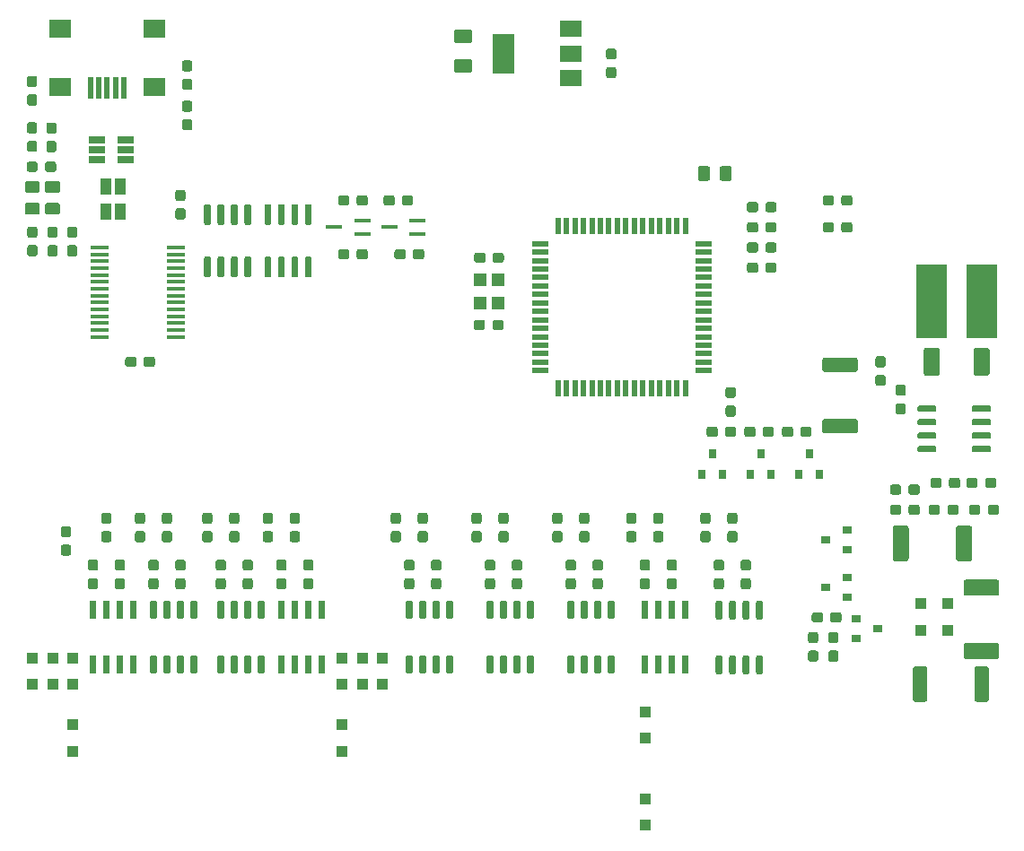
<source format=gbr>
G04 #@! TF.GenerationSoftware,KiCad,Pcbnew,(5.1.5)-3*
G04 #@! TF.CreationDate,2020-07-08T10:01:23+02:00*
G04 #@! TF.ProjectId,SBIO3,5342494f-332e-46b6-9963-61645f706362,rev?*
G04 #@! TF.SameCoordinates,Original*
G04 #@! TF.FileFunction,Paste,Top*
G04 #@! TF.FilePolarity,Positive*
%FSLAX46Y46*%
G04 Gerber Fmt 4.6, Leading zero omitted, Abs format (unit mm)*
G04 Created by KiCad (PCBNEW (5.1.5)-3) date 2020-07-08 10:01:23*
%MOMM*%
%LPD*%
G04 APERTURE LIST*
%ADD10C,0.100000*%
%ADD11R,1.500000X0.450000*%
%ADD12R,1.560000X0.650000*%
%ADD13R,2.000000X1.700000*%
%ADD14R,0.500000X2.000000*%
%ADD15R,1.000000X1.000000*%
%ADD16R,1.500000X0.550000*%
%ADD17R,0.550000X1.500000*%
%ADD18R,0.900000X0.800000*%
%ADD19R,1.750000X0.450000*%
%ADD20R,0.800000X0.900000*%
%ADD21R,1.200000X1.300000*%
%ADD22R,2.000000X1.500000*%
%ADD23R,2.000000X3.800000*%
%ADD24R,1.000000X1.500000*%
%ADD25R,3.000000X7.000000*%
G04 APERTURE END LIST*
D10*
G36*
X162235779Y-96046144D02*
G01*
X162258834Y-96049563D01*
X162281443Y-96055227D01*
X162303387Y-96063079D01*
X162324457Y-96073044D01*
X162344448Y-96085026D01*
X162363168Y-96098910D01*
X162380438Y-96114562D01*
X162396090Y-96131832D01*
X162409974Y-96150552D01*
X162421956Y-96170543D01*
X162431921Y-96191613D01*
X162439773Y-96213557D01*
X162445437Y-96236166D01*
X162448856Y-96259221D01*
X162450000Y-96282500D01*
X162450000Y-96757500D01*
X162448856Y-96780779D01*
X162445437Y-96803834D01*
X162439773Y-96826443D01*
X162431921Y-96848387D01*
X162421956Y-96869457D01*
X162409974Y-96889448D01*
X162396090Y-96908168D01*
X162380438Y-96925438D01*
X162363168Y-96941090D01*
X162344448Y-96954974D01*
X162324457Y-96966956D01*
X162303387Y-96976921D01*
X162281443Y-96984773D01*
X162258834Y-96990437D01*
X162235779Y-96993856D01*
X162212500Y-96995000D01*
X161637500Y-96995000D01*
X161614221Y-96993856D01*
X161591166Y-96990437D01*
X161568557Y-96984773D01*
X161546613Y-96976921D01*
X161525543Y-96966956D01*
X161505552Y-96954974D01*
X161486832Y-96941090D01*
X161469562Y-96925438D01*
X161453910Y-96908168D01*
X161440026Y-96889448D01*
X161428044Y-96869457D01*
X161418079Y-96848387D01*
X161410227Y-96826443D01*
X161404563Y-96803834D01*
X161401144Y-96780779D01*
X161400000Y-96757500D01*
X161400000Y-96282500D01*
X161401144Y-96259221D01*
X161404563Y-96236166D01*
X161410227Y-96213557D01*
X161418079Y-96191613D01*
X161428044Y-96170543D01*
X161440026Y-96150552D01*
X161453910Y-96131832D01*
X161469562Y-96114562D01*
X161486832Y-96098910D01*
X161505552Y-96085026D01*
X161525543Y-96073044D01*
X161546613Y-96063079D01*
X161568557Y-96055227D01*
X161591166Y-96049563D01*
X161614221Y-96046144D01*
X161637500Y-96045000D01*
X162212500Y-96045000D01*
X162235779Y-96046144D01*
G37*
G36*
X163985779Y-96046144D02*
G01*
X164008834Y-96049563D01*
X164031443Y-96055227D01*
X164053387Y-96063079D01*
X164074457Y-96073044D01*
X164094448Y-96085026D01*
X164113168Y-96098910D01*
X164130438Y-96114562D01*
X164146090Y-96131832D01*
X164159974Y-96150552D01*
X164171956Y-96170543D01*
X164181921Y-96191613D01*
X164189773Y-96213557D01*
X164195437Y-96236166D01*
X164198856Y-96259221D01*
X164200000Y-96282500D01*
X164200000Y-96757500D01*
X164198856Y-96780779D01*
X164195437Y-96803834D01*
X164189773Y-96826443D01*
X164181921Y-96848387D01*
X164171956Y-96869457D01*
X164159974Y-96889448D01*
X164146090Y-96908168D01*
X164130438Y-96925438D01*
X164113168Y-96941090D01*
X164094448Y-96954974D01*
X164074457Y-96966956D01*
X164053387Y-96976921D01*
X164031443Y-96984773D01*
X164008834Y-96990437D01*
X163985779Y-96993856D01*
X163962500Y-96995000D01*
X163387500Y-96995000D01*
X163364221Y-96993856D01*
X163341166Y-96990437D01*
X163318557Y-96984773D01*
X163296613Y-96976921D01*
X163275543Y-96966956D01*
X163255552Y-96954974D01*
X163236832Y-96941090D01*
X163219562Y-96925438D01*
X163203910Y-96908168D01*
X163190026Y-96889448D01*
X163178044Y-96869457D01*
X163168079Y-96848387D01*
X163160227Y-96826443D01*
X163154563Y-96803834D01*
X163151144Y-96780779D01*
X163150000Y-96757500D01*
X163150000Y-96282500D01*
X163151144Y-96259221D01*
X163154563Y-96236166D01*
X163160227Y-96213557D01*
X163168079Y-96191613D01*
X163178044Y-96170543D01*
X163190026Y-96150552D01*
X163203910Y-96131832D01*
X163219562Y-96114562D01*
X163236832Y-96098910D01*
X163255552Y-96085026D01*
X163275543Y-96073044D01*
X163296613Y-96063079D01*
X163318557Y-96055227D01*
X163341166Y-96049563D01*
X163364221Y-96046144D01*
X163387500Y-96045000D01*
X163962500Y-96045000D01*
X163985779Y-96046144D01*
G37*
G36*
X151200779Y-106206144D02*
G01*
X151223834Y-106209563D01*
X151246443Y-106215227D01*
X151268387Y-106223079D01*
X151289457Y-106233044D01*
X151309448Y-106245026D01*
X151328168Y-106258910D01*
X151345438Y-106274562D01*
X151361090Y-106291832D01*
X151374974Y-106310552D01*
X151386956Y-106330543D01*
X151396921Y-106351613D01*
X151404773Y-106373557D01*
X151410437Y-106396166D01*
X151413856Y-106419221D01*
X151415000Y-106442500D01*
X151415000Y-106917500D01*
X151413856Y-106940779D01*
X151410437Y-106963834D01*
X151404773Y-106986443D01*
X151396921Y-107008387D01*
X151386956Y-107029457D01*
X151374974Y-107049448D01*
X151361090Y-107068168D01*
X151345438Y-107085438D01*
X151328168Y-107101090D01*
X151309448Y-107114974D01*
X151289457Y-107126956D01*
X151268387Y-107136921D01*
X151246443Y-107144773D01*
X151223834Y-107150437D01*
X151200779Y-107153856D01*
X151177500Y-107155000D01*
X150602500Y-107155000D01*
X150579221Y-107153856D01*
X150556166Y-107150437D01*
X150533557Y-107144773D01*
X150511613Y-107136921D01*
X150490543Y-107126956D01*
X150470552Y-107114974D01*
X150451832Y-107101090D01*
X150434562Y-107085438D01*
X150418910Y-107068168D01*
X150405026Y-107049448D01*
X150393044Y-107029457D01*
X150383079Y-107008387D01*
X150375227Y-106986443D01*
X150369563Y-106963834D01*
X150366144Y-106940779D01*
X150365000Y-106917500D01*
X150365000Y-106442500D01*
X150366144Y-106419221D01*
X150369563Y-106396166D01*
X150375227Y-106373557D01*
X150383079Y-106351613D01*
X150393044Y-106330543D01*
X150405026Y-106310552D01*
X150418910Y-106291832D01*
X150434562Y-106274562D01*
X150451832Y-106258910D01*
X150470552Y-106245026D01*
X150490543Y-106233044D01*
X150511613Y-106223079D01*
X150533557Y-106215227D01*
X150556166Y-106209563D01*
X150579221Y-106206144D01*
X150602500Y-106205000D01*
X151177500Y-106205000D01*
X151200779Y-106206144D01*
G37*
G36*
X152950779Y-106206144D02*
G01*
X152973834Y-106209563D01*
X152996443Y-106215227D01*
X153018387Y-106223079D01*
X153039457Y-106233044D01*
X153059448Y-106245026D01*
X153078168Y-106258910D01*
X153095438Y-106274562D01*
X153111090Y-106291832D01*
X153124974Y-106310552D01*
X153136956Y-106330543D01*
X153146921Y-106351613D01*
X153154773Y-106373557D01*
X153160437Y-106396166D01*
X153163856Y-106419221D01*
X153165000Y-106442500D01*
X153165000Y-106917500D01*
X153163856Y-106940779D01*
X153160437Y-106963834D01*
X153154773Y-106986443D01*
X153146921Y-107008387D01*
X153136956Y-107029457D01*
X153124974Y-107049448D01*
X153111090Y-107068168D01*
X153095438Y-107085438D01*
X153078168Y-107101090D01*
X153059448Y-107114974D01*
X153039457Y-107126956D01*
X153018387Y-107136921D01*
X152996443Y-107144773D01*
X152973834Y-107150437D01*
X152950779Y-107153856D01*
X152927500Y-107155000D01*
X152352500Y-107155000D01*
X152329221Y-107153856D01*
X152306166Y-107150437D01*
X152283557Y-107144773D01*
X152261613Y-107136921D01*
X152240543Y-107126956D01*
X152220552Y-107114974D01*
X152201832Y-107101090D01*
X152184562Y-107085438D01*
X152168910Y-107068168D01*
X152155026Y-107049448D01*
X152143044Y-107029457D01*
X152133079Y-107008387D01*
X152125227Y-106986443D01*
X152119563Y-106963834D01*
X152116144Y-106940779D01*
X152115000Y-106917500D01*
X152115000Y-106442500D01*
X152116144Y-106419221D01*
X152119563Y-106396166D01*
X152125227Y-106373557D01*
X152133079Y-106351613D01*
X152143044Y-106330543D01*
X152155026Y-106310552D01*
X152168910Y-106291832D01*
X152184562Y-106274562D01*
X152201832Y-106258910D01*
X152220552Y-106245026D01*
X152240543Y-106233044D01*
X152261613Y-106223079D01*
X152283557Y-106215227D01*
X152306166Y-106209563D01*
X152329221Y-106206144D01*
X152352500Y-106205000D01*
X152927500Y-106205000D01*
X152950779Y-106206144D01*
G37*
G36*
X145090779Y-69376144D02*
G01*
X145113834Y-69379563D01*
X145136443Y-69385227D01*
X145158387Y-69393079D01*
X145179457Y-69403044D01*
X145199448Y-69415026D01*
X145218168Y-69428910D01*
X145235438Y-69444562D01*
X145251090Y-69461832D01*
X145264974Y-69480552D01*
X145276956Y-69500543D01*
X145286921Y-69521613D01*
X145294773Y-69543557D01*
X145300437Y-69566166D01*
X145303856Y-69589221D01*
X145305000Y-69612500D01*
X145305000Y-70087500D01*
X145303856Y-70110779D01*
X145300437Y-70133834D01*
X145294773Y-70156443D01*
X145286921Y-70178387D01*
X145276956Y-70199457D01*
X145264974Y-70219448D01*
X145251090Y-70238168D01*
X145235438Y-70255438D01*
X145218168Y-70271090D01*
X145199448Y-70284974D01*
X145179457Y-70296956D01*
X145158387Y-70306921D01*
X145136443Y-70314773D01*
X145113834Y-70320437D01*
X145090779Y-70323856D01*
X145067500Y-70325000D01*
X144492500Y-70325000D01*
X144469221Y-70323856D01*
X144446166Y-70320437D01*
X144423557Y-70314773D01*
X144401613Y-70306921D01*
X144380543Y-70296956D01*
X144360552Y-70284974D01*
X144341832Y-70271090D01*
X144324562Y-70255438D01*
X144308910Y-70238168D01*
X144295026Y-70219448D01*
X144283044Y-70199457D01*
X144273079Y-70178387D01*
X144265227Y-70156443D01*
X144259563Y-70133834D01*
X144256144Y-70110779D01*
X144255000Y-70087500D01*
X144255000Y-69612500D01*
X144256144Y-69589221D01*
X144259563Y-69566166D01*
X144265227Y-69543557D01*
X144273079Y-69521613D01*
X144283044Y-69500543D01*
X144295026Y-69480552D01*
X144308910Y-69461832D01*
X144324562Y-69444562D01*
X144341832Y-69428910D01*
X144360552Y-69415026D01*
X144380543Y-69403044D01*
X144401613Y-69393079D01*
X144423557Y-69385227D01*
X144446166Y-69379563D01*
X144469221Y-69376144D01*
X144492500Y-69375000D01*
X145067500Y-69375000D01*
X145090779Y-69376144D01*
G37*
G36*
X146840779Y-69376144D02*
G01*
X146863834Y-69379563D01*
X146886443Y-69385227D01*
X146908387Y-69393079D01*
X146929457Y-69403044D01*
X146949448Y-69415026D01*
X146968168Y-69428910D01*
X146985438Y-69444562D01*
X147001090Y-69461832D01*
X147014974Y-69480552D01*
X147026956Y-69500543D01*
X147036921Y-69521613D01*
X147044773Y-69543557D01*
X147050437Y-69566166D01*
X147053856Y-69589221D01*
X147055000Y-69612500D01*
X147055000Y-70087500D01*
X147053856Y-70110779D01*
X147050437Y-70133834D01*
X147044773Y-70156443D01*
X147036921Y-70178387D01*
X147026956Y-70199457D01*
X147014974Y-70219448D01*
X147001090Y-70238168D01*
X146985438Y-70255438D01*
X146968168Y-70271090D01*
X146949448Y-70284974D01*
X146929457Y-70296956D01*
X146908387Y-70306921D01*
X146886443Y-70314773D01*
X146863834Y-70320437D01*
X146840779Y-70323856D01*
X146817500Y-70325000D01*
X146242500Y-70325000D01*
X146219221Y-70323856D01*
X146196166Y-70320437D01*
X146173557Y-70314773D01*
X146151613Y-70306921D01*
X146130543Y-70296956D01*
X146110552Y-70284974D01*
X146091832Y-70271090D01*
X146074562Y-70255438D01*
X146058910Y-70238168D01*
X146045026Y-70219448D01*
X146033044Y-70199457D01*
X146023079Y-70178387D01*
X146015227Y-70156443D01*
X146009563Y-70133834D01*
X146006144Y-70110779D01*
X146005000Y-70087500D01*
X146005000Y-69612500D01*
X146006144Y-69589221D01*
X146009563Y-69566166D01*
X146015227Y-69543557D01*
X146023079Y-69521613D01*
X146033044Y-69500543D01*
X146045026Y-69480552D01*
X146058910Y-69461832D01*
X146074562Y-69444562D01*
X146091832Y-69428910D01*
X146110552Y-69415026D01*
X146130543Y-69403044D01*
X146151613Y-69393079D01*
X146173557Y-69385227D01*
X146196166Y-69379563D01*
X146219221Y-69376144D01*
X146242500Y-69375000D01*
X146817500Y-69375000D01*
X146840779Y-69376144D01*
G37*
D11*
X105290000Y-69850000D03*
X107950000Y-69200000D03*
X107950000Y-70500000D03*
D10*
G36*
X91065779Y-68056144D02*
G01*
X91088834Y-68059563D01*
X91111443Y-68065227D01*
X91133387Y-68073079D01*
X91154457Y-68083044D01*
X91174448Y-68095026D01*
X91193168Y-68108910D01*
X91210438Y-68124562D01*
X91226090Y-68141832D01*
X91239974Y-68160552D01*
X91251956Y-68180543D01*
X91261921Y-68201613D01*
X91269773Y-68223557D01*
X91275437Y-68246166D01*
X91278856Y-68269221D01*
X91280000Y-68292500D01*
X91280000Y-68867500D01*
X91278856Y-68890779D01*
X91275437Y-68913834D01*
X91269773Y-68936443D01*
X91261921Y-68958387D01*
X91251956Y-68979457D01*
X91239974Y-68999448D01*
X91226090Y-69018168D01*
X91210438Y-69035438D01*
X91193168Y-69051090D01*
X91174448Y-69064974D01*
X91154457Y-69076956D01*
X91133387Y-69086921D01*
X91111443Y-69094773D01*
X91088834Y-69100437D01*
X91065779Y-69103856D01*
X91042500Y-69105000D01*
X90567500Y-69105000D01*
X90544221Y-69103856D01*
X90521166Y-69100437D01*
X90498557Y-69094773D01*
X90476613Y-69086921D01*
X90455543Y-69076956D01*
X90435552Y-69064974D01*
X90416832Y-69051090D01*
X90399562Y-69035438D01*
X90383910Y-69018168D01*
X90370026Y-68999448D01*
X90358044Y-68979457D01*
X90348079Y-68958387D01*
X90340227Y-68936443D01*
X90334563Y-68913834D01*
X90331144Y-68890779D01*
X90330000Y-68867500D01*
X90330000Y-68292500D01*
X90331144Y-68269221D01*
X90334563Y-68246166D01*
X90340227Y-68223557D01*
X90348079Y-68201613D01*
X90358044Y-68180543D01*
X90370026Y-68160552D01*
X90383910Y-68141832D01*
X90399562Y-68124562D01*
X90416832Y-68108910D01*
X90435552Y-68095026D01*
X90455543Y-68083044D01*
X90476613Y-68073079D01*
X90498557Y-68065227D01*
X90521166Y-68059563D01*
X90544221Y-68056144D01*
X90567500Y-68055000D01*
X91042500Y-68055000D01*
X91065779Y-68056144D01*
G37*
G36*
X91065779Y-66306144D02*
G01*
X91088834Y-66309563D01*
X91111443Y-66315227D01*
X91133387Y-66323079D01*
X91154457Y-66333044D01*
X91174448Y-66345026D01*
X91193168Y-66358910D01*
X91210438Y-66374562D01*
X91226090Y-66391832D01*
X91239974Y-66410552D01*
X91251956Y-66430543D01*
X91261921Y-66451613D01*
X91269773Y-66473557D01*
X91275437Y-66496166D01*
X91278856Y-66519221D01*
X91280000Y-66542500D01*
X91280000Y-67117500D01*
X91278856Y-67140779D01*
X91275437Y-67163834D01*
X91269773Y-67186443D01*
X91261921Y-67208387D01*
X91251956Y-67229457D01*
X91239974Y-67249448D01*
X91226090Y-67268168D01*
X91210438Y-67285438D01*
X91193168Y-67301090D01*
X91174448Y-67314974D01*
X91154457Y-67326956D01*
X91133387Y-67336921D01*
X91111443Y-67344773D01*
X91088834Y-67350437D01*
X91065779Y-67353856D01*
X91042500Y-67355000D01*
X90567500Y-67355000D01*
X90544221Y-67353856D01*
X90521166Y-67350437D01*
X90498557Y-67344773D01*
X90476613Y-67336921D01*
X90455543Y-67326956D01*
X90435552Y-67314974D01*
X90416832Y-67301090D01*
X90399562Y-67285438D01*
X90383910Y-67268168D01*
X90370026Y-67249448D01*
X90358044Y-67229457D01*
X90348079Y-67208387D01*
X90340227Y-67186443D01*
X90334563Y-67163834D01*
X90331144Y-67140779D01*
X90330000Y-67117500D01*
X90330000Y-66542500D01*
X90331144Y-66519221D01*
X90334563Y-66496166D01*
X90340227Y-66473557D01*
X90348079Y-66451613D01*
X90358044Y-66430543D01*
X90370026Y-66410552D01*
X90383910Y-66391832D01*
X90399562Y-66374562D01*
X90416832Y-66358910D01*
X90435552Y-66345026D01*
X90455543Y-66333044D01*
X90476613Y-66323079D01*
X90498557Y-66315227D01*
X90521166Y-66309563D01*
X90544221Y-66306144D01*
X90567500Y-66305000D01*
X91042500Y-66305000D01*
X91065779Y-66306144D01*
G37*
G36*
X88180779Y-82076144D02*
G01*
X88203834Y-82079563D01*
X88226443Y-82085227D01*
X88248387Y-82093079D01*
X88269457Y-82103044D01*
X88289448Y-82115026D01*
X88308168Y-82128910D01*
X88325438Y-82144562D01*
X88341090Y-82161832D01*
X88354974Y-82180552D01*
X88366956Y-82200543D01*
X88376921Y-82221613D01*
X88384773Y-82243557D01*
X88390437Y-82266166D01*
X88393856Y-82289221D01*
X88395000Y-82312500D01*
X88395000Y-82787500D01*
X88393856Y-82810779D01*
X88390437Y-82833834D01*
X88384773Y-82856443D01*
X88376921Y-82878387D01*
X88366956Y-82899457D01*
X88354974Y-82919448D01*
X88341090Y-82938168D01*
X88325438Y-82955438D01*
X88308168Y-82971090D01*
X88289448Y-82984974D01*
X88269457Y-82996956D01*
X88248387Y-83006921D01*
X88226443Y-83014773D01*
X88203834Y-83020437D01*
X88180779Y-83023856D01*
X88157500Y-83025000D01*
X87582500Y-83025000D01*
X87559221Y-83023856D01*
X87536166Y-83020437D01*
X87513557Y-83014773D01*
X87491613Y-83006921D01*
X87470543Y-82996956D01*
X87450552Y-82984974D01*
X87431832Y-82971090D01*
X87414562Y-82955438D01*
X87398910Y-82938168D01*
X87385026Y-82919448D01*
X87373044Y-82899457D01*
X87363079Y-82878387D01*
X87355227Y-82856443D01*
X87349563Y-82833834D01*
X87346144Y-82810779D01*
X87345000Y-82787500D01*
X87345000Y-82312500D01*
X87346144Y-82289221D01*
X87349563Y-82266166D01*
X87355227Y-82243557D01*
X87363079Y-82221613D01*
X87373044Y-82200543D01*
X87385026Y-82180552D01*
X87398910Y-82161832D01*
X87414562Y-82144562D01*
X87431832Y-82128910D01*
X87450552Y-82115026D01*
X87470543Y-82103044D01*
X87491613Y-82093079D01*
X87513557Y-82085227D01*
X87536166Y-82079563D01*
X87559221Y-82076144D01*
X87582500Y-82075000D01*
X88157500Y-82075000D01*
X88180779Y-82076144D01*
G37*
G36*
X86430779Y-82076144D02*
G01*
X86453834Y-82079563D01*
X86476443Y-82085227D01*
X86498387Y-82093079D01*
X86519457Y-82103044D01*
X86539448Y-82115026D01*
X86558168Y-82128910D01*
X86575438Y-82144562D01*
X86591090Y-82161832D01*
X86604974Y-82180552D01*
X86616956Y-82200543D01*
X86626921Y-82221613D01*
X86634773Y-82243557D01*
X86640437Y-82266166D01*
X86643856Y-82289221D01*
X86645000Y-82312500D01*
X86645000Y-82787500D01*
X86643856Y-82810779D01*
X86640437Y-82833834D01*
X86634773Y-82856443D01*
X86626921Y-82878387D01*
X86616956Y-82899457D01*
X86604974Y-82919448D01*
X86591090Y-82938168D01*
X86575438Y-82955438D01*
X86558168Y-82971090D01*
X86539448Y-82984974D01*
X86519457Y-82996956D01*
X86498387Y-83006921D01*
X86476443Y-83014773D01*
X86453834Y-83020437D01*
X86430779Y-83023856D01*
X86407500Y-83025000D01*
X85832500Y-83025000D01*
X85809221Y-83023856D01*
X85786166Y-83020437D01*
X85763557Y-83014773D01*
X85741613Y-83006921D01*
X85720543Y-82996956D01*
X85700552Y-82984974D01*
X85681832Y-82971090D01*
X85664562Y-82955438D01*
X85648910Y-82938168D01*
X85635026Y-82919448D01*
X85623044Y-82899457D01*
X85613079Y-82878387D01*
X85605227Y-82856443D01*
X85599563Y-82833834D01*
X85596144Y-82810779D01*
X85595000Y-82787500D01*
X85595000Y-82312500D01*
X85596144Y-82289221D01*
X85599563Y-82266166D01*
X85605227Y-82243557D01*
X85613079Y-82221613D01*
X85623044Y-82200543D01*
X85635026Y-82180552D01*
X85648910Y-82161832D01*
X85664562Y-82144562D01*
X85681832Y-82128910D01*
X85700552Y-82115026D01*
X85720543Y-82103044D01*
X85741613Y-82093079D01*
X85763557Y-82085227D01*
X85786166Y-82079563D01*
X85809221Y-82076144D01*
X85832500Y-82075000D01*
X86407500Y-82075000D01*
X86430779Y-82076144D01*
G37*
G36*
X99224703Y-67670722D02*
G01*
X99239264Y-67672882D01*
X99253543Y-67676459D01*
X99267403Y-67681418D01*
X99280710Y-67687712D01*
X99293336Y-67695280D01*
X99305159Y-67704048D01*
X99316066Y-67713934D01*
X99325952Y-67724841D01*
X99334720Y-67736664D01*
X99342288Y-67749290D01*
X99348582Y-67762597D01*
X99353541Y-67776457D01*
X99357118Y-67790736D01*
X99359278Y-67805297D01*
X99360000Y-67820000D01*
X99360000Y-69470000D01*
X99359278Y-69484703D01*
X99357118Y-69499264D01*
X99353541Y-69513543D01*
X99348582Y-69527403D01*
X99342288Y-69540710D01*
X99334720Y-69553336D01*
X99325952Y-69565159D01*
X99316066Y-69576066D01*
X99305159Y-69585952D01*
X99293336Y-69594720D01*
X99280710Y-69602288D01*
X99267403Y-69608582D01*
X99253543Y-69613541D01*
X99239264Y-69617118D01*
X99224703Y-69619278D01*
X99210000Y-69620000D01*
X98910000Y-69620000D01*
X98895297Y-69619278D01*
X98880736Y-69617118D01*
X98866457Y-69613541D01*
X98852597Y-69608582D01*
X98839290Y-69602288D01*
X98826664Y-69594720D01*
X98814841Y-69585952D01*
X98803934Y-69576066D01*
X98794048Y-69565159D01*
X98785280Y-69553336D01*
X98777712Y-69540710D01*
X98771418Y-69527403D01*
X98766459Y-69513543D01*
X98762882Y-69499264D01*
X98760722Y-69484703D01*
X98760000Y-69470000D01*
X98760000Y-67820000D01*
X98760722Y-67805297D01*
X98762882Y-67790736D01*
X98766459Y-67776457D01*
X98771418Y-67762597D01*
X98777712Y-67749290D01*
X98785280Y-67736664D01*
X98794048Y-67724841D01*
X98803934Y-67713934D01*
X98814841Y-67704048D01*
X98826664Y-67695280D01*
X98839290Y-67687712D01*
X98852597Y-67681418D01*
X98866457Y-67676459D01*
X98880736Y-67672882D01*
X98895297Y-67670722D01*
X98910000Y-67670000D01*
X99210000Y-67670000D01*
X99224703Y-67670722D01*
G37*
G36*
X100494703Y-67670722D02*
G01*
X100509264Y-67672882D01*
X100523543Y-67676459D01*
X100537403Y-67681418D01*
X100550710Y-67687712D01*
X100563336Y-67695280D01*
X100575159Y-67704048D01*
X100586066Y-67713934D01*
X100595952Y-67724841D01*
X100604720Y-67736664D01*
X100612288Y-67749290D01*
X100618582Y-67762597D01*
X100623541Y-67776457D01*
X100627118Y-67790736D01*
X100629278Y-67805297D01*
X100630000Y-67820000D01*
X100630000Y-69470000D01*
X100629278Y-69484703D01*
X100627118Y-69499264D01*
X100623541Y-69513543D01*
X100618582Y-69527403D01*
X100612288Y-69540710D01*
X100604720Y-69553336D01*
X100595952Y-69565159D01*
X100586066Y-69576066D01*
X100575159Y-69585952D01*
X100563336Y-69594720D01*
X100550710Y-69602288D01*
X100537403Y-69608582D01*
X100523543Y-69613541D01*
X100509264Y-69617118D01*
X100494703Y-69619278D01*
X100480000Y-69620000D01*
X100180000Y-69620000D01*
X100165297Y-69619278D01*
X100150736Y-69617118D01*
X100136457Y-69613541D01*
X100122597Y-69608582D01*
X100109290Y-69602288D01*
X100096664Y-69594720D01*
X100084841Y-69585952D01*
X100073934Y-69576066D01*
X100064048Y-69565159D01*
X100055280Y-69553336D01*
X100047712Y-69540710D01*
X100041418Y-69527403D01*
X100036459Y-69513543D01*
X100032882Y-69499264D01*
X100030722Y-69484703D01*
X100030000Y-69470000D01*
X100030000Y-67820000D01*
X100030722Y-67805297D01*
X100032882Y-67790736D01*
X100036459Y-67776457D01*
X100041418Y-67762597D01*
X100047712Y-67749290D01*
X100055280Y-67736664D01*
X100064048Y-67724841D01*
X100073934Y-67713934D01*
X100084841Y-67704048D01*
X100096664Y-67695280D01*
X100109290Y-67687712D01*
X100122597Y-67681418D01*
X100136457Y-67676459D01*
X100150736Y-67672882D01*
X100165297Y-67670722D01*
X100180000Y-67670000D01*
X100480000Y-67670000D01*
X100494703Y-67670722D01*
G37*
G36*
X101764703Y-67670722D02*
G01*
X101779264Y-67672882D01*
X101793543Y-67676459D01*
X101807403Y-67681418D01*
X101820710Y-67687712D01*
X101833336Y-67695280D01*
X101845159Y-67704048D01*
X101856066Y-67713934D01*
X101865952Y-67724841D01*
X101874720Y-67736664D01*
X101882288Y-67749290D01*
X101888582Y-67762597D01*
X101893541Y-67776457D01*
X101897118Y-67790736D01*
X101899278Y-67805297D01*
X101900000Y-67820000D01*
X101900000Y-69470000D01*
X101899278Y-69484703D01*
X101897118Y-69499264D01*
X101893541Y-69513543D01*
X101888582Y-69527403D01*
X101882288Y-69540710D01*
X101874720Y-69553336D01*
X101865952Y-69565159D01*
X101856066Y-69576066D01*
X101845159Y-69585952D01*
X101833336Y-69594720D01*
X101820710Y-69602288D01*
X101807403Y-69608582D01*
X101793543Y-69613541D01*
X101779264Y-69617118D01*
X101764703Y-69619278D01*
X101750000Y-69620000D01*
X101450000Y-69620000D01*
X101435297Y-69619278D01*
X101420736Y-69617118D01*
X101406457Y-69613541D01*
X101392597Y-69608582D01*
X101379290Y-69602288D01*
X101366664Y-69594720D01*
X101354841Y-69585952D01*
X101343934Y-69576066D01*
X101334048Y-69565159D01*
X101325280Y-69553336D01*
X101317712Y-69540710D01*
X101311418Y-69527403D01*
X101306459Y-69513543D01*
X101302882Y-69499264D01*
X101300722Y-69484703D01*
X101300000Y-69470000D01*
X101300000Y-67820000D01*
X101300722Y-67805297D01*
X101302882Y-67790736D01*
X101306459Y-67776457D01*
X101311418Y-67762597D01*
X101317712Y-67749290D01*
X101325280Y-67736664D01*
X101334048Y-67724841D01*
X101343934Y-67713934D01*
X101354841Y-67704048D01*
X101366664Y-67695280D01*
X101379290Y-67687712D01*
X101392597Y-67681418D01*
X101406457Y-67676459D01*
X101420736Y-67672882D01*
X101435297Y-67670722D01*
X101450000Y-67670000D01*
X101750000Y-67670000D01*
X101764703Y-67670722D01*
G37*
G36*
X103034703Y-67670722D02*
G01*
X103049264Y-67672882D01*
X103063543Y-67676459D01*
X103077403Y-67681418D01*
X103090710Y-67687712D01*
X103103336Y-67695280D01*
X103115159Y-67704048D01*
X103126066Y-67713934D01*
X103135952Y-67724841D01*
X103144720Y-67736664D01*
X103152288Y-67749290D01*
X103158582Y-67762597D01*
X103163541Y-67776457D01*
X103167118Y-67790736D01*
X103169278Y-67805297D01*
X103170000Y-67820000D01*
X103170000Y-69470000D01*
X103169278Y-69484703D01*
X103167118Y-69499264D01*
X103163541Y-69513543D01*
X103158582Y-69527403D01*
X103152288Y-69540710D01*
X103144720Y-69553336D01*
X103135952Y-69565159D01*
X103126066Y-69576066D01*
X103115159Y-69585952D01*
X103103336Y-69594720D01*
X103090710Y-69602288D01*
X103077403Y-69608582D01*
X103063543Y-69613541D01*
X103049264Y-69617118D01*
X103034703Y-69619278D01*
X103020000Y-69620000D01*
X102720000Y-69620000D01*
X102705297Y-69619278D01*
X102690736Y-69617118D01*
X102676457Y-69613541D01*
X102662597Y-69608582D01*
X102649290Y-69602288D01*
X102636664Y-69594720D01*
X102624841Y-69585952D01*
X102613934Y-69576066D01*
X102604048Y-69565159D01*
X102595280Y-69553336D01*
X102587712Y-69540710D01*
X102581418Y-69527403D01*
X102576459Y-69513543D01*
X102572882Y-69499264D01*
X102570722Y-69484703D01*
X102570000Y-69470000D01*
X102570000Y-67820000D01*
X102570722Y-67805297D01*
X102572882Y-67790736D01*
X102576459Y-67776457D01*
X102581418Y-67762597D01*
X102587712Y-67749290D01*
X102595280Y-67736664D01*
X102604048Y-67724841D01*
X102613934Y-67713934D01*
X102624841Y-67704048D01*
X102636664Y-67695280D01*
X102649290Y-67687712D01*
X102662597Y-67681418D01*
X102676457Y-67676459D01*
X102690736Y-67672882D01*
X102705297Y-67670722D01*
X102720000Y-67670000D01*
X103020000Y-67670000D01*
X103034703Y-67670722D01*
G37*
G36*
X103034703Y-72620722D02*
G01*
X103049264Y-72622882D01*
X103063543Y-72626459D01*
X103077403Y-72631418D01*
X103090710Y-72637712D01*
X103103336Y-72645280D01*
X103115159Y-72654048D01*
X103126066Y-72663934D01*
X103135952Y-72674841D01*
X103144720Y-72686664D01*
X103152288Y-72699290D01*
X103158582Y-72712597D01*
X103163541Y-72726457D01*
X103167118Y-72740736D01*
X103169278Y-72755297D01*
X103170000Y-72770000D01*
X103170000Y-74420000D01*
X103169278Y-74434703D01*
X103167118Y-74449264D01*
X103163541Y-74463543D01*
X103158582Y-74477403D01*
X103152288Y-74490710D01*
X103144720Y-74503336D01*
X103135952Y-74515159D01*
X103126066Y-74526066D01*
X103115159Y-74535952D01*
X103103336Y-74544720D01*
X103090710Y-74552288D01*
X103077403Y-74558582D01*
X103063543Y-74563541D01*
X103049264Y-74567118D01*
X103034703Y-74569278D01*
X103020000Y-74570000D01*
X102720000Y-74570000D01*
X102705297Y-74569278D01*
X102690736Y-74567118D01*
X102676457Y-74563541D01*
X102662597Y-74558582D01*
X102649290Y-74552288D01*
X102636664Y-74544720D01*
X102624841Y-74535952D01*
X102613934Y-74526066D01*
X102604048Y-74515159D01*
X102595280Y-74503336D01*
X102587712Y-74490710D01*
X102581418Y-74477403D01*
X102576459Y-74463543D01*
X102572882Y-74449264D01*
X102570722Y-74434703D01*
X102570000Y-74420000D01*
X102570000Y-72770000D01*
X102570722Y-72755297D01*
X102572882Y-72740736D01*
X102576459Y-72726457D01*
X102581418Y-72712597D01*
X102587712Y-72699290D01*
X102595280Y-72686664D01*
X102604048Y-72674841D01*
X102613934Y-72663934D01*
X102624841Y-72654048D01*
X102636664Y-72645280D01*
X102649290Y-72637712D01*
X102662597Y-72631418D01*
X102676457Y-72626459D01*
X102690736Y-72622882D01*
X102705297Y-72620722D01*
X102720000Y-72620000D01*
X103020000Y-72620000D01*
X103034703Y-72620722D01*
G37*
G36*
X101764703Y-72620722D02*
G01*
X101779264Y-72622882D01*
X101793543Y-72626459D01*
X101807403Y-72631418D01*
X101820710Y-72637712D01*
X101833336Y-72645280D01*
X101845159Y-72654048D01*
X101856066Y-72663934D01*
X101865952Y-72674841D01*
X101874720Y-72686664D01*
X101882288Y-72699290D01*
X101888582Y-72712597D01*
X101893541Y-72726457D01*
X101897118Y-72740736D01*
X101899278Y-72755297D01*
X101900000Y-72770000D01*
X101900000Y-74420000D01*
X101899278Y-74434703D01*
X101897118Y-74449264D01*
X101893541Y-74463543D01*
X101888582Y-74477403D01*
X101882288Y-74490710D01*
X101874720Y-74503336D01*
X101865952Y-74515159D01*
X101856066Y-74526066D01*
X101845159Y-74535952D01*
X101833336Y-74544720D01*
X101820710Y-74552288D01*
X101807403Y-74558582D01*
X101793543Y-74563541D01*
X101779264Y-74567118D01*
X101764703Y-74569278D01*
X101750000Y-74570000D01*
X101450000Y-74570000D01*
X101435297Y-74569278D01*
X101420736Y-74567118D01*
X101406457Y-74563541D01*
X101392597Y-74558582D01*
X101379290Y-74552288D01*
X101366664Y-74544720D01*
X101354841Y-74535952D01*
X101343934Y-74526066D01*
X101334048Y-74515159D01*
X101325280Y-74503336D01*
X101317712Y-74490710D01*
X101311418Y-74477403D01*
X101306459Y-74463543D01*
X101302882Y-74449264D01*
X101300722Y-74434703D01*
X101300000Y-74420000D01*
X101300000Y-72770000D01*
X101300722Y-72755297D01*
X101302882Y-72740736D01*
X101306459Y-72726457D01*
X101311418Y-72712597D01*
X101317712Y-72699290D01*
X101325280Y-72686664D01*
X101334048Y-72674841D01*
X101343934Y-72663934D01*
X101354841Y-72654048D01*
X101366664Y-72645280D01*
X101379290Y-72637712D01*
X101392597Y-72631418D01*
X101406457Y-72626459D01*
X101420736Y-72622882D01*
X101435297Y-72620722D01*
X101450000Y-72620000D01*
X101750000Y-72620000D01*
X101764703Y-72620722D01*
G37*
G36*
X100494703Y-72620722D02*
G01*
X100509264Y-72622882D01*
X100523543Y-72626459D01*
X100537403Y-72631418D01*
X100550710Y-72637712D01*
X100563336Y-72645280D01*
X100575159Y-72654048D01*
X100586066Y-72663934D01*
X100595952Y-72674841D01*
X100604720Y-72686664D01*
X100612288Y-72699290D01*
X100618582Y-72712597D01*
X100623541Y-72726457D01*
X100627118Y-72740736D01*
X100629278Y-72755297D01*
X100630000Y-72770000D01*
X100630000Y-74420000D01*
X100629278Y-74434703D01*
X100627118Y-74449264D01*
X100623541Y-74463543D01*
X100618582Y-74477403D01*
X100612288Y-74490710D01*
X100604720Y-74503336D01*
X100595952Y-74515159D01*
X100586066Y-74526066D01*
X100575159Y-74535952D01*
X100563336Y-74544720D01*
X100550710Y-74552288D01*
X100537403Y-74558582D01*
X100523543Y-74563541D01*
X100509264Y-74567118D01*
X100494703Y-74569278D01*
X100480000Y-74570000D01*
X100180000Y-74570000D01*
X100165297Y-74569278D01*
X100150736Y-74567118D01*
X100136457Y-74563541D01*
X100122597Y-74558582D01*
X100109290Y-74552288D01*
X100096664Y-74544720D01*
X100084841Y-74535952D01*
X100073934Y-74526066D01*
X100064048Y-74515159D01*
X100055280Y-74503336D01*
X100047712Y-74490710D01*
X100041418Y-74477403D01*
X100036459Y-74463543D01*
X100032882Y-74449264D01*
X100030722Y-74434703D01*
X100030000Y-74420000D01*
X100030000Y-72770000D01*
X100030722Y-72755297D01*
X100032882Y-72740736D01*
X100036459Y-72726457D01*
X100041418Y-72712597D01*
X100047712Y-72699290D01*
X100055280Y-72686664D01*
X100064048Y-72674841D01*
X100073934Y-72663934D01*
X100084841Y-72654048D01*
X100096664Y-72645280D01*
X100109290Y-72637712D01*
X100122597Y-72631418D01*
X100136457Y-72626459D01*
X100150736Y-72622882D01*
X100165297Y-72620722D01*
X100180000Y-72620000D01*
X100480000Y-72620000D01*
X100494703Y-72620722D01*
G37*
G36*
X99224703Y-72620722D02*
G01*
X99239264Y-72622882D01*
X99253543Y-72626459D01*
X99267403Y-72631418D01*
X99280710Y-72637712D01*
X99293336Y-72645280D01*
X99305159Y-72654048D01*
X99316066Y-72663934D01*
X99325952Y-72674841D01*
X99334720Y-72686664D01*
X99342288Y-72699290D01*
X99348582Y-72712597D01*
X99353541Y-72726457D01*
X99357118Y-72740736D01*
X99359278Y-72755297D01*
X99360000Y-72770000D01*
X99360000Y-74420000D01*
X99359278Y-74434703D01*
X99357118Y-74449264D01*
X99353541Y-74463543D01*
X99348582Y-74477403D01*
X99342288Y-74490710D01*
X99334720Y-74503336D01*
X99325952Y-74515159D01*
X99316066Y-74526066D01*
X99305159Y-74535952D01*
X99293336Y-74544720D01*
X99280710Y-74552288D01*
X99267403Y-74558582D01*
X99253543Y-74563541D01*
X99239264Y-74567118D01*
X99224703Y-74569278D01*
X99210000Y-74570000D01*
X98910000Y-74570000D01*
X98895297Y-74569278D01*
X98880736Y-74567118D01*
X98866457Y-74563541D01*
X98852597Y-74558582D01*
X98839290Y-74552288D01*
X98826664Y-74544720D01*
X98814841Y-74535952D01*
X98803934Y-74526066D01*
X98794048Y-74515159D01*
X98785280Y-74503336D01*
X98777712Y-74490710D01*
X98771418Y-74477403D01*
X98766459Y-74463543D01*
X98762882Y-74449264D01*
X98760722Y-74434703D01*
X98760000Y-74420000D01*
X98760000Y-72770000D01*
X98760722Y-72755297D01*
X98762882Y-72740736D01*
X98766459Y-72726457D01*
X98771418Y-72712597D01*
X98777712Y-72699290D01*
X98785280Y-72686664D01*
X98794048Y-72674841D01*
X98803934Y-72663934D01*
X98814841Y-72654048D01*
X98826664Y-72645280D01*
X98839290Y-72637712D01*
X98852597Y-72631418D01*
X98866457Y-72626459D01*
X98880736Y-72622882D01*
X98895297Y-72620722D01*
X98910000Y-72620000D01*
X99210000Y-72620000D01*
X99224703Y-72620722D01*
G37*
G36*
X93509703Y-67670722D02*
G01*
X93524264Y-67672882D01*
X93538543Y-67676459D01*
X93552403Y-67681418D01*
X93565710Y-67687712D01*
X93578336Y-67695280D01*
X93590159Y-67704048D01*
X93601066Y-67713934D01*
X93610952Y-67724841D01*
X93619720Y-67736664D01*
X93627288Y-67749290D01*
X93633582Y-67762597D01*
X93638541Y-67776457D01*
X93642118Y-67790736D01*
X93644278Y-67805297D01*
X93645000Y-67820000D01*
X93645000Y-69470000D01*
X93644278Y-69484703D01*
X93642118Y-69499264D01*
X93638541Y-69513543D01*
X93633582Y-69527403D01*
X93627288Y-69540710D01*
X93619720Y-69553336D01*
X93610952Y-69565159D01*
X93601066Y-69576066D01*
X93590159Y-69585952D01*
X93578336Y-69594720D01*
X93565710Y-69602288D01*
X93552403Y-69608582D01*
X93538543Y-69613541D01*
X93524264Y-69617118D01*
X93509703Y-69619278D01*
X93495000Y-69620000D01*
X93195000Y-69620000D01*
X93180297Y-69619278D01*
X93165736Y-69617118D01*
X93151457Y-69613541D01*
X93137597Y-69608582D01*
X93124290Y-69602288D01*
X93111664Y-69594720D01*
X93099841Y-69585952D01*
X93088934Y-69576066D01*
X93079048Y-69565159D01*
X93070280Y-69553336D01*
X93062712Y-69540710D01*
X93056418Y-69527403D01*
X93051459Y-69513543D01*
X93047882Y-69499264D01*
X93045722Y-69484703D01*
X93045000Y-69470000D01*
X93045000Y-67820000D01*
X93045722Y-67805297D01*
X93047882Y-67790736D01*
X93051459Y-67776457D01*
X93056418Y-67762597D01*
X93062712Y-67749290D01*
X93070280Y-67736664D01*
X93079048Y-67724841D01*
X93088934Y-67713934D01*
X93099841Y-67704048D01*
X93111664Y-67695280D01*
X93124290Y-67687712D01*
X93137597Y-67681418D01*
X93151457Y-67676459D01*
X93165736Y-67672882D01*
X93180297Y-67670722D01*
X93195000Y-67670000D01*
X93495000Y-67670000D01*
X93509703Y-67670722D01*
G37*
G36*
X94779703Y-67670722D02*
G01*
X94794264Y-67672882D01*
X94808543Y-67676459D01*
X94822403Y-67681418D01*
X94835710Y-67687712D01*
X94848336Y-67695280D01*
X94860159Y-67704048D01*
X94871066Y-67713934D01*
X94880952Y-67724841D01*
X94889720Y-67736664D01*
X94897288Y-67749290D01*
X94903582Y-67762597D01*
X94908541Y-67776457D01*
X94912118Y-67790736D01*
X94914278Y-67805297D01*
X94915000Y-67820000D01*
X94915000Y-69470000D01*
X94914278Y-69484703D01*
X94912118Y-69499264D01*
X94908541Y-69513543D01*
X94903582Y-69527403D01*
X94897288Y-69540710D01*
X94889720Y-69553336D01*
X94880952Y-69565159D01*
X94871066Y-69576066D01*
X94860159Y-69585952D01*
X94848336Y-69594720D01*
X94835710Y-69602288D01*
X94822403Y-69608582D01*
X94808543Y-69613541D01*
X94794264Y-69617118D01*
X94779703Y-69619278D01*
X94765000Y-69620000D01*
X94465000Y-69620000D01*
X94450297Y-69619278D01*
X94435736Y-69617118D01*
X94421457Y-69613541D01*
X94407597Y-69608582D01*
X94394290Y-69602288D01*
X94381664Y-69594720D01*
X94369841Y-69585952D01*
X94358934Y-69576066D01*
X94349048Y-69565159D01*
X94340280Y-69553336D01*
X94332712Y-69540710D01*
X94326418Y-69527403D01*
X94321459Y-69513543D01*
X94317882Y-69499264D01*
X94315722Y-69484703D01*
X94315000Y-69470000D01*
X94315000Y-67820000D01*
X94315722Y-67805297D01*
X94317882Y-67790736D01*
X94321459Y-67776457D01*
X94326418Y-67762597D01*
X94332712Y-67749290D01*
X94340280Y-67736664D01*
X94349048Y-67724841D01*
X94358934Y-67713934D01*
X94369841Y-67704048D01*
X94381664Y-67695280D01*
X94394290Y-67687712D01*
X94407597Y-67681418D01*
X94421457Y-67676459D01*
X94435736Y-67672882D01*
X94450297Y-67670722D01*
X94465000Y-67670000D01*
X94765000Y-67670000D01*
X94779703Y-67670722D01*
G37*
G36*
X96049703Y-67670722D02*
G01*
X96064264Y-67672882D01*
X96078543Y-67676459D01*
X96092403Y-67681418D01*
X96105710Y-67687712D01*
X96118336Y-67695280D01*
X96130159Y-67704048D01*
X96141066Y-67713934D01*
X96150952Y-67724841D01*
X96159720Y-67736664D01*
X96167288Y-67749290D01*
X96173582Y-67762597D01*
X96178541Y-67776457D01*
X96182118Y-67790736D01*
X96184278Y-67805297D01*
X96185000Y-67820000D01*
X96185000Y-69470000D01*
X96184278Y-69484703D01*
X96182118Y-69499264D01*
X96178541Y-69513543D01*
X96173582Y-69527403D01*
X96167288Y-69540710D01*
X96159720Y-69553336D01*
X96150952Y-69565159D01*
X96141066Y-69576066D01*
X96130159Y-69585952D01*
X96118336Y-69594720D01*
X96105710Y-69602288D01*
X96092403Y-69608582D01*
X96078543Y-69613541D01*
X96064264Y-69617118D01*
X96049703Y-69619278D01*
X96035000Y-69620000D01*
X95735000Y-69620000D01*
X95720297Y-69619278D01*
X95705736Y-69617118D01*
X95691457Y-69613541D01*
X95677597Y-69608582D01*
X95664290Y-69602288D01*
X95651664Y-69594720D01*
X95639841Y-69585952D01*
X95628934Y-69576066D01*
X95619048Y-69565159D01*
X95610280Y-69553336D01*
X95602712Y-69540710D01*
X95596418Y-69527403D01*
X95591459Y-69513543D01*
X95587882Y-69499264D01*
X95585722Y-69484703D01*
X95585000Y-69470000D01*
X95585000Y-67820000D01*
X95585722Y-67805297D01*
X95587882Y-67790736D01*
X95591459Y-67776457D01*
X95596418Y-67762597D01*
X95602712Y-67749290D01*
X95610280Y-67736664D01*
X95619048Y-67724841D01*
X95628934Y-67713934D01*
X95639841Y-67704048D01*
X95651664Y-67695280D01*
X95664290Y-67687712D01*
X95677597Y-67681418D01*
X95691457Y-67676459D01*
X95705736Y-67672882D01*
X95720297Y-67670722D01*
X95735000Y-67670000D01*
X96035000Y-67670000D01*
X96049703Y-67670722D01*
G37*
G36*
X97319703Y-67670722D02*
G01*
X97334264Y-67672882D01*
X97348543Y-67676459D01*
X97362403Y-67681418D01*
X97375710Y-67687712D01*
X97388336Y-67695280D01*
X97400159Y-67704048D01*
X97411066Y-67713934D01*
X97420952Y-67724841D01*
X97429720Y-67736664D01*
X97437288Y-67749290D01*
X97443582Y-67762597D01*
X97448541Y-67776457D01*
X97452118Y-67790736D01*
X97454278Y-67805297D01*
X97455000Y-67820000D01*
X97455000Y-69470000D01*
X97454278Y-69484703D01*
X97452118Y-69499264D01*
X97448541Y-69513543D01*
X97443582Y-69527403D01*
X97437288Y-69540710D01*
X97429720Y-69553336D01*
X97420952Y-69565159D01*
X97411066Y-69576066D01*
X97400159Y-69585952D01*
X97388336Y-69594720D01*
X97375710Y-69602288D01*
X97362403Y-69608582D01*
X97348543Y-69613541D01*
X97334264Y-69617118D01*
X97319703Y-69619278D01*
X97305000Y-69620000D01*
X97005000Y-69620000D01*
X96990297Y-69619278D01*
X96975736Y-69617118D01*
X96961457Y-69613541D01*
X96947597Y-69608582D01*
X96934290Y-69602288D01*
X96921664Y-69594720D01*
X96909841Y-69585952D01*
X96898934Y-69576066D01*
X96889048Y-69565159D01*
X96880280Y-69553336D01*
X96872712Y-69540710D01*
X96866418Y-69527403D01*
X96861459Y-69513543D01*
X96857882Y-69499264D01*
X96855722Y-69484703D01*
X96855000Y-69470000D01*
X96855000Y-67820000D01*
X96855722Y-67805297D01*
X96857882Y-67790736D01*
X96861459Y-67776457D01*
X96866418Y-67762597D01*
X96872712Y-67749290D01*
X96880280Y-67736664D01*
X96889048Y-67724841D01*
X96898934Y-67713934D01*
X96909841Y-67704048D01*
X96921664Y-67695280D01*
X96934290Y-67687712D01*
X96947597Y-67681418D01*
X96961457Y-67676459D01*
X96975736Y-67672882D01*
X96990297Y-67670722D01*
X97005000Y-67670000D01*
X97305000Y-67670000D01*
X97319703Y-67670722D01*
G37*
G36*
X97319703Y-72620722D02*
G01*
X97334264Y-72622882D01*
X97348543Y-72626459D01*
X97362403Y-72631418D01*
X97375710Y-72637712D01*
X97388336Y-72645280D01*
X97400159Y-72654048D01*
X97411066Y-72663934D01*
X97420952Y-72674841D01*
X97429720Y-72686664D01*
X97437288Y-72699290D01*
X97443582Y-72712597D01*
X97448541Y-72726457D01*
X97452118Y-72740736D01*
X97454278Y-72755297D01*
X97455000Y-72770000D01*
X97455000Y-74420000D01*
X97454278Y-74434703D01*
X97452118Y-74449264D01*
X97448541Y-74463543D01*
X97443582Y-74477403D01*
X97437288Y-74490710D01*
X97429720Y-74503336D01*
X97420952Y-74515159D01*
X97411066Y-74526066D01*
X97400159Y-74535952D01*
X97388336Y-74544720D01*
X97375710Y-74552288D01*
X97362403Y-74558582D01*
X97348543Y-74563541D01*
X97334264Y-74567118D01*
X97319703Y-74569278D01*
X97305000Y-74570000D01*
X97005000Y-74570000D01*
X96990297Y-74569278D01*
X96975736Y-74567118D01*
X96961457Y-74563541D01*
X96947597Y-74558582D01*
X96934290Y-74552288D01*
X96921664Y-74544720D01*
X96909841Y-74535952D01*
X96898934Y-74526066D01*
X96889048Y-74515159D01*
X96880280Y-74503336D01*
X96872712Y-74490710D01*
X96866418Y-74477403D01*
X96861459Y-74463543D01*
X96857882Y-74449264D01*
X96855722Y-74434703D01*
X96855000Y-74420000D01*
X96855000Y-72770000D01*
X96855722Y-72755297D01*
X96857882Y-72740736D01*
X96861459Y-72726457D01*
X96866418Y-72712597D01*
X96872712Y-72699290D01*
X96880280Y-72686664D01*
X96889048Y-72674841D01*
X96898934Y-72663934D01*
X96909841Y-72654048D01*
X96921664Y-72645280D01*
X96934290Y-72637712D01*
X96947597Y-72631418D01*
X96961457Y-72626459D01*
X96975736Y-72622882D01*
X96990297Y-72620722D01*
X97005000Y-72620000D01*
X97305000Y-72620000D01*
X97319703Y-72620722D01*
G37*
G36*
X96049703Y-72620722D02*
G01*
X96064264Y-72622882D01*
X96078543Y-72626459D01*
X96092403Y-72631418D01*
X96105710Y-72637712D01*
X96118336Y-72645280D01*
X96130159Y-72654048D01*
X96141066Y-72663934D01*
X96150952Y-72674841D01*
X96159720Y-72686664D01*
X96167288Y-72699290D01*
X96173582Y-72712597D01*
X96178541Y-72726457D01*
X96182118Y-72740736D01*
X96184278Y-72755297D01*
X96185000Y-72770000D01*
X96185000Y-74420000D01*
X96184278Y-74434703D01*
X96182118Y-74449264D01*
X96178541Y-74463543D01*
X96173582Y-74477403D01*
X96167288Y-74490710D01*
X96159720Y-74503336D01*
X96150952Y-74515159D01*
X96141066Y-74526066D01*
X96130159Y-74535952D01*
X96118336Y-74544720D01*
X96105710Y-74552288D01*
X96092403Y-74558582D01*
X96078543Y-74563541D01*
X96064264Y-74567118D01*
X96049703Y-74569278D01*
X96035000Y-74570000D01*
X95735000Y-74570000D01*
X95720297Y-74569278D01*
X95705736Y-74567118D01*
X95691457Y-74563541D01*
X95677597Y-74558582D01*
X95664290Y-74552288D01*
X95651664Y-74544720D01*
X95639841Y-74535952D01*
X95628934Y-74526066D01*
X95619048Y-74515159D01*
X95610280Y-74503336D01*
X95602712Y-74490710D01*
X95596418Y-74477403D01*
X95591459Y-74463543D01*
X95587882Y-74449264D01*
X95585722Y-74434703D01*
X95585000Y-74420000D01*
X95585000Y-72770000D01*
X95585722Y-72755297D01*
X95587882Y-72740736D01*
X95591459Y-72726457D01*
X95596418Y-72712597D01*
X95602712Y-72699290D01*
X95610280Y-72686664D01*
X95619048Y-72674841D01*
X95628934Y-72663934D01*
X95639841Y-72654048D01*
X95651664Y-72645280D01*
X95664290Y-72637712D01*
X95677597Y-72631418D01*
X95691457Y-72626459D01*
X95705736Y-72622882D01*
X95720297Y-72620722D01*
X95735000Y-72620000D01*
X96035000Y-72620000D01*
X96049703Y-72620722D01*
G37*
G36*
X94779703Y-72620722D02*
G01*
X94794264Y-72622882D01*
X94808543Y-72626459D01*
X94822403Y-72631418D01*
X94835710Y-72637712D01*
X94848336Y-72645280D01*
X94860159Y-72654048D01*
X94871066Y-72663934D01*
X94880952Y-72674841D01*
X94889720Y-72686664D01*
X94897288Y-72699290D01*
X94903582Y-72712597D01*
X94908541Y-72726457D01*
X94912118Y-72740736D01*
X94914278Y-72755297D01*
X94915000Y-72770000D01*
X94915000Y-74420000D01*
X94914278Y-74434703D01*
X94912118Y-74449264D01*
X94908541Y-74463543D01*
X94903582Y-74477403D01*
X94897288Y-74490710D01*
X94889720Y-74503336D01*
X94880952Y-74515159D01*
X94871066Y-74526066D01*
X94860159Y-74535952D01*
X94848336Y-74544720D01*
X94835710Y-74552288D01*
X94822403Y-74558582D01*
X94808543Y-74563541D01*
X94794264Y-74567118D01*
X94779703Y-74569278D01*
X94765000Y-74570000D01*
X94465000Y-74570000D01*
X94450297Y-74569278D01*
X94435736Y-74567118D01*
X94421457Y-74563541D01*
X94407597Y-74558582D01*
X94394290Y-74552288D01*
X94381664Y-74544720D01*
X94369841Y-74535952D01*
X94358934Y-74526066D01*
X94349048Y-74515159D01*
X94340280Y-74503336D01*
X94332712Y-74490710D01*
X94326418Y-74477403D01*
X94321459Y-74463543D01*
X94317882Y-74449264D01*
X94315722Y-74434703D01*
X94315000Y-74420000D01*
X94315000Y-72770000D01*
X94315722Y-72755297D01*
X94317882Y-72740736D01*
X94321459Y-72726457D01*
X94326418Y-72712597D01*
X94332712Y-72699290D01*
X94340280Y-72686664D01*
X94349048Y-72674841D01*
X94358934Y-72663934D01*
X94369841Y-72654048D01*
X94381664Y-72645280D01*
X94394290Y-72637712D01*
X94407597Y-72631418D01*
X94421457Y-72626459D01*
X94435736Y-72622882D01*
X94450297Y-72620722D01*
X94465000Y-72620000D01*
X94765000Y-72620000D01*
X94779703Y-72620722D01*
G37*
G36*
X93509703Y-72620722D02*
G01*
X93524264Y-72622882D01*
X93538543Y-72626459D01*
X93552403Y-72631418D01*
X93565710Y-72637712D01*
X93578336Y-72645280D01*
X93590159Y-72654048D01*
X93601066Y-72663934D01*
X93610952Y-72674841D01*
X93619720Y-72686664D01*
X93627288Y-72699290D01*
X93633582Y-72712597D01*
X93638541Y-72726457D01*
X93642118Y-72740736D01*
X93644278Y-72755297D01*
X93645000Y-72770000D01*
X93645000Y-74420000D01*
X93644278Y-74434703D01*
X93642118Y-74449264D01*
X93638541Y-74463543D01*
X93633582Y-74477403D01*
X93627288Y-74490710D01*
X93619720Y-74503336D01*
X93610952Y-74515159D01*
X93601066Y-74526066D01*
X93590159Y-74535952D01*
X93578336Y-74544720D01*
X93565710Y-74552288D01*
X93552403Y-74558582D01*
X93538543Y-74563541D01*
X93524264Y-74567118D01*
X93509703Y-74569278D01*
X93495000Y-74570000D01*
X93195000Y-74570000D01*
X93180297Y-74569278D01*
X93165736Y-74567118D01*
X93151457Y-74563541D01*
X93137597Y-74558582D01*
X93124290Y-74552288D01*
X93111664Y-74544720D01*
X93099841Y-74535952D01*
X93088934Y-74526066D01*
X93079048Y-74515159D01*
X93070280Y-74503336D01*
X93062712Y-74490710D01*
X93056418Y-74477403D01*
X93051459Y-74463543D01*
X93047882Y-74449264D01*
X93045722Y-74434703D01*
X93045000Y-74420000D01*
X93045000Y-72770000D01*
X93045722Y-72755297D01*
X93047882Y-72740736D01*
X93051459Y-72726457D01*
X93056418Y-72712597D01*
X93062712Y-72699290D01*
X93070280Y-72686664D01*
X93079048Y-72674841D01*
X93088934Y-72663934D01*
X93099841Y-72654048D01*
X93111664Y-72645280D01*
X93124290Y-72637712D01*
X93137597Y-72631418D01*
X93151457Y-72626459D01*
X93165736Y-72622882D01*
X93180297Y-72620722D01*
X93195000Y-72620000D01*
X93495000Y-72620000D01*
X93509703Y-72620722D01*
G37*
D12*
X82950000Y-62545000D03*
X82950000Y-63495000D03*
X82950000Y-61595000D03*
X85650000Y-61595000D03*
X85650000Y-62545000D03*
X85650000Y-63495000D03*
D10*
G36*
X91700779Y-57896144D02*
G01*
X91723834Y-57899563D01*
X91746443Y-57905227D01*
X91768387Y-57913079D01*
X91789457Y-57923044D01*
X91809448Y-57935026D01*
X91828168Y-57948910D01*
X91845438Y-57964562D01*
X91861090Y-57981832D01*
X91874974Y-58000552D01*
X91886956Y-58020543D01*
X91896921Y-58041613D01*
X91904773Y-58063557D01*
X91910437Y-58086166D01*
X91913856Y-58109221D01*
X91915000Y-58132500D01*
X91915000Y-58707500D01*
X91913856Y-58730779D01*
X91910437Y-58753834D01*
X91904773Y-58776443D01*
X91896921Y-58798387D01*
X91886956Y-58819457D01*
X91874974Y-58839448D01*
X91861090Y-58858168D01*
X91845438Y-58875438D01*
X91828168Y-58891090D01*
X91809448Y-58904974D01*
X91789457Y-58916956D01*
X91768387Y-58926921D01*
X91746443Y-58934773D01*
X91723834Y-58940437D01*
X91700779Y-58943856D01*
X91677500Y-58945000D01*
X91202500Y-58945000D01*
X91179221Y-58943856D01*
X91156166Y-58940437D01*
X91133557Y-58934773D01*
X91111613Y-58926921D01*
X91090543Y-58916956D01*
X91070552Y-58904974D01*
X91051832Y-58891090D01*
X91034562Y-58875438D01*
X91018910Y-58858168D01*
X91005026Y-58839448D01*
X90993044Y-58819457D01*
X90983079Y-58798387D01*
X90975227Y-58776443D01*
X90969563Y-58753834D01*
X90966144Y-58730779D01*
X90965000Y-58707500D01*
X90965000Y-58132500D01*
X90966144Y-58109221D01*
X90969563Y-58086166D01*
X90975227Y-58063557D01*
X90983079Y-58041613D01*
X90993044Y-58020543D01*
X91005026Y-58000552D01*
X91018910Y-57981832D01*
X91034562Y-57964562D01*
X91051832Y-57948910D01*
X91070552Y-57935026D01*
X91090543Y-57923044D01*
X91111613Y-57913079D01*
X91133557Y-57905227D01*
X91156166Y-57899563D01*
X91179221Y-57896144D01*
X91202500Y-57895000D01*
X91677500Y-57895000D01*
X91700779Y-57896144D01*
G37*
G36*
X91700779Y-59646144D02*
G01*
X91723834Y-59649563D01*
X91746443Y-59655227D01*
X91768387Y-59663079D01*
X91789457Y-59673044D01*
X91809448Y-59685026D01*
X91828168Y-59698910D01*
X91845438Y-59714562D01*
X91861090Y-59731832D01*
X91874974Y-59750552D01*
X91886956Y-59770543D01*
X91896921Y-59791613D01*
X91904773Y-59813557D01*
X91910437Y-59836166D01*
X91913856Y-59859221D01*
X91915000Y-59882500D01*
X91915000Y-60457500D01*
X91913856Y-60480779D01*
X91910437Y-60503834D01*
X91904773Y-60526443D01*
X91896921Y-60548387D01*
X91886956Y-60569457D01*
X91874974Y-60589448D01*
X91861090Y-60608168D01*
X91845438Y-60625438D01*
X91828168Y-60641090D01*
X91809448Y-60654974D01*
X91789457Y-60666956D01*
X91768387Y-60676921D01*
X91746443Y-60684773D01*
X91723834Y-60690437D01*
X91700779Y-60693856D01*
X91677500Y-60695000D01*
X91202500Y-60695000D01*
X91179221Y-60693856D01*
X91156166Y-60690437D01*
X91133557Y-60684773D01*
X91111613Y-60676921D01*
X91090543Y-60666956D01*
X91070552Y-60654974D01*
X91051832Y-60641090D01*
X91034562Y-60625438D01*
X91018910Y-60608168D01*
X91005026Y-60589448D01*
X90993044Y-60569457D01*
X90983079Y-60548387D01*
X90975227Y-60526443D01*
X90969563Y-60503834D01*
X90966144Y-60480779D01*
X90965000Y-60457500D01*
X90965000Y-59882500D01*
X90966144Y-59859221D01*
X90969563Y-59836166D01*
X90975227Y-59813557D01*
X90983079Y-59791613D01*
X90993044Y-59770543D01*
X91005026Y-59750552D01*
X91018910Y-59731832D01*
X91034562Y-59714562D01*
X91051832Y-59698910D01*
X91070552Y-59685026D01*
X91090543Y-59673044D01*
X91111613Y-59663079D01*
X91133557Y-59655227D01*
X91156166Y-59649563D01*
X91179221Y-59646144D01*
X91202500Y-59645000D01*
X91677500Y-59645000D01*
X91700779Y-59646144D01*
G37*
G36*
X79000779Y-71536144D02*
G01*
X79023834Y-71539563D01*
X79046443Y-71545227D01*
X79068387Y-71553079D01*
X79089457Y-71563044D01*
X79109448Y-71575026D01*
X79128168Y-71588910D01*
X79145438Y-71604562D01*
X79161090Y-71621832D01*
X79174974Y-71640552D01*
X79186956Y-71660543D01*
X79196921Y-71681613D01*
X79204773Y-71703557D01*
X79210437Y-71726166D01*
X79213856Y-71749221D01*
X79215000Y-71772500D01*
X79215000Y-72347500D01*
X79213856Y-72370779D01*
X79210437Y-72393834D01*
X79204773Y-72416443D01*
X79196921Y-72438387D01*
X79186956Y-72459457D01*
X79174974Y-72479448D01*
X79161090Y-72498168D01*
X79145438Y-72515438D01*
X79128168Y-72531090D01*
X79109448Y-72544974D01*
X79089457Y-72556956D01*
X79068387Y-72566921D01*
X79046443Y-72574773D01*
X79023834Y-72580437D01*
X79000779Y-72583856D01*
X78977500Y-72585000D01*
X78502500Y-72585000D01*
X78479221Y-72583856D01*
X78456166Y-72580437D01*
X78433557Y-72574773D01*
X78411613Y-72566921D01*
X78390543Y-72556956D01*
X78370552Y-72544974D01*
X78351832Y-72531090D01*
X78334562Y-72515438D01*
X78318910Y-72498168D01*
X78305026Y-72479448D01*
X78293044Y-72459457D01*
X78283079Y-72438387D01*
X78275227Y-72416443D01*
X78269563Y-72393834D01*
X78266144Y-72370779D01*
X78265000Y-72347500D01*
X78265000Y-71772500D01*
X78266144Y-71749221D01*
X78269563Y-71726166D01*
X78275227Y-71703557D01*
X78283079Y-71681613D01*
X78293044Y-71660543D01*
X78305026Y-71640552D01*
X78318910Y-71621832D01*
X78334562Y-71604562D01*
X78351832Y-71588910D01*
X78370552Y-71575026D01*
X78390543Y-71563044D01*
X78411613Y-71553079D01*
X78433557Y-71545227D01*
X78456166Y-71539563D01*
X78479221Y-71536144D01*
X78502500Y-71535000D01*
X78977500Y-71535000D01*
X79000779Y-71536144D01*
G37*
G36*
X79000779Y-69786144D02*
G01*
X79023834Y-69789563D01*
X79046443Y-69795227D01*
X79068387Y-69803079D01*
X79089457Y-69813044D01*
X79109448Y-69825026D01*
X79128168Y-69838910D01*
X79145438Y-69854562D01*
X79161090Y-69871832D01*
X79174974Y-69890552D01*
X79186956Y-69910543D01*
X79196921Y-69931613D01*
X79204773Y-69953557D01*
X79210437Y-69976166D01*
X79213856Y-69999221D01*
X79215000Y-70022500D01*
X79215000Y-70597500D01*
X79213856Y-70620779D01*
X79210437Y-70643834D01*
X79204773Y-70666443D01*
X79196921Y-70688387D01*
X79186956Y-70709457D01*
X79174974Y-70729448D01*
X79161090Y-70748168D01*
X79145438Y-70765438D01*
X79128168Y-70781090D01*
X79109448Y-70794974D01*
X79089457Y-70806956D01*
X79068387Y-70816921D01*
X79046443Y-70824773D01*
X79023834Y-70830437D01*
X79000779Y-70833856D01*
X78977500Y-70835000D01*
X78502500Y-70835000D01*
X78479221Y-70833856D01*
X78456166Y-70830437D01*
X78433557Y-70824773D01*
X78411613Y-70816921D01*
X78390543Y-70806956D01*
X78370552Y-70794974D01*
X78351832Y-70781090D01*
X78334562Y-70765438D01*
X78318910Y-70748168D01*
X78305026Y-70729448D01*
X78293044Y-70709457D01*
X78283079Y-70688387D01*
X78275227Y-70666443D01*
X78269563Y-70643834D01*
X78266144Y-70620779D01*
X78265000Y-70597500D01*
X78265000Y-70022500D01*
X78266144Y-69999221D01*
X78269563Y-69976166D01*
X78275227Y-69953557D01*
X78283079Y-69931613D01*
X78293044Y-69910543D01*
X78305026Y-69890552D01*
X78318910Y-69871832D01*
X78334562Y-69854562D01*
X78351832Y-69838910D01*
X78370552Y-69825026D01*
X78390543Y-69813044D01*
X78411613Y-69803079D01*
X78433557Y-69795227D01*
X78456166Y-69789563D01*
X78479221Y-69786144D01*
X78502500Y-69785000D01*
X78977500Y-69785000D01*
X79000779Y-69786144D01*
G37*
G36*
X77095779Y-71536144D02*
G01*
X77118834Y-71539563D01*
X77141443Y-71545227D01*
X77163387Y-71553079D01*
X77184457Y-71563044D01*
X77204448Y-71575026D01*
X77223168Y-71588910D01*
X77240438Y-71604562D01*
X77256090Y-71621832D01*
X77269974Y-71640552D01*
X77281956Y-71660543D01*
X77291921Y-71681613D01*
X77299773Y-71703557D01*
X77305437Y-71726166D01*
X77308856Y-71749221D01*
X77310000Y-71772500D01*
X77310000Y-72347500D01*
X77308856Y-72370779D01*
X77305437Y-72393834D01*
X77299773Y-72416443D01*
X77291921Y-72438387D01*
X77281956Y-72459457D01*
X77269974Y-72479448D01*
X77256090Y-72498168D01*
X77240438Y-72515438D01*
X77223168Y-72531090D01*
X77204448Y-72544974D01*
X77184457Y-72556956D01*
X77163387Y-72566921D01*
X77141443Y-72574773D01*
X77118834Y-72580437D01*
X77095779Y-72583856D01*
X77072500Y-72585000D01*
X76597500Y-72585000D01*
X76574221Y-72583856D01*
X76551166Y-72580437D01*
X76528557Y-72574773D01*
X76506613Y-72566921D01*
X76485543Y-72556956D01*
X76465552Y-72544974D01*
X76446832Y-72531090D01*
X76429562Y-72515438D01*
X76413910Y-72498168D01*
X76400026Y-72479448D01*
X76388044Y-72459457D01*
X76378079Y-72438387D01*
X76370227Y-72416443D01*
X76364563Y-72393834D01*
X76361144Y-72370779D01*
X76360000Y-72347500D01*
X76360000Y-71772500D01*
X76361144Y-71749221D01*
X76364563Y-71726166D01*
X76370227Y-71703557D01*
X76378079Y-71681613D01*
X76388044Y-71660543D01*
X76400026Y-71640552D01*
X76413910Y-71621832D01*
X76429562Y-71604562D01*
X76446832Y-71588910D01*
X76465552Y-71575026D01*
X76485543Y-71563044D01*
X76506613Y-71553079D01*
X76528557Y-71545227D01*
X76551166Y-71539563D01*
X76574221Y-71536144D01*
X76597500Y-71535000D01*
X77072500Y-71535000D01*
X77095779Y-71536144D01*
G37*
G36*
X77095779Y-69786144D02*
G01*
X77118834Y-69789563D01*
X77141443Y-69795227D01*
X77163387Y-69803079D01*
X77184457Y-69813044D01*
X77204448Y-69825026D01*
X77223168Y-69838910D01*
X77240438Y-69854562D01*
X77256090Y-69871832D01*
X77269974Y-69890552D01*
X77281956Y-69910543D01*
X77291921Y-69931613D01*
X77299773Y-69953557D01*
X77305437Y-69976166D01*
X77308856Y-69999221D01*
X77310000Y-70022500D01*
X77310000Y-70597500D01*
X77308856Y-70620779D01*
X77305437Y-70643834D01*
X77299773Y-70666443D01*
X77291921Y-70688387D01*
X77281956Y-70709457D01*
X77269974Y-70729448D01*
X77256090Y-70748168D01*
X77240438Y-70765438D01*
X77223168Y-70781090D01*
X77204448Y-70794974D01*
X77184457Y-70806956D01*
X77163387Y-70816921D01*
X77141443Y-70824773D01*
X77118834Y-70830437D01*
X77095779Y-70833856D01*
X77072500Y-70835000D01*
X76597500Y-70835000D01*
X76574221Y-70833856D01*
X76551166Y-70830437D01*
X76528557Y-70824773D01*
X76506613Y-70816921D01*
X76485543Y-70806956D01*
X76465552Y-70794974D01*
X76446832Y-70781090D01*
X76429562Y-70765438D01*
X76413910Y-70748168D01*
X76400026Y-70729448D01*
X76388044Y-70709457D01*
X76378079Y-70688387D01*
X76370227Y-70666443D01*
X76364563Y-70643834D01*
X76361144Y-70620779D01*
X76360000Y-70597500D01*
X76360000Y-70022500D01*
X76361144Y-69999221D01*
X76364563Y-69976166D01*
X76370227Y-69953557D01*
X76378079Y-69931613D01*
X76388044Y-69910543D01*
X76400026Y-69890552D01*
X76413910Y-69871832D01*
X76429562Y-69854562D01*
X76446832Y-69838910D01*
X76465552Y-69825026D01*
X76485543Y-69813044D01*
X76506613Y-69803079D01*
X76528557Y-69795227D01*
X76551166Y-69789563D01*
X76574221Y-69786144D01*
X76597500Y-69785000D01*
X77072500Y-69785000D01*
X77095779Y-69786144D01*
G37*
G36*
X78870779Y-63661144D02*
G01*
X78893834Y-63664563D01*
X78916443Y-63670227D01*
X78938387Y-63678079D01*
X78959457Y-63688044D01*
X78979448Y-63700026D01*
X78998168Y-63713910D01*
X79015438Y-63729562D01*
X79031090Y-63746832D01*
X79044974Y-63765552D01*
X79056956Y-63785543D01*
X79066921Y-63806613D01*
X79074773Y-63828557D01*
X79080437Y-63851166D01*
X79083856Y-63874221D01*
X79085000Y-63897500D01*
X79085000Y-64372500D01*
X79083856Y-64395779D01*
X79080437Y-64418834D01*
X79074773Y-64441443D01*
X79066921Y-64463387D01*
X79056956Y-64484457D01*
X79044974Y-64504448D01*
X79031090Y-64523168D01*
X79015438Y-64540438D01*
X78998168Y-64556090D01*
X78979448Y-64569974D01*
X78959457Y-64581956D01*
X78938387Y-64591921D01*
X78916443Y-64599773D01*
X78893834Y-64605437D01*
X78870779Y-64608856D01*
X78847500Y-64610000D01*
X78272500Y-64610000D01*
X78249221Y-64608856D01*
X78226166Y-64605437D01*
X78203557Y-64599773D01*
X78181613Y-64591921D01*
X78160543Y-64581956D01*
X78140552Y-64569974D01*
X78121832Y-64556090D01*
X78104562Y-64540438D01*
X78088910Y-64523168D01*
X78075026Y-64504448D01*
X78063044Y-64484457D01*
X78053079Y-64463387D01*
X78045227Y-64441443D01*
X78039563Y-64418834D01*
X78036144Y-64395779D01*
X78035000Y-64372500D01*
X78035000Y-63897500D01*
X78036144Y-63874221D01*
X78039563Y-63851166D01*
X78045227Y-63828557D01*
X78053079Y-63806613D01*
X78063044Y-63785543D01*
X78075026Y-63765552D01*
X78088910Y-63746832D01*
X78104562Y-63729562D01*
X78121832Y-63713910D01*
X78140552Y-63700026D01*
X78160543Y-63688044D01*
X78181613Y-63678079D01*
X78203557Y-63670227D01*
X78226166Y-63664563D01*
X78249221Y-63661144D01*
X78272500Y-63660000D01*
X78847500Y-63660000D01*
X78870779Y-63661144D01*
G37*
G36*
X77120779Y-63661144D02*
G01*
X77143834Y-63664563D01*
X77166443Y-63670227D01*
X77188387Y-63678079D01*
X77209457Y-63688044D01*
X77229448Y-63700026D01*
X77248168Y-63713910D01*
X77265438Y-63729562D01*
X77281090Y-63746832D01*
X77294974Y-63765552D01*
X77306956Y-63785543D01*
X77316921Y-63806613D01*
X77324773Y-63828557D01*
X77330437Y-63851166D01*
X77333856Y-63874221D01*
X77335000Y-63897500D01*
X77335000Y-64372500D01*
X77333856Y-64395779D01*
X77330437Y-64418834D01*
X77324773Y-64441443D01*
X77316921Y-64463387D01*
X77306956Y-64484457D01*
X77294974Y-64504448D01*
X77281090Y-64523168D01*
X77265438Y-64540438D01*
X77248168Y-64556090D01*
X77229448Y-64569974D01*
X77209457Y-64581956D01*
X77188387Y-64591921D01*
X77166443Y-64599773D01*
X77143834Y-64605437D01*
X77120779Y-64608856D01*
X77097500Y-64610000D01*
X76522500Y-64610000D01*
X76499221Y-64608856D01*
X76476166Y-64605437D01*
X76453557Y-64599773D01*
X76431613Y-64591921D01*
X76410543Y-64581956D01*
X76390552Y-64569974D01*
X76371832Y-64556090D01*
X76354562Y-64540438D01*
X76338910Y-64523168D01*
X76325026Y-64504448D01*
X76313044Y-64484457D01*
X76303079Y-64463387D01*
X76295227Y-64441443D01*
X76289563Y-64418834D01*
X76286144Y-64395779D01*
X76285000Y-64372500D01*
X76285000Y-63897500D01*
X76286144Y-63874221D01*
X76289563Y-63851166D01*
X76295227Y-63828557D01*
X76303079Y-63806613D01*
X76313044Y-63785543D01*
X76325026Y-63765552D01*
X76338910Y-63746832D01*
X76354562Y-63729562D01*
X76371832Y-63713910D01*
X76390552Y-63700026D01*
X76410543Y-63688044D01*
X76431613Y-63678079D01*
X76453557Y-63670227D01*
X76476166Y-63664563D01*
X76499221Y-63661144D01*
X76522500Y-63660000D01*
X77097500Y-63660000D01*
X77120779Y-63661144D01*
G37*
G36*
X77070779Y-61691144D02*
G01*
X77093834Y-61694563D01*
X77116443Y-61700227D01*
X77138387Y-61708079D01*
X77159457Y-61718044D01*
X77179448Y-61730026D01*
X77198168Y-61743910D01*
X77215438Y-61759562D01*
X77231090Y-61776832D01*
X77244974Y-61795552D01*
X77256956Y-61815543D01*
X77266921Y-61836613D01*
X77274773Y-61858557D01*
X77280437Y-61881166D01*
X77283856Y-61904221D01*
X77285000Y-61927500D01*
X77285000Y-62502500D01*
X77283856Y-62525779D01*
X77280437Y-62548834D01*
X77274773Y-62571443D01*
X77266921Y-62593387D01*
X77256956Y-62614457D01*
X77244974Y-62634448D01*
X77231090Y-62653168D01*
X77215438Y-62670438D01*
X77198168Y-62686090D01*
X77179448Y-62699974D01*
X77159457Y-62711956D01*
X77138387Y-62721921D01*
X77116443Y-62729773D01*
X77093834Y-62735437D01*
X77070779Y-62738856D01*
X77047500Y-62740000D01*
X76572500Y-62740000D01*
X76549221Y-62738856D01*
X76526166Y-62735437D01*
X76503557Y-62729773D01*
X76481613Y-62721921D01*
X76460543Y-62711956D01*
X76440552Y-62699974D01*
X76421832Y-62686090D01*
X76404562Y-62670438D01*
X76388910Y-62653168D01*
X76375026Y-62634448D01*
X76363044Y-62614457D01*
X76353079Y-62593387D01*
X76345227Y-62571443D01*
X76339563Y-62548834D01*
X76336144Y-62525779D01*
X76335000Y-62502500D01*
X76335000Y-61927500D01*
X76336144Y-61904221D01*
X76339563Y-61881166D01*
X76345227Y-61858557D01*
X76353079Y-61836613D01*
X76363044Y-61815543D01*
X76375026Y-61795552D01*
X76388910Y-61776832D01*
X76404562Y-61759562D01*
X76421832Y-61743910D01*
X76440552Y-61730026D01*
X76460543Y-61718044D01*
X76481613Y-61708079D01*
X76503557Y-61700227D01*
X76526166Y-61694563D01*
X76549221Y-61691144D01*
X76572500Y-61690000D01*
X77047500Y-61690000D01*
X77070779Y-61691144D01*
G37*
G36*
X77070779Y-59941144D02*
G01*
X77093834Y-59944563D01*
X77116443Y-59950227D01*
X77138387Y-59958079D01*
X77159457Y-59968044D01*
X77179448Y-59980026D01*
X77198168Y-59993910D01*
X77215438Y-60009562D01*
X77231090Y-60026832D01*
X77244974Y-60045552D01*
X77256956Y-60065543D01*
X77266921Y-60086613D01*
X77274773Y-60108557D01*
X77280437Y-60131166D01*
X77283856Y-60154221D01*
X77285000Y-60177500D01*
X77285000Y-60752500D01*
X77283856Y-60775779D01*
X77280437Y-60798834D01*
X77274773Y-60821443D01*
X77266921Y-60843387D01*
X77256956Y-60864457D01*
X77244974Y-60884448D01*
X77231090Y-60903168D01*
X77215438Y-60920438D01*
X77198168Y-60936090D01*
X77179448Y-60949974D01*
X77159457Y-60961956D01*
X77138387Y-60971921D01*
X77116443Y-60979773D01*
X77093834Y-60985437D01*
X77070779Y-60988856D01*
X77047500Y-60990000D01*
X76572500Y-60990000D01*
X76549221Y-60988856D01*
X76526166Y-60985437D01*
X76503557Y-60979773D01*
X76481613Y-60971921D01*
X76460543Y-60961956D01*
X76440552Y-60949974D01*
X76421832Y-60936090D01*
X76404562Y-60920438D01*
X76388910Y-60903168D01*
X76375026Y-60884448D01*
X76363044Y-60864457D01*
X76353079Y-60843387D01*
X76345227Y-60821443D01*
X76339563Y-60798834D01*
X76336144Y-60775779D01*
X76335000Y-60752500D01*
X76335000Y-60177500D01*
X76336144Y-60154221D01*
X76339563Y-60131166D01*
X76345227Y-60108557D01*
X76353079Y-60086613D01*
X76363044Y-60065543D01*
X76375026Y-60045552D01*
X76388910Y-60026832D01*
X76404562Y-60009562D01*
X76421832Y-59993910D01*
X76440552Y-59980026D01*
X76460543Y-59968044D01*
X76481613Y-59958079D01*
X76503557Y-59950227D01*
X76526166Y-59944563D01*
X76549221Y-59941144D01*
X76572500Y-59940000D01*
X77047500Y-59940000D01*
X77070779Y-59941144D01*
G37*
D13*
X79445000Y-51115000D03*
X79445000Y-56565000D03*
X88345000Y-51115000D03*
X88345000Y-56565000D03*
D14*
X82295000Y-56665000D03*
X83095000Y-56665000D03*
X83895000Y-56665000D03*
X84695000Y-56665000D03*
X85495000Y-56665000D03*
D10*
G36*
X79214505Y-65466204D02*
G01*
X79238773Y-65469804D01*
X79262572Y-65475765D01*
X79285671Y-65484030D01*
X79307850Y-65494520D01*
X79328893Y-65507132D01*
X79348599Y-65521747D01*
X79366777Y-65538223D01*
X79383253Y-65556401D01*
X79397868Y-65576107D01*
X79410480Y-65597150D01*
X79420970Y-65619329D01*
X79429235Y-65642428D01*
X79435196Y-65666227D01*
X79438796Y-65690495D01*
X79440000Y-65714999D01*
X79440000Y-66365001D01*
X79438796Y-66389505D01*
X79435196Y-66413773D01*
X79429235Y-66437572D01*
X79420970Y-66460671D01*
X79410480Y-66482850D01*
X79397868Y-66503893D01*
X79383253Y-66523599D01*
X79366777Y-66541777D01*
X79348599Y-66558253D01*
X79328893Y-66572868D01*
X79307850Y-66585480D01*
X79285671Y-66595970D01*
X79262572Y-66604235D01*
X79238773Y-66610196D01*
X79214505Y-66613796D01*
X79190001Y-66615000D01*
X78289999Y-66615000D01*
X78265495Y-66613796D01*
X78241227Y-66610196D01*
X78217428Y-66604235D01*
X78194329Y-66595970D01*
X78172150Y-66585480D01*
X78151107Y-66572868D01*
X78131401Y-66558253D01*
X78113223Y-66541777D01*
X78096747Y-66523599D01*
X78082132Y-66503893D01*
X78069520Y-66482850D01*
X78059030Y-66460671D01*
X78050765Y-66437572D01*
X78044804Y-66413773D01*
X78041204Y-66389505D01*
X78040000Y-66365001D01*
X78040000Y-65714999D01*
X78041204Y-65690495D01*
X78044804Y-65666227D01*
X78050765Y-65642428D01*
X78059030Y-65619329D01*
X78069520Y-65597150D01*
X78082132Y-65576107D01*
X78096747Y-65556401D01*
X78113223Y-65538223D01*
X78131401Y-65521747D01*
X78151107Y-65507132D01*
X78172150Y-65494520D01*
X78194329Y-65484030D01*
X78217428Y-65475765D01*
X78241227Y-65469804D01*
X78265495Y-65466204D01*
X78289999Y-65465000D01*
X79190001Y-65465000D01*
X79214505Y-65466204D01*
G37*
G36*
X79214505Y-67516204D02*
G01*
X79238773Y-67519804D01*
X79262572Y-67525765D01*
X79285671Y-67534030D01*
X79307850Y-67544520D01*
X79328893Y-67557132D01*
X79348599Y-67571747D01*
X79366777Y-67588223D01*
X79383253Y-67606401D01*
X79397868Y-67626107D01*
X79410480Y-67647150D01*
X79420970Y-67669329D01*
X79429235Y-67692428D01*
X79435196Y-67716227D01*
X79438796Y-67740495D01*
X79440000Y-67764999D01*
X79440000Y-68415001D01*
X79438796Y-68439505D01*
X79435196Y-68463773D01*
X79429235Y-68487572D01*
X79420970Y-68510671D01*
X79410480Y-68532850D01*
X79397868Y-68553893D01*
X79383253Y-68573599D01*
X79366777Y-68591777D01*
X79348599Y-68608253D01*
X79328893Y-68622868D01*
X79307850Y-68635480D01*
X79285671Y-68645970D01*
X79262572Y-68654235D01*
X79238773Y-68660196D01*
X79214505Y-68663796D01*
X79190001Y-68665000D01*
X78289999Y-68665000D01*
X78265495Y-68663796D01*
X78241227Y-68660196D01*
X78217428Y-68654235D01*
X78194329Y-68645970D01*
X78172150Y-68635480D01*
X78151107Y-68622868D01*
X78131401Y-68608253D01*
X78113223Y-68591777D01*
X78096747Y-68573599D01*
X78082132Y-68553893D01*
X78069520Y-68532850D01*
X78059030Y-68510671D01*
X78050765Y-68487572D01*
X78044804Y-68463773D01*
X78041204Y-68439505D01*
X78040000Y-68415001D01*
X78040000Y-67764999D01*
X78041204Y-67740495D01*
X78044804Y-67716227D01*
X78050765Y-67692428D01*
X78059030Y-67669329D01*
X78069520Y-67647150D01*
X78082132Y-67626107D01*
X78096747Y-67606401D01*
X78113223Y-67588223D01*
X78131401Y-67571747D01*
X78151107Y-67557132D01*
X78172150Y-67544520D01*
X78194329Y-67534030D01*
X78217428Y-67525765D01*
X78241227Y-67519804D01*
X78265495Y-67516204D01*
X78289999Y-67515000D01*
X79190001Y-67515000D01*
X79214505Y-67516204D01*
G37*
G36*
X77309505Y-65466204D02*
G01*
X77333773Y-65469804D01*
X77357572Y-65475765D01*
X77380671Y-65484030D01*
X77402850Y-65494520D01*
X77423893Y-65507132D01*
X77443599Y-65521747D01*
X77461777Y-65538223D01*
X77478253Y-65556401D01*
X77492868Y-65576107D01*
X77505480Y-65597150D01*
X77515970Y-65619329D01*
X77524235Y-65642428D01*
X77530196Y-65666227D01*
X77533796Y-65690495D01*
X77535000Y-65714999D01*
X77535000Y-66365001D01*
X77533796Y-66389505D01*
X77530196Y-66413773D01*
X77524235Y-66437572D01*
X77515970Y-66460671D01*
X77505480Y-66482850D01*
X77492868Y-66503893D01*
X77478253Y-66523599D01*
X77461777Y-66541777D01*
X77443599Y-66558253D01*
X77423893Y-66572868D01*
X77402850Y-66585480D01*
X77380671Y-66595970D01*
X77357572Y-66604235D01*
X77333773Y-66610196D01*
X77309505Y-66613796D01*
X77285001Y-66615000D01*
X76384999Y-66615000D01*
X76360495Y-66613796D01*
X76336227Y-66610196D01*
X76312428Y-66604235D01*
X76289329Y-66595970D01*
X76267150Y-66585480D01*
X76246107Y-66572868D01*
X76226401Y-66558253D01*
X76208223Y-66541777D01*
X76191747Y-66523599D01*
X76177132Y-66503893D01*
X76164520Y-66482850D01*
X76154030Y-66460671D01*
X76145765Y-66437572D01*
X76139804Y-66413773D01*
X76136204Y-66389505D01*
X76135000Y-66365001D01*
X76135000Y-65714999D01*
X76136204Y-65690495D01*
X76139804Y-65666227D01*
X76145765Y-65642428D01*
X76154030Y-65619329D01*
X76164520Y-65597150D01*
X76177132Y-65576107D01*
X76191747Y-65556401D01*
X76208223Y-65538223D01*
X76226401Y-65521747D01*
X76246107Y-65507132D01*
X76267150Y-65494520D01*
X76289329Y-65484030D01*
X76312428Y-65475765D01*
X76336227Y-65469804D01*
X76360495Y-65466204D01*
X76384999Y-65465000D01*
X77285001Y-65465000D01*
X77309505Y-65466204D01*
G37*
G36*
X77309505Y-67516204D02*
G01*
X77333773Y-67519804D01*
X77357572Y-67525765D01*
X77380671Y-67534030D01*
X77402850Y-67544520D01*
X77423893Y-67557132D01*
X77443599Y-67571747D01*
X77461777Y-67588223D01*
X77478253Y-67606401D01*
X77492868Y-67626107D01*
X77505480Y-67647150D01*
X77515970Y-67669329D01*
X77524235Y-67692428D01*
X77530196Y-67716227D01*
X77533796Y-67740495D01*
X77535000Y-67764999D01*
X77535000Y-68415001D01*
X77533796Y-68439505D01*
X77530196Y-68463773D01*
X77524235Y-68487572D01*
X77515970Y-68510671D01*
X77505480Y-68532850D01*
X77492868Y-68553893D01*
X77478253Y-68573599D01*
X77461777Y-68591777D01*
X77443599Y-68608253D01*
X77423893Y-68622868D01*
X77402850Y-68635480D01*
X77380671Y-68645970D01*
X77357572Y-68654235D01*
X77333773Y-68660196D01*
X77309505Y-68663796D01*
X77285001Y-68665000D01*
X76384999Y-68665000D01*
X76360495Y-68663796D01*
X76336227Y-68660196D01*
X76312428Y-68654235D01*
X76289329Y-68645970D01*
X76267150Y-68635480D01*
X76246107Y-68622868D01*
X76226401Y-68608253D01*
X76208223Y-68591777D01*
X76191747Y-68573599D01*
X76177132Y-68553893D01*
X76164520Y-68532850D01*
X76154030Y-68510671D01*
X76145765Y-68487572D01*
X76139804Y-68463773D01*
X76136204Y-68439505D01*
X76135000Y-68415001D01*
X76135000Y-67764999D01*
X76136204Y-67740495D01*
X76139804Y-67716227D01*
X76145765Y-67692428D01*
X76154030Y-67669329D01*
X76164520Y-67647150D01*
X76177132Y-67626107D01*
X76191747Y-67606401D01*
X76208223Y-67588223D01*
X76226401Y-67571747D01*
X76246107Y-67557132D01*
X76267150Y-67544520D01*
X76289329Y-67534030D01*
X76312428Y-67525765D01*
X76336227Y-67519804D01*
X76360495Y-67516204D01*
X76384999Y-67515000D01*
X77285001Y-67515000D01*
X77309505Y-67516204D01*
G37*
G36*
X78890779Y-61706144D02*
G01*
X78913834Y-61709563D01*
X78936443Y-61715227D01*
X78958387Y-61723079D01*
X78979457Y-61733044D01*
X78999448Y-61745026D01*
X79018168Y-61758910D01*
X79035438Y-61774562D01*
X79051090Y-61791832D01*
X79064974Y-61810552D01*
X79076956Y-61830543D01*
X79086921Y-61851613D01*
X79094773Y-61873557D01*
X79100437Y-61896166D01*
X79103856Y-61919221D01*
X79105000Y-61942500D01*
X79105000Y-62517500D01*
X79103856Y-62540779D01*
X79100437Y-62563834D01*
X79094773Y-62586443D01*
X79086921Y-62608387D01*
X79076956Y-62629457D01*
X79064974Y-62649448D01*
X79051090Y-62668168D01*
X79035438Y-62685438D01*
X79018168Y-62701090D01*
X78999448Y-62714974D01*
X78979457Y-62726956D01*
X78958387Y-62736921D01*
X78936443Y-62744773D01*
X78913834Y-62750437D01*
X78890779Y-62753856D01*
X78867500Y-62755000D01*
X78392500Y-62755000D01*
X78369221Y-62753856D01*
X78346166Y-62750437D01*
X78323557Y-62744773D01*
X78301613Y-62736921D01*
X78280543Y-62726956D01*
X78260552Y-62714974D01*
X78241832Y-62701090D01*
X78224562Y-62685438D01*
X78208910Y-62668168D01*
X78195026Y-62649448D01*
X78183044Y-62629457D01*
X78173079Y-62608387D01*
X78165227Y-62586443D01*
X78159563Y-62563834D01*
X78156144Y-62540779D01*
X78155000Y-62517500D01*
X78155000Y-61942500D01*
X78156144Y-61919221D01*
X78159563Y-61896166D01*
X78165227Y-61873557D01*
X78173079Y-61851613D01*
X78183044Y-61830543D01*
X78195026Y-61810552D01*
X78208910Y-61791832D01*
X78224562Y-61774562D01*
X78241832Y-61758910D01*
X78260552Y-61745026D01*
X78280543Y-61733044D01*
X78301613Y-61723079D01*
X78323557Y-61715227D01*
X78346166Y-61709563D01*
X78369221Y-61706144D01*
X78392500Y-61705000D01*
X78867500Y-61705000D01*
X78890779Y-61706144D01*
G37*
G36*
X78890779Y-59956144D02*
G01*
X78913834Y-59959563D01*
X78936443Y-59965227D01*
X78958387Y-59973079D01*
X78979457Y-59983044D01*
X78999448Y-59995026D01*
X79018168Y-60008910D01*
X79035438Y-60024562D01*
X79051090Y-60041832D01*
X79064974Y-60060552D01*
X79076956Y-60080543D01*
X79086921Y-60101613D01*
X79094773Y-60123557D01*
X79100437Y-60146166D01*
X79103856Y-60169221D01*
X79105000Y-60192500D01*
X79105000Y-60767500D01*
X79103856Y-60790779D01*
X79100437Y-60813834D01*
X79094773Y-60836443D01*
X79086921Y-60858387D01*
X79076956Y-60879457D01*
X79064974Y-60899448D01*
X79051090Y-60918168D01*
X79035438Y-60935438D01*
X79018168Y-60951090D01*
X78999448Y-60964974D01*
X78979457Y-60976956D01*
X78958387Y-60986921D01*
X78936443Y-60994773D01*
X78913834Y-61000437D01*
X78890779Y-61003856D01*
X78867500Y-61005000D01*
X78392500Y-61005000D01*
X78369221Y-61003856D01*
X78346166Y-61000437D01*
X78323557Y-60994773D01*
X78301613Y-60986921D01*
X78280543Y-60976956D01*
X78260552Y-60964974D01*
X78241832Y-60951090D01*
X78224562Y-60935438D01*
X78208910Y-60918168D01*
X78195026Y-60899448D01*
X78183044Y-60879457D01*
X78173079Y-60858387D01*
X78165227Y-60836443D01*
X78159563Y-60813834D01*
X78156144Y-60790779D01*
X78155000Y-60767500D01*
X78155000Y-60192500D01*
X78156144Y-60169221D01*
X78159563Y-60146166D01*
X78165227Y-60123557D01*
X78173079Y-60101613D01*
X78183044Y-60080543D01*
X78195026Y-60060552D01*
X78208910Y-60041832D01*
X78224562Y-60024562D01*
X78241832Y-60008910D01*
X78260552Y-59995026D01*
X78280543Y-59983044D01*
X78301613Y-59973079D01*
X78323557Y-59965227D01*
X78346166Y-59959563D01*
X78369221Y-59956144D01*
X78392500Y-59955000D01*
X78867500Y-59955000D01*
X78890779Y-59956144D01*
G37*
G36*
X77070779Y-57306144D02*
G01*
X77093834Y-57309563D01*
X77116443Y-57315227D01*
X77138387Y-57323079D01*
X77159457Y-57333044D01*
X77179448Y-57345026D01*
X77198168Y-57358910D01*
X77215438Y-57374562D01*
X77231090Y-57391832D01*
X77244974Y-57410552D01*
X77256956Y-57430543D01*
X77266921Y-57451613D01*
X77274773Y-57473557D01*
X77280437Y-57496166D01*
X77283856Y-57519221D01*
X77285000Y-57542500D01*
X77285000Y-58117500D01*
X77283856Y-58140779D01*
X77280437Y-58163834D01*
X77274773Y-58186443D01*
X77266921Y-58208387D01*
X77256956Y-58229457D01*
X77244974Y-58249448D01*
X77231090Y-58268168D01*
X77215438Y-58285438D01*
X77198168Y-58301090D01*
X77179448Y-58314974D01*
X77159457Y-58326956D01*
X77138387Y-58336921D01*
X77116443Y-58344773D01*
X77093834Y-58350437D01*
X77070779Y-58353856D01*
X77047500Y-58355000D01*
X76572500Y-58355000D01*
X76549221Y-58353856D01*
X76526166Y-58350437D01*
X76503557Y-58344773D01*
X76481613Y-58336921D01*
X76460543Y-58326956D01*
X76440552Y-58314974D01*
X76421832Y-58301090D01*
X76404562Y-58285438D01*
X76388910Y-58268168D01*
X76375026Y-58249448D01*
X76363044Y-58229457D01*
X76353079Y-58208387D01*
X76345227Y-58186443D01*
X76339563Y-58163834D01*
X76336144Y-58140779D01*
X76335000Y-58117500D01*
X76335000Y-57542500D01*
X76336144Y-57519221D01*
X76339563Y-57496166D01*
X76345227Y-57473557D01*
X76353079Y-57451613D01*
X76363044Y-57430543D01*
X76375026Y-57410552D01*
X76388910Y-57391832D01*
X76404562Y-57374562D01*
X76421832Y-57358910D01*
X76440552Y-57345026D01*
X76460543Y-57333044D01*
X76481613Y-57323079D01*
X76503557Y-57315227D01*
X76526166Y-57309563D01*
X76549221Y-57306144D01*
X76572500Y-57305000D01*
X77047500Y-57305000D01*
X77070779Y-57306144D01*
G37*
G36*
X77070779Y-55556144D02*
G01*
X77093834Y-55559563D01*
X77116443Y-55565227D01*
X77138387Y-55573079D01*
X77159457Y-55583044D01*
X77179448Y-55595026D01*
X77198168Y-55608910D01*
X77215438Y-55624562D01*
X77231090Y-55641832D01*
X77244974Y-55660552D01*
X77256956Y-55680543D01*
X77266921Y-55701613D01*
X77274773Y-55723557D01*
X77280437Y-55746166D01*
X77283856Y-55769221D01*
X77285000Y-55792500D01*
X77285000Y-56367500D01*
X77283856Y-56390779D01*
X77280437Y-56413834D01*
X77274773Y-56436443D01*
X77266921Y-56458387D01*
X77256956Y-56479457D01*
X77244974Y-56499448D01*
X77231090Y-56518168D01*
X77215438Y-56535438D01*
X77198168Y-56551090D01*
X77179448Y-56564974D01*
X77159457Y-56576956D01*
X77138387Y-56586921D01*
X77116443Y-56594773D01*
X77093834Y-56600437D01*
X77070779Y-56603856D01*
X77047500Y-56605000D01*
X76572500Y-56605000D01*
X76549221Y-56603856D01*
X76526166Y-56600437D01*
X76503557Y-56594773D01*
X76481613Y-56586921D01*
X76460543Y-56576956D01*
X76440552Y-56564974D01*
X76421832Y-56551090D01*
X76404562Y-56535438D01*
X76388910Y-56518168D01*
X76375026Y-56499448D01*
X76363044Y-56479457D01*
X76353079Y-56458387D01*
X76345227Y-56436443D01*
X76339563Y-56413834D01*
X76336144Y-56390779D01*
X76335000Y-56367500D01*
X76335000Y-55792500D01*
X76336144Y-55769221D01*
X76339563Y-55746166D01*
X76345227Y-55723557D01*
X76353079Y-55701613D01*
X76363044Y-55680543D01*
X76375026Y-55660552D01*
X76388910Y-55641832D01*
X76404562Y-55624562D01*
X76421832Y-55608910D01*
X76440552Y-55595026D01*
X76460543Y-55583044D01*
X76481613Y-55573079D01*
X76503557Y-55565227D01*
X76526166Y-55559563D01*
X76549221Y-55556144D01*
X76572500Y-55555000D01*
X77047500Y-55555000D01*
X77070779Y-55556144D01*
G37*
G36*
X91700779Y-55836144D02*
G01*
X91723834Y-55839563D01*
X91746443Y-55845227D01*
X91768387Y-55853079D01*
X91789457Y-55863044D01*
X91809448Y-55875026D01*
X91828168Y-55888910D01*
X91845438Y-55904562D01*
X91861090Y-55921832D01*
X91874974Y-55940552D01*
X91886956Y-55960543D01*
X91896921Y-55981613D01*
X91904773Y-56003557D01*
X91910437Y-56026166D01*
X91913856Y-56049221D01*
X91915000Y-56072500D01*
X91915000Y-56647500D01*
X91913856Y-56670779D01*
X91910437Y-56693834D01*
X91904773Y-56716443D01*
X91896921Y-56738387D01*
X91886956Y-56759457D01*
X91874974Y-56779448D01*
X91861090Y-56798168D01*
X91845438Y-56815438D01*
X91828168Y-56831090D01*
X91809448Y-56844974D01*
X91789457Y-56856956D01*
X91768387Y-56866921D01*
X91746443Y-56874773D01*
X91723834Y-56880437D01*
X91700779Y-56883856D01*
X91677500Y-56885000D01*
X91202500Y-56885000D01*
X91179221Y-56883856D01*
X91156166Y-56880437D01*
X91133557Y-56874773D01*
X91111613Y-56866921D01*
X91090543Y-56856956D01*
X91070552Y-56844974D01*
X91051832Y-56831090D01*
X91034562Y-56815438D01*
X91018910Y-56798168D01*
X91005026Y-56779448D01*
X90993044Y-56759457D01*
X90983079Y-56738387D01*
X90975227Y-56716443D01*
X90969563Y-56693834D01*
X90966144Y-56670779D01*
X90965000Y-56647500D01*
X90965000Y-56072500D01*
X90966144Y-56049221D01*
X90969563Y-56026166D01*
X90975227Y-56003557D01*
X90983079Y-55981613D01*
X90993044Y-55960543D01*
X91005026Y-55940552D01*
X91018910Y-55921832D01*
X91034562Y-55904562D01*
X91051832Y-55888910D01*
X91070552Y-55875026D01*
X91090543Y-55863044D01*
X91111613Y-55853079D01*
X91133557Y-55845227D01*
X91156166Y-55839563D01*
X91179221Y-55836144D01*
X91202500Y-55835000D01*
X91677500Y-55835000D01*
X91700779Y-55836144D01*
G37*
G36*
X91700779Y-54086144D02*
G01*
X91723834Y-54089563D01*
X91746443Y-54095227D01*
X91768387Y-54103079D01*
X91789457Y-54113044D01*
X91809448Y-54125026D01*
X91828168Y-54138910D01*
X91845438Y-54154562D01*
X91861090Y-54171832D01*
X91874974Y-54190552D01*
X91886956Y-54210543D01*
X91896921Y-54231613D01*
X91904773Y-54253557D01*
X91910437Y-54276166D01*
X91913856Y-54299221D01*
X91915000Y-54322500D01*
X91915000Y-54897500D01*
X91913856Y-54920779D01*
X91910437Y-54943834D01*
X91904773Y-54966443D01*
X91896921Y-54988387D01*
X91886956Y-55009457D01*
X91874974Y-55029448D01*
X91861090Y-55048168D01*
X91845438Y-55065438D01*
X91828168Y-55081090D01*
X91809448Y-55094974D01*
X91789457Y-55106956D01*
X91768387Y-55116921D01*
X91746443Y-55124773D01*
X91723834Y-55130437D01*
X91700779Y-55133856D01*
X91677500Y-55135000D01*
X91202500Y-55135000D01*
X91179221Y-55133856D01*
X91156166Y-55130437D01*
X91133557Y-55124773D01*
X91111613Y-55116921D01*
X91090543Y-55106956D01*
X91070552Y-55094974D01*
X91051832Y-55081090D01*
X91034562Y-55065438D01*
X91018910Y-55048168D01*
X91005026Y-55029448D01*
X90993044Y-55009457D01*
X90983079Y-54988387D01*
X90975227Y-54966443D01*
X90969563Y-54943834D01*
X90966144Y-54920779D01*
X90965000Y-54897500D01*
X90965000Y-54322500D01*
X90966144Y-54299221D01*
X90969563Y-54276166D01*
X90975227Y-54253557D01*
X90983079Y-54231613D01*
X90993044Y-54210543D01*
X91005026Y-54190552D01*
X91018910Y-54171832D01*
X91034562Y-54154562D01*
X91051832Y-54138910D01*
X91070552Y-54125026D01*
X91090543Y-54113044D01*
X91111613Y-54103079D01*
X91133557Y-54095227D01*
X91156166Y-54089563D01*
X91179221Y-54086144D01*
X91202500Y-54085000D01*
X91677500Y-54085000D01*
X91700779Y-54086144D01*
G37*
G36*
X140595779Y-96786144D02*
G01*
X140618834Y-96789563D01*
X140641443Y-96795227D01*
X140663387Y-96803079D01*
X140684457Y-96813044D01*
X140704448Y-96825026D01*
X140723168Y-96838910D01*
X140740438Y-96854562D01*
X140756090Y-96871832D01*
X140769974Y-96890552D01*
X140781956Y-96910543D01*
X140791921Y-96931613D01*
X140799773Y-96953557D01*
X140805437Y-96976166D01*
X140808856Y-96999221D01*
X140810000Y-97022500D01*
X140810000Y-97597500D01*
X140808856Y-97620779D01*
X140805437Y-97643834D01*
X140799773Y-97666443D01*
X140791921Y-97688387D01*
X140781956Y-97709457D01*
X140769974Y-97729448D01*
X140756090Y-97748168D01*
X140740438Y-97765438D01*
X140723168Y-97781090D01*
X140704448Y-97794974D01*
X140684457Y-97806956D01*
X140663387Y-97816921D01*
X140641443Y-97824773D01*
X140618834Y-97830437D01*
X140595779Y-97833856D01*
X140572500Y-97835000D01*
X140097500Y-97835000D01*
X140074221Y-97833856D01*
X140051166Y-97830437D01*
X140028557Y-97824773D01*
X140006613Y-97816921D01*
X139985543Y-97806956D01*
X139965552Y-97794974D01*
X139946832Y-97781090D01*
X139929562Y-97765438D01*
X139913910Y-97748168D01*
X139900026Y-97729448D01*
X139888044Y-97709457D01*
X139878079Y-97688387D01*
X139870227Y-97666443D01*
X139864563Y-97643834D01*
X139861144Y-97620779D01*
X139860000Y-97597500D01*
X139860000Y-97022500D01*
X139861144Y-96999221D01*
X139864563Y-96976166D01*
X139870227Y-96953557D01*
X139878079Y-96931613D01*
X139888044Y-96910543D01*
X139900026Y-96890552D01*
X139913910Y-96871832D01*
X139929562Y-96854562D01*
X139946832Y-96838910D01*
X139965552Y-96825026D01*
X139985543Y-96813044D01*
X140006613Y-96803079D01*
X140028557Y-96795227D01*
X140051166Y-96789563D01*
X140074221Y-96786144D01*
X140097500Y-96785000D01*
X140572500Y-96785000D01*
X140595779Y-96786144D01*
G37*
G36*
X140595779Y-98536144D02*
G01*
X140618834Y-98539563D01*
X140641443Y-98545227D01*
X140663387Y-98553079D01*
X140684457Y-98563044D01*
X140704448Y-98575026D01*
X140723168Y-98588910D01*
X140740438Y-98604562D01*
X140756090Y-98621832D01*
X140769974Y-98640552D01*
X140781956Y-98660543D01*
X140791921Y-98681613D01*
X140799773Y-98703557D01*
X140805437Y-98726166D01*
X140808856Y-98749221D01*
X140810000Y-98772500D01*
X140810000Y-99347500D01*
X140808856Y-99370779D01*
X140805437Y-99393834D01*
X140799773Y-99416443D01*
X140791921Y-99438387D01*
X140781956Y-99459457D01*
X140769974Y-99479448D01*
X140756090Y-99498168D01*
X140740438Y-99515438D01*
X140723168Y-99531090D01*
X140704448Y-99544974D01*
X140684457Y-99556956D01*
X140663387Y-99566921D01*
X140641443Y-99574773D01*
X140618834Y-99580437D01*
X140595779Y-99583856D01*
X140572500Y-99585000D01*
X140097500Y-99585000D01*
X140074221Y-99583856D01*
X140051166Y-99580437D01*
X140028557Y-99574773D01*
X140006613Y-99566921D01*
X139985543Y-99556956D01*
X139965552Y-99544974D01*
X139946832Y-99531090D01*
X139929562Y-99515438D01*
X139913910Y-99498168D01*
X139900026Y-99479448D01*
X139888044Y-99459457D01*
X139878079Y-99438387D01*
X139870227Y-99416443D01*
X139864563Y-99393834D01*
X139861144Y-99370779D01*
X139860000Y-99347500D01*
X139860000Y-98772500D01*
X139861144Y-98749221D01*
X139864563Y-98726166D01*
X139870227Y-98703557D01*
X139878079Y-98681613D01*
X139888044Y-98660543D01*
X139900026Y-98640552D01*
X139913910Y-98621832D01*
X139929562Y-98604562D01*
X139946832Y-98588910D01*
X139965552Y-98575026D01*
X139985543Y-98563044D01*
X140006613Y-98553079D01*
X140028557Y-98545227D01*
X140051166Y-98539563D01*
X140074221Y-98536144D01*
X140097500Y-98535000D01*
X140572500Y-98535000D01*
X140595779Y-98536144D01*
G37*
G36*
X152230779Y-69376144D02*
G01*
X152253834Y-69379563D01*
X152276443Y-69385227D01*
X152298387Y-69393079D01*
X152319457Y-69403044D01*
X152339448Y-69415026D01*
X152358168Y-69428910D01*
X152375438Y-69444562D01*
X152391090Y-69461832D01*
X152404974Y-69480552D01*
X152416956Y-69500543D01*
X152426921Y-69521613D01*
X152434773Y-69543557D01*
X152440437Y-69566166D01*
X152443856Y-69589221D01*
X152445000Y-69612500D01*
X152445000Y-70087500D01*
X152443856Y-70110779D01*
X152440437Y-70133834D01*
X152434773Y-70156443D01*
X152426921Y-70178387D01*
X152416956Y-70199457D01*
X152404974Y-70219448D01*
X152391090Y-70238168D01*
X152375438Y-70255438D01*
X152358168Y-70271090D01*
X152339448Y-70284974D01*
X152319457Y-70296956D01*
X152298387Y-70306921D01*
X152276443Y-70314773D01*
X152253834Y-70320437D01*
X152230779Y-70323856D01*
X152207500Y-70325000D01*
X151632500Y-70325000D01*
X151609221Y-70323856D01*
X151586166Y-70320437D01*
X151563557Y-70314773D01*
X151541613Y-70306921D01*
X151520543Y-70296956D01*
X151500552Y-70284974D01*
X151481832Y-70271090D01*
X151464562Y-70255438D01*
X151448910Y-70238168D01*
X151435026Y-70219448D01*
X151423044Y-70199457D01*
X151413079Y-70178387D01*
X151405227Y-70156443D01*
X151399563Y-70133834D01*
X151396144Y-70110779D01*
X151395000Y-70087500D01*
X151395000Y-69612500D01*
X151396144Y-69589221D01*
X151399563Y-69566166D01*
X151405227Y-69543557D01*
X151413079Y-69521613D01*
X151423044Y-69500543D01*
X151435026Y-69480552D01*
X151448910Y-69461832D01*
X151464562Y-69444562D01*
X151481832Y-69428910D01*
X151500552Y-69415026D01*
X151520543Y-69403044D01*
X151541613Y-69393079D01*
X151563557Y-69385227D01*
X151586166Y-69379563D01*
X151609221Y-69376144D01*
X151632500Y-69375000D01*
X152207500Y-69375000D01*
X152230779Y-69376144D01*
G37*
G36*
X153980779Y-69376144D02*
G01*
X154003834Y-69379563D01*
X154026443Y-69385227D01*
X154048387Y-69393079D01*
X154069457Y-69403044D01*
X154089448Y-69415026D01*
X154108168Y-69428910D01*
X154125438Y-69444562D01*
X154141090Y-69461832D01*
X154154974Y-69480552D01*
X154166956Y-69500543D01*
X154176921Y-69521613D01*
X154184773Y-69543557D01*
X154190437Y-69566166D01*
X154193856Y-69589221D01*
X154195000Y-69612500D01*
X154195000Y-70087500D01*
X154193856Y-70110779D01*
X154190437Y-70133834D01*
X154184773Y-70156443D01*
X154176921Y-70178387D01*
X154166956Y-70199457D01*
X154154974Y-70219448D01*
X154141090Y-70238168D01*
X154125438Y-70255438D01*
X154108168Y-70271090D01*
X154089448Y-70284974D01*
X154069457Y-70296956D01*
X154048387Y-70306921D01*
X154026443Y-70314773D01*
X154003834Y-70320437D01*
X153980779Y-70323856D01*
X153957500Y-70325000D01*
X153382500Y-70325000D01*
X153359221Y-70323856D01*
X153336166Y-70320437D01*
X153313557Y-70314773D01*
X153291613Y-70306921D01*
X153270543Y-70296956D01*
X153250552Y-70284974D01*
X153231832Y-70271090D01*
X153214562Y-70255438D01*
X153198910Y-70238168D01*
X153185026Y-70219448D01*
X153173044Y-70199457D01*
X153163079Y-70178387D01*
X153155227Y-70156443D01*
X153149563Y-70133834D01*
X153146144Y-70110779D01*
X153145000Y-70087500D01*
X153145000Y-69612500D01*
X153146144Y-69589221D01*
X153149563Y-69566166D01*
X153155227Y-69543557D01*
X153163079Y-69521613D01*
X153173044Y-69500543D01*
X153185026Y-69480552D01*
X153198910Y-69461832D01*
X153214562Y-69444562D01*
X153231832Y-69428910D01*
X153250552Y-69415026D01*
X153270543Y-69403044D01*
X153291613Y-69393079D01*
X153313557Y-69385227D01*
X153336166Y-69379563D01*
X153359221Y-69376144D01*
X153382500Y-69375000D01*
X153957500Y-69375000D01*
X153980779Y-69376144D01*
G37*
G36*
X121080779Y-78586144D02*
G01*
X121103834Y-78589563D01*
X121126443Y-78595227D01*
X121148387Y-78603079D01*
X121169457Y-78613044D01*
X121189448Y-78625026D01*
X121208168Y-78638910D01*
X121225438Y-78654562D01*
X121241090Y-78671832D01*
X121254974Y-78690552D01*
X121266956Y-78710543D01*
X121276921Y-78731613D01*
X121284773Y-78753557D01*
X121290437Y-78776166D01*
X121293856Y-78799221D01*
X121295000Y-78822500D01*
X121295000Y-79297500D01*
X121293856Y-79320779D01*
X121290437Y-79343834D01*
X121284773Y-79366443D01*
X121276921Y-79388387D01*
X121266956Y-79409457D01*
X121254974Y-79429448D01*
X121241090Y-79448168D01*
X121225438Y-79465438D01*
X121208168Y-79481090D01*
X121189448Y-79494974D01*
X121169457Y-79506956D01*
X121148387Y-79516921D01*
X121126443Y-79524773D01*
X121103834Y-79530437D01*
X121080779Y-79533856D01*
X121057500Y-79535000D01*
X120482500Y-79535000D01*
X120459221Y-79533856D01*
X120436166Y-79530437D01*
X120413557Y-79524773D01*
X120391613Y-79516921D01*
X120370543Y-79506956D01*
X120350552Y-79494974D01*
X120331832Y-79481090D01*
X120314562Y-79465438D01*
X120298910Y-79448168D01*
X120285026Y-79429448D01*
X120273044Y-79409457D01*
X120263079Y-79388387D01*
X120255227Y-79366443D01*
X120249563Y-79343834D01*
X120246144Y-79320779D01*
X120245000Y-79297500D01*
X120245000Y-78822500D01*
X120246144Y-78799221D01*
X120249563Y-78776166D01*
X120255227Y-78753557D01*
X120263079Y-78731613D01*
X120273044Y-78710543D01*
X120285026Y-78690552D01*
X120298910Y-78671832D01*
X120314562Y-78654562D01*
X120331832Y-78638910D01*
X120350552Y-78625026D01*
X120370543Y-78613044D01*
X120391613Y-78603079D01*
X120413557Y-78595227D01*
X120436166Y-78589563D01*
X120459221Y-78586144D01*
X120482500Y-78585000D01*
X121057500Y-78585000D01*
X121080779Y-78586144D01*
G37*
G36*
X119330779Y-78586144D02*
G01*
X119353834Y-78589563D01*
X119376443Y-78595227D01*
X119398387Y-78603079D01*
X119419457Y-78613044D01*
X119439448Y-78625026D01*
X119458168Y-78638910D01*
X119475438Y-78654562D01*
X119491090Y-78671832D01*
X119504974Y-78690552D01*
X119516956Y-78710543D01*
X119526921Y-78731613D01*
X119534773Y-78753557D01*
X119540437Y-78776166D01*
X119543856Y-78799221D01*
X119545000Y-78822500D01*
X119545000Y-79297500D01*
X119543856Y-79320779D01*
X119540437Y-79343834D01*
X119534773Y-79366443D01*
X119526921Y-79388387D01*
X119516956Y-79409457D01*
X119504974Y-79429448D01*
X119491090Y-79448168D01*
X119475438Y-79465438D01*
X119458168Y-79481090D01*
X119439448Y-79494974D01*
X119419457Y-79506956D01*
X119398387Y-79516921D01*
X119376443Y-79524773D01*
X119353834Y-79530437D01*
X119330779Y-79533856D01*
X119307500Y-79535000D01*
X118732500Y-79535000D01*
X118709221Y-79533856D01*
X118686166Y-79530437D01*
X118663557Y-79524773D01*
X118641613Y-79516921D01*
X118620543Y-79506956D01*
X118600552Y-79494974D01*
X118581832Y-79481090D01*
X118564562Y-79465438D01*
X118548910Y-79448168D01*
X118535026Y-79429448D01*
X118523044Y-79409457D01*
X118513079Y-79388387D01*
X118505227Y-79366443D01*
X118499563Y-79343834D01*
X118496144Y-79320779D01*
X118495000Y-79297500D01*
X118495000Y-78822500D01*
X118496144Y-78799221D01*
X118499563Y-78776166D01*
X118505227Y-78753557D01*
X118513079Y-78731613D01*
X118523044Y-78710543D01*
X118535026Y-78690552D01*
X118548910Y-78671832D01*
X118564562Y-78654562D01*
X118581832Y-78638910D01*
X118600552Y-78625026D01*
X118620543Y-78613044D01*
X118641613Y-78603079D01*
X118663557Y-78595227D01*
X118686166Y-78589563D01*
X118709221Y-78586144D01*
X118732500Y-78585000D01*
X119307500Y-78585000D01*
X119330779Y-78586144D01*
G37*
G36*
X119360779Y-72246144D02*
G01*
X119383834Y-72249563D01*
X119406443Y-72255227D01*
X119428387Y-72263079D01*
X119449457Y-72273044D01*
X119469448Y-72285026D01*
X119488168Y-72298910D01*
X119505438Y-72314562D01*
X119521090Y-72331832D01*
X119534974Y-72350552D01*
X119546956Y-72370543D01*
X119556921Y-72391613D01*
X119564773Y-72413557D01*
X119570437Y-72436166D01*
X119573856Y-72459221D01*
X119575000Y-72482500D01*
X119575000Y-72957500D01*
X119573856Y-72980779D01*
X119570437Y-73003834D01*
X119564773Y-73026443D01*
X119556921Y-73048387D01*
X119546956Y-73069457D01*
X119534974Y-73089448D01*
X119521090Y-73108168D01*
X119505438Y-73125438D01*
X119488168Y-73141090D01*
X119469448Y-73154974D01*
X119449457Y-73166956D01*
X119428387Y-73176921D01*
X119406443Y-73184773D01*
X119383834Y-73190437D01*
X119360779Y-73193856D01*
X119337500Y-73195000D01*
X118762500Y-73195000D01*
X118739221Y-73193856D01*
X118716166Y-73190437D01*
X118693557Y-73184773D01*
X118671613Y-73176921D01*
X118650543Y-73166956D01*
X118630552Y-73154974D01*
X118611832Y-73141090D01*
X118594562Y-73125438D01*
X118578910Y-73108168D01*
X118565026Y-73089448D01*
X118553044Y-73069457D01*
X118543079Y-73048387D01*
X118535227Y-73026443D01*
X118529563Y-73003834D01*
X118526144Y-72980779D01*
X118525000Y-72957500D01*
X118525000Y-72482500D01*
X118526144Y-72459221D01*
X118529563Y-72436166D01*
X118535227Y-72413557D01*
X118543079Y-72391613D01*
X118553044Y-72370543D01*
X118565026Y-72350552D01*
X118578910Y-72331832D01*
X118594562Y-72314562D01*
X118611832Y-72298910D01*
X118630552Y-72285026D01*
X118650543Y-72273044D01*
X118671613Y-72263079D01*
X118693557Y-72255227D01*
X118716166Y-72249563D01*
X118739221Y-72246144D01*
X118762500Y-72245000D01*
X119337500Y-72245000D01*
X119360779Y-72246144D01*
G37*
G36*
X121110779Y-72246144D02*
G01*
X121133834Y-72249563D01*
X121156443Y-72255227D01*
X121178387Y-72263079D01*
X121199457Y-72273044D01*
X121219448Y-72285026D01*
X121238168Y-72298910D01*
X121255438Y-72314562D01*
X121271090Y-72331832D01*
X121284974Y-72350552D01*
X121296956Y-72370543D01*
X121306921Y-72391613D01*
X121314773Y-72413557D01*
X121320437Y-72436166D01*
X121323856Y-72459221D01*
X121325000Y-72482500D01*
X121325000Y-72957500D01*
X121323856Y-72980779D01*
X121320437Y-73003834D01*
X121314773Y-73026443D01*
X121306921Y-73048387D01*
X121296956Y-73069457D01*
X121284974Y-73089448D01*
X121271090Y-73108168D01*
X121255438Y-73125438D01*
X121238168Y-73141090D01*
X121219448Y-73154974D01*
X121199457Y-73166956D01*
X121178387Y-73176921D01*
X121156443Y-73184773D01*
X121133834Y-73190437D01*
X121110779Y-73193856D01*
X121087500Y-73195000D01*
X120512500Y-73195000D01*
X120489221Y-73193856D01*
X120466166Y-73190437D01*
X120443557Y-73184773D01*
X120421613Y-73176921D01*
X120400543Y-73166956D01*
X120380552Y-73154974D01*
X120361832Y-73141090D01*
X120344562Y-73125438D01*
X120328910Y-73108168D01*
X120315026Y-73089448D01*
X120303044Y-73069457D01*
X120293079Y-73048387D01*
X120285227Y-73026443D01*
X120279563Y-73003834D01*
X120276144Y-72980779D01*
X120275000Y-72957500D01*
X120275000Y-72482500D01*
X120276144Y-72459221D01*
X120279563Y-72436166D01*
X120285227Y-72413557D01*
X120293079Y-72391613D01*
X120303044Y-72370543D01*
X120315026Y-72350552D01*
X120328910Y-72331832D01*
X120344562Y-72314562D01*
X120361832Y-72298910D01*
X120380552Y-72285026D01*
X120400543Y-72273044D01*
X120421613Y-72263079D01*
X120443557Y-72255227D01*
X120466166Y-72249563D01*
X120489221Y-72246144D01*
X120512500Y-72245000D01*
X121087500Y-72245000D01*
X121110779Y-72246144D01*
G37*
G36*
X142970779Y-86676144D02*
G01*
X142993834Y-86679563D01*
X143016443Y-86685227D01*
X143038387Y-86693079D01*
X143059457Y-86703044D01*
X143079448Y-86715026D01*
X143098168Y-86728910D01*
X143115438Y-86744562D01*
X143131090Y-86761832D01*
X143144974Y-86780552D01*
X143156956Y-86800543D01*
X143166921Y-86821613D01*
X143174773Y-86843557D01*
X143180437Y-86866166D01*
X143183856Y-86889221D01*
X143185000Y-86912500D01*
X143185000Y-87487500D01*
X143183856Y-87510779D01*
X143180437Y-87533834D01*
X143174773Y-87556443D01*
X143166921Y-87578387D01*
X143156956Y-87599457D01*
X143144974Y-87619448D01*
X143131090Y-87638168D01*
X143115438Y-87655438D01*
X143098168Y-87671090D01*
X143079448Y-87684974D01*
X143059457Y-87696956D01*
X143038387Y-87706921D01*
X143016443Y-87714773D01*
X142993834Y-87720437D01*
X142970779Y-87723856D01*
X142947500Y-87725000D01*
X142472500Y-87725000D01*
X142449221Y-87723856D01*
X142426166Y-87720437D01*
X142403557Y-87714773D01*
X142381613Y-87706921D01*
X142360543Y-87696956D01*
X142340552Y-87684974D01*
X142321832Y-87671090D01*
X142304562Y-87655438D01*
X142288910Y-87638168D01*
X142275026Y-87619448D01*
X142263044Y-87599457D01*
X142253079Y-87578387D01*
X142245227Y-87556443D01*
X142239563Y-87533834D01*
X142236144Y-87510779D01*
X142235000Y-87487500D01*
X142235000Y-86912500D01*
X142236144Y-86889221D01*
X142239563Y-86866166D01*
X142245227Y-86843557D01*
X142253079Y-86821613D01*
X142263044Y-86800543D01*
X142275026Y-86780552D01*
X142288910Y-86761832D01*
X142304562Y-86744562D01*
X142321832Y-86728910D01*
X142340552Y-86715026D01*
X142360543Y-86703044D01*
X142381613Y-86693079D01*
X142403557Y-86685227D01*
X142426166Y-86679563D01*
X142449221Y-86676144D01*
X142472500Y-86675000D01*
X142947500Y-86675000D01*
X142970779Y-86676144D01*
G37*
G36*
X142970779Y-84926144D02*
G01*
X142993834Y-84929563D01*
X143016443Y-84935227D01*
X143038387Y-84943079D01*
X143059457Y-84953044D01*
X143079448Y-84965026D01*
X143098168Y-84978910D01*
X143115438Y-84994562D01*
X143131090Y-85011832D01*
X143144974Y-85030552D01*
X143156956Y-85050543D01*
X143166921Y-85071613D01*
X143174773Y-85093557D01*
X143180437Y-85116166D01*
X143183856Y-85139221D01*
X143185000Y-85162500D01*
X143185000Y-85737500D01*
X143183856Y-85760779D01*
X143180437Y-85783834D01*
X143174773Y-85806443D01*
X143166921Y-85828387D01*
X143156956Y-85849457D01*
X143144974Y-85869448D01*
X143131090Y-85888168D01*
X143115438Y-85905438D01*
X143098168Y-85921090D01*
X143079448Y-85934974D01*
X143059457Y-85946956D01*
X143038387Y-85956921D01*
X143016443Y-85964773D01*
X142993834Y-85970437D01*
X142970779Y-85973856D01*
X142947500Y-85975000D01*
X142472500Y-85975000D01*
X142449221Y-85973856D01*
X142426166Y-85970437D01*
X142403557Y-85964773D01*
X142381613Y-85956921D01*
X142360543Y-85946956D01*
X142340552Y-85934974D01*
X142321832Y-85921090D01*
X142304562Y-85905438D01*
X142288910Y-85888168D01*
X142275026Y-85869448D01*
X142263044Y-85849457D01*
X142253079Y-85828387D01*
X142245227Y-85806443D01*
X142239563Y-85783834D01*
X142236144Y-85760779D01*
X142235000Y-85737500D01*
X142235000Y-85162500D01*
X142236144Y-85139221D01*
X142239563Y-85116166D01*
X142245227Y-85093557D01*
X142253079Y-85071613D01*
X142263044Y-85050543D01*
X142275026Y-85030552D01*
X142288910Y-85011832D01*
X142304562Y-84994562D01*
X142321832Y-84978910D01*
X142340552Y-84965026D01*
X142360543Y-84953044D01*
X142381613Y-84943079D01*
X142403557Y-84935227D01*
X142426166Y-84929563D01*
X142449221Y-84926144D01*
X142472500Y-84925000D01*
X142947500Y-84925000D01*
X142970779Y-84926144D01*
G37*
G36*
X145090779Y-67471144D02*
G01*
X145113834Y-67474563D01*
X145136443Y-67480227D01*
X145158387Y-67488079D01*
X145179457Y-67498044D01*
X145199448Y-67510026D01*
X145218168Y-67523910D01*
X145235438Y-67539562D01*
X145251090Y-67556832D01*
X145264974Y-67575552D01*
X145276956Y-67595543D01*
X145286921Y-67616613D01*
X145294773Y-67638557D01*
X145300437Y-67661166D01*
X145303856Y-67684221D01*
X145305000Y-67707500D01*
X145305000Y-68182500D01*
X145303856Y-68205779D01*
X145300437Y-68228834D01*
X145294773Y-68251443D01*
X145286921Y-68273387D01*
X145276956Y-68294457D01*
X145264974Y-68314448D01*
X145251090Y-68333168D01*
X145235438Y-68350438D01*
X145218168Y-68366090D01*
X145199448Y-68379974D01*
X145179457Y-68391956D01*
X145158387Y-68401921D01*
X145136443Y-68409773D01*
X145113834Y-68415437D01*
X145090779Y-68418856D01*
X145067500Y-68420000D01*
X144492500Y-68420000D01*
X144469221Y-68418856D01*
X144446166Y-68415437D01*
X144423557Y-68409773D01*
X144401613Y-68401921D01*
X144380543Y-68391956D01*
X144360552Y-68379974D01*
X144341832Y-68366090D01*
X144324562Y-68350438D01*
X144308910Y-68333168D01*
X144295026Y-68314448D01*
X144283044Y-68294457D01*
X144273079Y-68273387D01*
X144265227Y-68251443D01*
X144259563Y-68228834D01*
X144256144Y-68205779D01*
X144255000Y-68182500D01*
X144255000Y-67707500D01*
X144256144Y-67684221D01*
X144259563Y-67661166D01*
X144265227Y-67638557D01*
X144273079Y-67616613D01*
X144283044Y-67595543D01*
X144295026Y-67575552D01*
X144308910Y-67556832D01*
X144324562Y-67539562D01*
X144341832Y-67523910D01*
X144360552Y-67510026D01*
X144380543Y-67498044D01*
X144401613Y-67488079D01*
X144423557Y-67480227D01*
X144446166Y-67474563D01*
X144469221Y-67471144D01*
X144492500Y-67470000D01*
X145067500Y-67470000D01*
X145090779Y-67471144D01*
G37*
G36*
X146840779Y-67471144D02*
G01*
X146863834Y-67474563D01*
X146886443Y-67480227D01*
X146908387Y-67488079D01*
X146929457Y-67498044D01*
X146949448Y-67510026D01*
X146968168Y-67523910D01*
X146985438Y-67539562D01*
X147001090Y-67556832D01*
X147014974Y-67575552D01*
X147026956Y-67595543D01*
X147036921Y-67616613D01*
X147044773Y-67638557D01*
X147050437Y-67661166D01*
X147053856Y-67684221D01*
X147055000Y-67707500D01*
X147055000Y-68182500D01*
X147053856Y-68205779D01*
X147050437Y-68228834D01*
X147044773Y-68251443D01*
X147036921Y-68273387D01*
X147026956Y-68294457D01*
X147014974Y-68314448D01*
X147001090Y-68333168D01*
X146985438Y-68350438D01*
X146968168Y-68366090D01*
X146949448Y-68379974D01*
X146929457Y-68391956D01*
X146908387Y-68401921D01*
X146886443Y-68409773D01*
X146863834Y-68415437D01*
X146840779Y-68418856D01*
X146817500Y-68420000D01*
X146242500Y-68420000D01*
X146219221Y-68418856D01*
X146196166Y-68415437D01*
X146173557Y-68409773D01*
X146151613Y-68401921D01*
X146130543Y-68391956D01*
X146110552Y-68379974D01*
X146091832Y-68366090D01*
X146074562Y-68350438D01*
X146058910Y-68333168D01*
X146045026Y-68314448D01*
X146033044Y-68294457D01*
X146023079Y-68273387D01*
X146015227Y-68251443D01*
X146009563Y-68228834D01*
X146006144Y-68205779D01*
X146005000Y-68182500D01*
X146005000Y-67707500D01*
X146006144Y-67684221D01*
X146009563Y-67661166D01*
X146015227Y-67638557D01*
X146023079Y-67616613D01*
X146033044Y-67595543D01*
X146045026Y-67575552D01*
X146058910Y-67556832D01*
X146074562Y-67539562D01*
X146091832Y-67523910D01*
X146110552Y-67510026D01*
X146130543Y-67498044D01*
X146151613Y-67488079D01*
X146173557Y-67480227D01*
X146196166Y-67474563D01*
X146219221Y-67471144D01*
X146242500Y-67470000D01*
X146817500Y-67470000D01*
X146840779Y-67471144D01*
G37*
D15*
X134620000Y-115610000D03*
X134620000Y-118110000D03*
X134620000Y-126325000D03*
X134620000Y-123825000D03*
X76835000Y-110530000D03*
X76835000Y-113030000D03*
X80645000Y-119340000D03*
X80645000Y-116840000D03*
X80645000Y-110530000D03*
X80645000Y-113030000D03*
X78740000Y-110530000D03*
X78740000Y-113030000D03*
X107950000Y-110530000D03*
X107950000Y-113030000D03*
X106045000Y-110530000D03*
X106045000Y-113030000D03*
X106045000Y-119340000D03*
X106045000Y-116840000D03*
X109855000Y-110530000D03*
X109855000Y-113030000D03*
D10*
G36*
X142589505Y-64071204D02*
G01*
X142613773Y-64074804D01*
X142637572Y-64080765D01*
X142660671Y-64089030D01*
X142682850Y-64099520D01*
X142703893Y-64112132D01*
X142723599Y-64126747D01*
X142741777Y-64143223D01*
X142758253Y-64161401D01*
X142772868Y-64181107D01*
X142785480Y-64202150D01*
X142795970Y-64224329D01*
X142804235Y-64247428D01*
X142810196Y-64271227D01*
X142813796Y-64295495D01*
X142815000Y-64319999D01*
X142815000Y-65220001D01*
X142813796Y-65244505D01*
X142810196Y-65268773D01*
X142804235Y-65292572D01*
X142795970Y-65315671D01*
X142785480Y-65337850D01*
X142772868Y-65358893D01*
X142758253Y-65378599D01*
X142741777Y-65396777D01*
X142723599Y-65413253D01*
X142703893Y-65427868D01*
X142682850Y-65440480D01*
X142660671Y-65450970D01*
X142637572Y-65459235D01*
X142613773Y-65465196D01*
X142589505Y-65468796D01*
X142565001Y-65470000D01*
X141914999Y-65470000D01*
X141890495Y-65468796D01*
X141866227Y-65465196D01*
X141842428Y-65459235D01*
X141819329Y-65450970D01*
X141797150Y-65440480D01*
X141776107Y-65427868D01*
X141756401Y-65413253D01*
X141738223Y-65396777D01*
X141721747Y-65378599D01*
X141707132Y-65358893D01*
X141694520Y-65337850D01*
X141684030Y-65315671D01*
X141675765Y-65292572D01*
X141669804Y-65268773D01*
X141666204Y-65244505D01*
X141665000Y-65220001D01*
X141665000Y-64319999D01*
X141666204Y-64295495D01*
X141669804Y-64271227D01*
X141675765Y-64247428D01*
X141684030Y-64224329D01*
X141694520Y-64202150D01*
X141707132Y-64181107D01*
X141721747Y-64161401D01*
X141738223Y-64143223D01*
X141756401Y-64126747D01*
X141776107Y-64112132D01*
X141797150Y-64099520D01*
X141819329Y-64089030D01*
X141842428Y-64080765D01*
X141866227Y-64074804D01*
X141890495Y-64071204D01*
X141914999Y-64070000D01*
X142565001Y-64070000D01*
X142589505Y-64071204D01*
G37*
G36*
X140539505Y-64071204D02*
G01*
X140563773Y-64074804D01*
X140587572Y-64080765D01*
X140610671Y-64089030D01*
X140632850Y-64099520D01*
X140653893Y-64112132D01*
X140673599Y-64126747D01*
X140691777Y-64143223D01*
X140708253Y-64161401D01*
X140722868Y-64181107D01*
X140735480Y-64202150D01*
X140745970Y-64224329D01*
X140754235Y-64247428D01*
X140760196Y-64271227D01*
X140763796Y-64295495D01*
X140765000Y-64319999D01*
X140765000Y-65220001D01*
X140763796Y-65244505D01*
X140760196Y-65268773D01*
X140754235Y-65292572D01*
X140745970Y-65315671D01*
X140735480Y-65337850D01*
X140722868Y-65358893D01*
X140708253Y-65378599D01*
X140691777Y-65396777D01*
X140673599Y-65413253D01*
X140653893Y-65427868D01*
X140632850Y-65440480D01*
X140610671Y-65450970D01*
X140587572Y-65459235D01*
X140563773Y-65465196D01*
X140539505Y-65468796D01*
X140515001Y-65470000D01*
X139864999Y-65470000D01*
X139840495Y-65468796D01*
X139816227Y-65465196D01*
X139792428Y-65459235D01*
X139769329Y-65450970D01*
X139747150Y-65440480D01*
X139726107Y-65427868D01*
X139706401Y-65413253D01*
X139688223Y-65396777D01*
X139671747Y-65378599D01*
X139657132Y-65358893D01*
X139644520Y-65337850D01*
X139634030Y-65315671D01*
X139625765Y-65292572D01*
X139619804Y-65268773D01*
X139616204Y-65244505D01*
X139615000Y-65220001D01*
X139615000Y-64319999D01*
X139616204Y-64295495D01*
X139619804Y-64271227D01*
X139625765Y-64247428D01*
X139634030Y-64224329D01*
X139644520Y-64202150D01*
X139657132Y-64181107D01*
X139671747Y-64161401D01*
X139688223Y-64143223D01*
X139706401Y-64126747D01*
X139726107Y-64112132D01*
X139747150Y-64099520D01*
X139769329Y-64089030D01*
X139792428Y-64080765D01*
X139816227Y-64074804D01*
X139840495Y-64071204D01*
X139864999Y-64070000D01*
X140515001Y-64070000D01*
X140539505Y-64071204D01*
G37*
G36*
X152230779Y-66836144D02*
G01*
X152253834Y-66839563D01*
X152276443Y-66845227D01*
X152298387Y-66853079D01*
X152319457Y-66863044D01*
X152339448Y-66875026D01*
X152358168Y-66888910D01*
X152375438Y-66904562D01*
X152391090Y-66921832D01*
X152404974Y-66940552D01*
X152416956Y-66960543D01*
X152426921Y-66981613D01*
X152434773Y-67003557D01*
X152440437Y-67026166D01*
X152443856Y-67049221D01*
X152445000Y-67072500D01*
X152445000Y-67547500D01*
X152443856Y-67570779D01*
X152440437Y-67593834D01*
X152434773Y-67616443D01*
X152426921Y-67638387D01*
X152416956Y-67659457D01*
X152404974Y-67679448D01*
X152391090Y-67698168D01*
X152375438Y-67715438D01*
X152358168Y-67731090D01*
X152339448Y-67744974D01*
X152319457Y-67756956D01*
X152298387Y-67766921D01*
X152276443Y-67774773D01*
X152253834Y-67780437D01*
X152230779Y-67783856D01*
X152207500Y-67785000D01*
X151632500Y-67785000D01*
X151609221Y-67783856D01*
X151586166Y-67780437D01*
X151563557Y-67774773D01*
X151541613Y-67766921D01*
X151520543Y-67756956D01*
X151500552Y-67744974D01*
X151481832Y-67731090D01*
X151464562Y-67715438D01*
X151448910Y-67698168D01*
X151435026Y-67679448D01*
X151423044Y-67659457D01*
X151413079Y-67638387D01*
X151405227Y-67616443D01*
X151399563Y-67593834D01*
X151396144Y-67570779D01*
X151395000Y-67547500D01*
X151395000Y-67072500D01*
X151396144Y-67049221D01*
X151399563Y-67026166D01*
X151405227Y-67003557D01*
X151413079Y-66981613D01*
X151423044Y-66960543D01*
X151435026Y-66940552D01*
X151448910Y-66921832D01*
X151464562Y-66904562D01*
X151481832Y-66888910D01*
X151500552Y-66875026D01*
X151520543Y-66863044D01*
X151541613Y-66853079D01*
X151563557Y-66845227D01*
X151586166Y-66839563D01*
X151609221Y-66836144D01*
X151632500Y-66835000D01*
X152207500Y-66835000D01*
X152230779Y-66836144D01*
G37*
G36*
X153980779Y-66836144D02*
G01*
X154003834Y-66839563D01*
X154026443Y-66845227D01*
X154048387Y-66853079D01*
X154069457Y-66863044D01*
X154089448Y-66875026D01*
X154108168Y-66888910D01*
X154125438Y-66904562D01*
X154141090Y-66921832D01*
X154154974Y-66940552D01*
X154166956Y-66960543D01*
X154176921Y-66981613D01*
X154184773Y-67003557D01*
X154190437Y-67026166D01*
X154193856Y-67049221D01*
X154195000Y-67072500D01*
X154195000Y-67547500D01*
X154193856Y-67570779D01*
X154190437Y-67593834D01*
X154184773Y-67616443D01*
X154176921Y-67638387D01*
X154166956Y-67659457D01*
X154154974Y-67679448D01*
X154141090Y-67698168D01*
X154125438Y-67715438D01*
X154108168Y-67731090D01*
X154089448Y-67744974D01*
X154069457Y-67756956D01*
X154048387Y-67766921D01*
X154026443Y-67774773D01*
X154003834Y-67780437D01*
X153980779Y-67783856D01*
X153957500Y-67785000D01*
X153382500Y-67785000D01*
X153359221Y-67783856D01*
X153336166Y-67780437D01*
X153313557Y-67774773D01*
X153291613Y-67766921D01*
X153270543Y-67756956D01*
X153250552Y-67744974D01*
X153231832Y-67731090D01*
X153214562Y-67715438D01*
X153198910Y-67698168D01*
X153185026Y-67679448D01*
X153173044Y-67659457D01*
X153163079Y-67638387D01*
X153155227Y-67616443D01*
X153149563Y-67593834D01*
X153146144Y-67570779D01*
X153145000Y-67547500D01*
X153145000Y-67072500D01*
X153146144Y-67049221D01*
X153149563Y-67026166D01*
X153155227Y-67003557D01*
X153163079Y-66981613D01*
X153173044Y-66960543D01*
X153185026Y-66940552D01*
X153198910Y-66921832D01*
X153214562Y-66904562D01*
X153231832Y-66888910D01*
X153250552Y-66875026D01*
X153270543Y-66863044D01*
X153291613Y-66853079D01*
X153313557Y-66845227D01*
X153336166Y-66839563D01*
X153359221Y-66836144D01*
X153382500Y-66835000D01*
X153957500Y-66835000D01*
X153980779Y-66836144D01*
G37*
G36*
X113925779Y-96786144D02*
G01*
X113948834Y-96789563D01*
X113971443Y-96795227D01*
X113993387Y-96803079D01*
X114014457Y-96813044D01*
X114034448Y-96825026D01*
X114053168Y-96838910D01*
X114070438Y-96854562D01*
X114086090Y-96871832D01*
X114099974Y-96890552D01*
X114111956Y-96910543D01*
X114121921Y-96931613D01*
X114129773Y-96953557D01*
X114135437Y-96976166D01*
X114138856Y-96999221D01*
X114140000Y-97022500D01*
X114140000Y-97597500D01*
X114138856Y-97620779D01*
X114135437Y-97643834D01*
X114129773Y-97666443D01*
X114121921Y-97688387D01*
X114111956Y-97709457D01*
X114099974Y-97729448D01*
X114086090Y-97748168D01*
X114070438Y-97765438D01*
X114053168Y-97781090D01*
X114034448Y-97794974D01*
X114014457Y-97806956D01*
X113993387Y-97816921D01*
X113971443Y-97824773D01*
X113948834Y-97830437D01*
X113925779Y-97833856D01*
X113902500Y-97835000D01*
X113427500Y-97835000D01*
X113404221Y-97833856D01*
X113381166Y-97830437D01*
X113358557Y-97824773D01*
X113336613Y-97816921D01*
X113315543Y-97806956D01*
X113295552Y-97794974D01*
X113276832Y-97781090D01*
X113259562Y-97765438D01*
X113243910Y-97748168D01*
X113230026Y-97729448D01*
X113218044Y-97709457D01*
X113208079Y-97688387D01*
X113200227Y-97666443D01*
X113194563Y-97643834D01*
X113191144Y-97620779D01*
X113190000Y-97597500D01*
X113190000Y-97022500D01*
X113191144Y-96999221D01*
X113194563Y-96976166D01*
X113200227Y-96953557D01*
X113208079Y-96931613D01*
X113218044Y-96910543D01*
X113230026Y-96890552D01*
X113243910Y-96871832D01*
X113259562Y-96854562D01*
X113276832Y-96838910D01*
X113295552Y-96825026D01*
X113315543Y-96813044D01*
X113336613Y-96803079D01*
X113358557Y-96795227D01*
X113381166Y-96789563D01*
X113404221Y-96786144D01*
X113427500Y-96785000D01*
X113902500Y-96785000D01*
X113925779Y-96786144D01*
G37*
G36*
X113925779Y-98536144D02*
G01*
X113948834Y-98539563D01*
X113971443Y-98545227D01*
X113993387Y-98553079D01*
X114014457Y-98563044D01*
X114034448Y-98575026D01*
X114053168Y-98588910D01*
X114070438Y-98604562D01*
X114086090Y-98621832D01*
X114099974Y-98640552D01*
X114111956Y-98660543D01*
X114121921Y-98681613D01*
X114129773Y-98703557D01*
X114135437Y-98726166D01*
X114138856Y-98749221D01*
X114140000Y-98772500D01*
X114140000Y-99347500D01*
X114138856Y-99370779D01*
X114135437Y-99393834D01*
X114129773Y-99416443D01*
X114121921Y-99438387D01*
X114111956Y-99459457D01*
X114099974Y-99479448D01*
X114086090Y-99498168D01*
X114070438Y-99515438D01*
X114053168Y-99531090D01*
X114034448Y-99544974D01*
X114014457Y-99556956D01*
X113993387Y-99566921D01*
X113971443Y-99574773D01*
X113948834Y-99580437D01*
X113925779Y-99583856D01*
X113902500Y-99585000D01*
X113427500Y-99585000D01*
X113404221Y-99583856D01*
X113381166Y-99580437D01*
X113358557Y-99574773D01*
X113336613Y-99566921D01*
X113315543Y-99556956D01*
X113295552Y-99544974D01*
X113276832Y-99531090D01*
X113259562Y-99515438D01*
X113243910Y-99498168D01*
X113230026Y-99479448D01*
X113218044Y-99459457D01*
X113208079Y-99438387D01*
X113200227Y-99416443D01*
X113194563Y-99393834D01*
X113191144Y-99370779D01*
X113190000Y-99347500D01*
X113190000Y-98772500D01*
X113191144Y-98749221D01*
X113194563Y-98726166D01*
X113200227Y-98703557D01*
X113208079Y-98681613D01*
X113218044Y-98660543D01*
X113230026Y-98640552D01*
X113243910Y-98621832D01*
X113259562Y-98604562D01*
X113276832Y-98588910D01*
X113295552Y-98575026D01*
X113315543Y-98563044D01*
X113336613Y-98553079D01*
X113358557Y-98545227D01*
X113381166Y-98539563D01*
X113404221Y-98536144D01*
X113427500Y-98535000D01*
X113902500Y-98535000D01*
X113925779Y-98536144D01*
G37*
G36*
X111385779Y-96786144D02*
G01*
X111408834Y-96789563D01*
X111431443Y-96795227D01*
X111453387Y-96803079D01*
X111474457Y-96813044D01*
X111494448Y-96825026D01*
X111513168Y-96838910D01*
X111530438Y-96854562D01*
X111546090Y-96871832D01*
X111559974Y-96890552D01*
X111571956Y-96910543D01*
X111581921Y-96931613D01*
X111589773Y-96953557D01*
X111595437Y-96976166D01*
X111598856Y-96999221D01*
X111600000Y-97022500D01*
X111600000Y-97597500D01*
X111598856Y-97620779D01*
X111595437Y-97643834D01*
X111589773Y-97666443D01*
X111581921Y-97688387D01*
X111571956Y-97709457D01*
X111559974Y-97729448D01*
X111546090Y-97748168D01*
X111530438Y-97765438D01*
X111513168Y-97781090D01*
X111494448Y-97794974D01*
X111474457Y-97806956D01*
X111453387Y-97816921D01*
X111431443Y-97824773D01*
X111408834Y-97830437D01*
X111385779Y-97833856D01*
X111362500Y-97835000D01*
X110887500Y-97835000D01*
X110864221Y-97833856D01*
X110841166Y-97830437D01*
X110818557Y-97824773D01*
X110796613Y-97816921D01*
X110775543Y-97806956D01*
X110755552Y-97794974D01*
X110736832Y-97781090D01*
X110719562Y-97765438D01*
X110703910Y-97748168D01*
X110690026Y-97729448D01*
X110678044Y-97709457D01*
X110668079Y-97688387D01*
X110660227Y-97666443D01*
X110654563Y-97643834D01*
X110651144Y-97620779D01*
X110650000Y-97597500D01*
X110650000Y-97022500D01*
X110651144Y-96999221D01*
X110654563Y-96976166D01*
X110660227Y-96953557D01*
X110668079Y-96931613D01*
X110678044Y-96910543D01*
X110690026Y-96890552D01*
X110703910Y-96871832D01*
X110719562Y-96854562D01*
X110736832Y-96838910D01*
X110755552Y-96825026D01*
X110775543Y-96813044D01*
X110796613Y-96803079D01*
X110818557Y-96795227D01*
X110841166Y-96789563D01*
X110864221Y-96786144D01*
X110887500Y-96785000D01*
X111362500Y-96785000D01*
X111385779Y-96786144D01*
G37*
G36*
X111385779Y-98536144D02*
G01*
X111408834Y-98539563D01*
X111431443Y-98545227D01*
X111453387Y-98553079D01*
X111474457Y-98563044D01*
X111494448Y-98575026D01*
X111513168Y-98588910D01*
X111530438Y-98604562D01*
X111546090Y-98621832D01*
X111559974Y-98640552D01*
X111571956Y-98660543D01*
X111581921Y-98681613D01*
X111589773Y-98703557D01*
X111595437Y-98726166D01*
X111598856Y-98749221D01*
X111600000Y-98772500D01*
X111600000Y-99347500D01*
X111598856Y-99370779D01*
X111595437Y-99393834D01*
X111589773Y-99416443D01*
X111581921Y-99438387D01*
X111571956Y-99459457D01*
X111559974Y-99479448D01*
X111546090Y-99498168D01*
X111530438Y-99515438D01*
X111513168Y-99531090D01*
X111494448Y-99544974D01*
X111474457Y-99556956D01*
X111453387Y-99566921D01*
X111431443Y-99574773D01*
X111408834Y-99580437D01*
X111385779Y-99583856D01*
X111362500Y-99585000D01*
X110887500Y-99585000D01*
X110864221Y-99583856D01*
X110841166Y-99580437D01*
X110818557Y-99574773D01*
X110796613Y-99566921D01*
X110775543Y-99556956D01*
X110755552Y-99544974D01*
X110736832Y-99531090D01*
X110719562Y-99515438D01*
X110703910Y-99498168D01*
X110690026Y-99479448D01*
X110678044Y-99459457D01*
X110668079Y-99438387D01*
X110660227Y-99416443D01*
X110654563Y-99393834D01*
X110651144Y-99370779D01*
X110650000Y-99347500D01*
X110650000Y-98772500D01*
X110651144Y-98749221D01*
X110654563Y-98726166D01*
X110660227Y-98703557D01*
X110668079Y-98681613D01*
X110678044Y-98660543D01*
X110690026Y-98640552D01*
X110703910Y-98621832D01*
X110719562Y-98604562D01*
X110736832Y-98588910D01*
X110755552Y-98575026D01*
X110775543Y-98563044D01*
X110796613Y-98553079D01*
X110818557Y-98545227D01*
X110841166Y-98539563D01*
X110864221Y-98536144D01*
X110887500Y-98535000D01*
X111362500Y-98535000D01*
X111385779Y-98536144D01*
G37*
G36*
X121545779Y-96786144D02*
G01*
X121568834Y-96789563D01*
X121591443Y-96795227D01*
X121613387Y-96803079D01*
X121634457Y-96813044D01*
X121654448Y-96825026D01*
X121673168Y-96838910D01*
X121690438Y-96854562D01*
X121706090Y-96871832D01*
X121719974Y-96890552D01*
X121731956Y-96910543D01*
X121741921Y-96931613D01*
X121749773Y-96953557D01*
X121755437Y-96976166D01*
X121758856Y-96999221D01*
X121760000Y-97022500D01*
X121760000Y-97597500D01*
X121758856Y-97620779D01*
X121755437Y-97643834D01*
X121749773Y-97666443D01*
X121741921Y-97688387D01*
X121731956Y-97709457D01*
X121719974Y-97729448D01*
X121706090Y-97748168D01*
X121690438Y-97765438D01*
X121673168Y-97781090D01*
X121654448Y-97794974D01*
X121634457Y-97806956D01*
X121613387Y-97816921D01*
X121591443Y-97824773D01*
X121568834Y-97830437D01*
X121545779Y-97833856D01*
X121522500Y-97835000D01*
X121047500Y-97835000D01*
X121024221Y-97833856D01*
X121001166Y-97830437D01*
X120978557Y-97824773D01*
X120956613Y-97816921D01*
X120935543Y-97806956D01*
X120915552Y-97794974D01*
X120896832Y-97781090D01*
X120879562Y-97765438D01*
X120863910Y-97748168D01*
X120850026Y-97729448D01*
X120838044Y-97709457D01*
X120828079Y-97688387D01*
X120820227Y-97666443D01*
X120814563Y-97643834D01*
X120811144Y-97620779D01*
X120810000Y-97597500D01*
X120810000Y-97022500D01*
X120811144Y-96999221D01*
X120814563Y-96976166D01*
X120820227Y-96953557D01*
X120828079Y-96931613D01*
X120838044Y-96910543D01*
X120850026Y-96890552D01*
X120863910Y-96871832D01*
X120879562Y-96854562D01*
X120896832Y-96838910D01*
X120915552Y-96825026D01*
X120935543Y-96813044D01*
X120956613Y-96803079D01*
X120978557Y-96795227D01*
X121001166Y-96789563D01*
X121024221Y-96786144D01*
X121047500Y-96785000D01*
X121522500Y-96785000D01*
X121545779Y-96786144D01*
G37*
G36*
X121545779Y-98536144D02*
G01*
X121568834Y-98539563D01*
X121591443Y-98545227D01*
X121613387Y-98553079D01*
X121634457Y-98563044D01*
X121654448Y-98575026D01*
X121673168Y-98588910D01*
X121690438Y-98604562D01*
X121706090Y-98621832D01*
X121719974Y-98640552D01*
X121731956Y-98660543D01*
X121741921Y-98681613D01*
X121749773Y-98703557D01*
X121755437Y-98726166D01*
X121758856Y-98749221D01*
X121760000Y-98772500D01*
X121760000Y-99347500D01*
X121758856Y-99370779D01*
X121755437Y-99393834D01*
X121749773Y-99416443D01*
X121741921Y-99438387D01*
X121731956Y-99459457D01*
X121719974Y-99479448D01*
X121706090Y-99498168D01*
X121690438Y-99515438D01*
X121673168Y-99531090D01*
X121654448Y-99544974D01*
X121634457Y-99556956D01*
X121613387Y-99566921D01*
X121591443Y-99574773D01*
X121568834Y-99580437D01*
X121545779Y-99583856D01*
X121522500Y-99585000D01*
X121047500Y-99585000D01*
X121024221Y-99583856D01*
X121001166Y-99580437D01*
X120978557Y-99574773D01*
X120956613Y-99566921D01*
X120935543Y-99556956D01*
X120915552Y-99544974D01*
X120896832Y-99531090D01*
X120879562Y-99515438D01*
X120863910Y-99498168D01*
X120850026Y-99479448D01*
X120838044Y-99459457D01*
X120828079Y-99438387D01*
X120820227Y-99416443D01*
X120814563Y-99393834D01*
X120811144Y-99370779D01*
X120810000Y-99347500D01*
X120810000Y-98772500D01*
X120811144Y-98749221D01*
X120814563Y-98726166D01*
X120820227Y-98703557D01*
X120828079Y-98681613D01*
X120838044Y-98660543D01*
X120850026Y-98640552D01*
X120863910Y-98621832D01*
X120879562Y-98604562D01*
X120896832Y-98588910D01*
X120915552Y-98575026D01*
X120935543Y-98563044D01*
X120956613Y-98553079D01*
X120978557Y-98545227D01*
X121001166Y-98539563D01*
X121024221Y-98536144D01*
X121047500Y-98535000D01*
X121522500Y-98535000D01*
X121545779Y-98536144D01*
G37*
G36*
X119005779Y-96786144D02*
G01*
X119028834Y-96789563D01*
X119051443Y-96795227D01*
X119073387Y-96803079D01*
X119094457Y-96813044D01*
X119114448Y-96825026D01*
X119133168Y-96838910D01*
X119150438Y-96854562D01*
X119166090Y-96871832D01*
X119179974Y-96890552D01*
X119191956Y-96910543D01*
X119201921Y-96931613D01*
X119209773Y-96953557D01*
X119215437Y-96976166D01*
X119218856Y-96999221D01*
X119220000Y-97022500D01*
X119220000Y-97597500D01*
X119218856Y-97620779D01*
X119215437Y-97643834D01*
X119209773Y-97666443D01*
X119201921Y-97688387D01*
X119191956Y-97709457D01*
X119179974Y-97729448D01*
X119166090Y-97748168D01*
X119150438Y-97765438D01*
X119133168Y-97781090D01*
X119114448Y-97794974D01*
X119094457Y-97806956D01*
X119073387Y-97816921D01*
X119051443Y-97824773D01*
X119028834Y-97830437D01*
X119005779Y-97833856D01*
X118982500Y-97835000D01*
X118507500Y-97835000D01*
X118484221Y-97833856D01*
X118461166Y-97830437D01*
X118438557Y-97824773D01*
X118416613Y-97816921D01*
X118395543Y-97806956D01*
X118375552Y-97794974D01*
X118356832Y-97781090D01*
X118339562Y-97765438D01*
X118323910Y-97748168D01*
X118310026Y-97729448D01*
X118298044Y-97709457D01*
X118288079Y-97688387D01*
X118280227Y-97666443D01*
X118274563Y-97643834D01*
X118271144Y-97620779D01*
X118270000Y-97597500D01*
X118270000Y-97022500D01*
X118271144Y-96999221D01*
X118274563Y-96976166D01*
X118280227Y-96953557D01*
X118288079Y-96931613D01*
X118298044Y-96910543D01*
X118310026Y-96890552D01*
X118323910Y-96871832D01*
X118339562Y-96854562D01*
X118356832Y-96838910D01*
X118375552Y-96825026D01*
X118395543Y-96813044D01*
X118416613Y-96803079D01*
X118438557Y-96795227D01*
X118461166Y-96789563D01*
X118484221Y-96786144D01*
X118507500Y-96785000D01*
X118982500Y-96785000D01*
X119005779Y-96786144D01*
G37*
G36*
X119005779Y-98536144D02*
G01*
X119028834Y-98539563D01*
X119051443Y-98545227D01*
X119073387Y-98553079D01*
X119094457Y-98563044D01*
X119114448Y-98575026D01*
X119133168Y-98588910D01*
X119150438Y-98604562D01*
X119166090Y-98621832D01*
X119179974Y-98640552D01*
X119191956Y-98660543D01*
X119201921Y-98681613D01*
X119209773Y-98703557D01*
X119215437Y-98726166D01*
X119218856Y-98749221D01*
X119220000Y-98772500D01*
X119220000Y-99347500D01*
X119218856Y-99370779D01*
X119215437Y-99393834D01*
X119209773Y-99416443D01*
X119201921Y-99438387D01*
X119191956Y-99459457D01*
X119179974Y-99479448D01*
X119166090Y-99498168D01*
X119150438Y-99515438D01*
X119133168Y-99531090D01*
X119114448Y-99544974D01*
X119094457Y-99556956D01*
X119073387Y-99566921D01*
X119051443Y-99574773D01*
X119028834Y-99580437D01*
X119005779Y-99583856D01*
X118982500Y-99585000D01*
X118507500Y-99585000D01*
X118484221Y-99583856D01*
X118461166Y-99580437D01*
X118438557Y-99574773D01*
X118416613Y-99566921D01*
X118395543Y-99556956D01*
X118375552Y-99544974D01*
X118356832Y-99531090D01*
X118339562Y-99515438D01*
X118323910Y-99498168D01*
X118310026Y-99479448D01*
X118298044Y-99459457D01*
X118288079Y-99438387D01*
X118280227Y-99416443D01*
X118274563Y-99393834D01*
X118271144Y-99370779D01*
X118270000Y-99347500D01*
X118270000Y-98772500D01*
X118271144Y-98749221D01*
X118274563Y-98726166D01*
X118280227Y-98703557D01*
X118288079Y-98681613D01*
X118298044Y-98660543D01*
X118310026Y-98640552D01*
X118323910Y-98621832D01*
X118339562Y-98604562D01*
X118356832Y-98588910D01*
X118375552Y-98575026D01*
X118395543Y-98563044D01*
X118416613Y-98553079D01*
X118438557Y-98545227D01*
X118461166Y-98539563D01*
X118484221Y-98536144D01*
X118507500Y-98535000D01*
X118982500Y-98535000D01*
X119005779Y-98536144D01*
G37*
G36*
X129165779Y-96786144D02*
G01*
X129188834Y-96789563D01*
X129211443Y-96795227D01*
X129233387Y-96803079D01*
X129254457Y-96813044D01*
X129274448Y-96825026D01*
X129293168Y-96838910D01*
X129310438Y-96854562D01*
X129326090Y-96871832D01*
X129339974Y-96890552D01*
X129351956Y-96910543D01*
X129361921Y-96931613D01*
X129369773Y-96953557D01*
X129375437Y-96976166D01*
X129378856Y-96999221D01*
X129380000Y-97022500D01*
X129380000Y-97597500D01*
X129378856Y-97620779D01*
X129375437Y-97643834D01*
X129369773Y-97666443D01*
X129361921Y-97688387D01*
X129351956Y-97709457D01*
X129339974Y-97729448D01*
X129326090Y-97748168D01*
X129310438Y-97765438D01*
X129293168Y-97781090D01*
X129274448Y-97794974D01*
X129254457Y-97806956D01*
X129233387Y-97816921D01*
X129211443Y-97824773D01*
X129188834Y-97830437D01*
X129165779Y-97833856D01*
X129142500Y-97835000D01*
X128667500Y-97835000D01*
X128644221Y-97833856D01*
X128621166Y-97830437D01*
X128598557Y-97824773D01*
X128576613Y-97816921D01*
X128555543Y-97806956D01*
X128535552Y-97794974D01*
X128516832Y-97781090D01*
X128499562Y-97765438D01*
X128483910Y-97748168D01*
X128470026Y-97729448D01*
X128458044Y-97709457D01*
X128448079Y-97688387D01*
X128440227Y-97666443D01*
X128434563Y-97643834D01*
X128431144Y-97620779D01*
X128430000Y-97597500D01*
X128430000Y-97022500D01*
X128431144Y-96999221D01*
X128434563Y-96976166D01*
X128440227Y-96953557D01*
X128448079Y-96931613D01*
X128458044Y-96910543D01*
X128470026Y-96890552D01*
X128483910Y-96871832D01*
X128499562Y-96854562D01*
X128516832Y-96838910D01*
X128535552Y-96825026D01*
X128555543Y-96813044D01*
X128576613Y-96803079D01*
X128598557Y-96795227D01*
X128621166Y-96789563D01*
X128644221Y-96786144D01*
X128667500Y-96785000D01*
X129142500Y-96785000D01*
X129165779Y-96786144D01*
G37*
G36*
X129165779Y-98536144D02*
G01*
X129188834Y-98539563D01*
X129211443Y-98545227D01*
X129233387Y-98553079D01*
X129254457Y-98563044D01*
X129274448Y-98575026D01*
X129293168Y-98588910D01*
X129310438Y-98604562D01*
X129326090Y-98621832D01*
X129339974Y-98640552D01*
X129351956Y-98660543D01*
X129361921Y-98681613D01*
X129369773Y-98703557D01*
X129375437Y-98726166D01*
X129378856Y-98749221D01*
X129380000Y-98772500D01*
X129380000Y-99347500D01*
X129378856Y-99370779D01*
X129375437Y-99393834D01*
X129369773Y-99416443D01*
X129361921Y-99438387D01*
X129351956Y-99459457D01*
X129339974Y-99479448D01*
X129326090Y-99498168D01*
X129310438Y-99515438D01*
X129293168Y-99531090D01*
X129274448Y-99544974D01*
X129254457Y-99556956D01*
X129233387Y-99566921D01*
X129211443Y-99574773D01*
X129188834Y-99580437D01*
X129165779Y-99583856D01*
X129142500Y-99585000D01*
X128667500Y-99585000D01*
X128644221Y-99583856D01*
X128621166Y-99580437D01*
X128598557Y-99574773D01*
X128576613Y-99566921D01*
X128555543Y-99556956D01*
X128535552Y-99544974D01*
X128516832Y-99531090D01*
X128499562Y-99515438D01*
X128483910Y-99498168D01*
X128470026Y-99479448D01*
X128458044Y-99459457D01*
X128448079Y-99438387D01*
X128440227Y-99416443D01*
X128434563Y-99393834D01*
X128431144Y-99370779D01*
X128430000Y-99347500D01*
X128430000Y-98772500D01*
X128431144Y-98749221D01*
X128434563Y-98726166D01*
X128440227Y-98703557D01*
X128448079Y-98681613D01*
X128458044Y-98660543D01*
X128470026Y-98640552D01*
X128483910Y-98621832D01*
X128499562Y-98604562D01*
X128516832Y-98588910D01*
X128535552Y-98575026D01*
X128555543Y-98563044D01*
X128576613Y-98553079D01*
X128598557Y-98545227D01*
X128621166Y-98539563D01*
X128644221Y-98536144D01*
X128667500Y-98535000D01*
X129142500Y-98535000D01*
X129165779Y-98536144D01*
G37*
G36*
X126625779Y-96786144D02*
G01*
X126648834Y-96789563D01*
X126671443Y-96795227D01*
X126693387Y-96803079D01*
X126714457Y-96813044D01*
X126734448Y-96825026D01*
X126753168Y-96838910D01*
X126770438Y-96854562D01*
X126786090Y-96871832D01*
X126799974Y-96890552D01*
X126811956Y-96910543D01*
X126821921Y-96931613D01*
X126829773Y-96953557D01*
X126835437Y-96976166D01*
X126838856Y-96999221D01*
X126840000Y-97022500D01*
X126840000Y-97597500D01*
X126838856Y-97620779D01*
X126835437Y-97643834D01*
X126829773Y-97666443D01*
X126821921Y-97688387D01*
X126811956Y-97709457D01*
X126799974Y-97729448D01*
X126786090Y-97748168D01*
X126770438Y-97765438D01*
X126753168Y-97781090D01*
X126734448Y-97794974D01*
X126714457Y-97806956D01*
X126693387Y-97816921D01*
X126671443Y-97824773D01*
X126648834Y-97830437D01*
X126625779Y-97833856D01*
X126602500Y-97835000D01*
X126127500Y-97835000D01*
X126104221Y-97833856D01*
X126081166Y-97830437D01*
X126058557Y-97824773D01*
X126036613Y-97816921D01*
X126015543Y-97806956D01*
X125995552Y-97794974D01*
X125976832Y-97781090D01*
X125959562Y-97765438D01*
X125943910Y-97748168D01*
X125930026Y-97729448D01*
X125918044Y-97709457D01*
X125908079Y-97688387D01*
X125900227Y-97666443D01*
X125894563Y-97643834D01*
X125891144Y-97620779D01*
X125890000Y-97597500D01*
X125890000Y-97022500D01*
X125891144Y-96999221D01*
X125894563Y-96976166D01*
X125900227Y-96953557D01*
X125908079Y-96931613D01*
X125918044Y-96910543D01*
X125930026Y-96890552D01*
X125943910Y-96871832D01*
X125959562Y-96854562D01*
X125976832Y-96838910D01*
X125995552Y-96825026D01*
X126015543Y-96813044D01*
X126036613Y-96803079D01*
X126058557Y-96795227D01*
X126081166Y-96789563D01*
X126104221Y-96786144D01*
X126127500Y-96785000D01*
X126602500Y-96785000D01*
X126625779Y-96786144D01*
G37*
G36*
X126625779Y-98536144D02*
G01*
X126648834Y-98539563D01*
X126671443Y-98545227D01*
X126693387Y-98553079D01*
X126714457Y-98563044D01*
X126734448Y-98575026D01*
X126753168Y-98588910D01*
X126770438Y-98604562D01*
X126786090Y-98621832D01*
X126799974Y-98640552D01*
X126811956Y-98660543D01*
X126821921Y-98681613D01*
X126829773Y-98703557D01*
X126835437Y-98726166D01*
X126838856Y-98749221D01*
X126840000Y-98772500D01*
X126840000Y-99347500D01*
X126838856Y-99370779D01*
X126835437Y-99393834D01*
X126829773Y-99416443D01*
X126821921Y-99438387D01*
X126811956Y-99459457D01*
X126799974Y-99479448D01*
X126786090Y-99498168D01*
X126770438Y-99515438D01*
X126753168Y-99531090D01*
X126734448Y-99544974D01*
X126714457Y-99556956D01*
X126693387Y-99566921D01*
X126671443Y-99574773D01*
X126648834Y-99580437D01*
X126625779Y-99583856D01*
X126602500Y-99585000D01*
X126127500Y-99585000D01*
X126104221Y-99583856D01*
X126081166Y-99580437D01*
X126058557Y-99574773D01*
X126036613Y-99566921D01*
X126015543Y-99556956D01*
X125995552Y-99544974D01*
X125976832Y-99531090D01*
X125959562Y-99515438D01*
X125943910Y-99498168D01*
X125930026Y-99479448D01*
X125918044Y-99459457D01*
X125908079Y-99438387D01*
X125900227Y-99416443D01*
X125894563Y-99393834D01*
X125891144Y-99370779D01*
X125890000Y-99347500D01*
X125890000Y-98772500D01*
X125891144Y-98749221D01*
X125894563Y-98726166D01*
X125900227Y-98703557D01*
X125908079Y-98681613D01*
X125918044Y-98660543D01*
X125930026Y-98640552D01*
X125943910Y-98621832D01*
X125959562Y-98604562D01*
X125976832Y-98588910D01*
X125995552Y-98575026D01*
X126015543Y-98563044D01*
X126036613Y-98553079D01*
X126058557Y-98545227D01*
X126081166Y-98539563D01*
X126104221Y-98536144D01*
X126127500Y-98535000D01*
X126602500Y-98535000D01*
X126625779Y-98536144D01*
G37*
G36*
X136150779Y-96786144D02*
G01*
X136173834Y-96789563D01*
X136196443Y-96795227D01*
X136218387Y-96803079D01*
X136239457Y-96813044D01*
X136259448Y-96825026D01*
X136278168Y-96838910D01*
X136295438Y-96854562D01*
X136311090Y-96871832D01*
X136324974Y-96890552D01*
X136336956Y-96910543D01*
X136346921Y-96931613D01*
X136354773Y-96953557D01*
X136360437Y-96976166D01*
X136363856Y-96999221D01*
X136365000Y-97022500D01*
X136365000Y-97597500D01*
X136363856Y-97620779D01*
X136360437Y-97643834D01*
X136354773Y-97666443D01*
X136346921Y-97688387D01*
X136336956Y-97709457D01*
X136324974Y-97729448D01*
X136311090Y-97748168D01*
X136295438Y-97765438D01*
X136278168Y-97781090D01*
X136259448Y-97794974D01*
X136239457Y-97806956D01*
X136218387Y-97816921D01*
X136196443Y-97824773D01*
X136173834Y-97830437D01*
X136150779Y-97833856D01*
X136127500Y-97835000D01*
X135652500Y-97835000D01*
X135629221Y-97833856D01*
X135606166Y-97830437D01*
X135583557Y-97824773D01*
X135561613Y-97816921D01*
X135540543Y-97806956D01*
X135520552Y-97794974D01*
X135501832Y-97781090D01*
X135484562Y-97765438D01*
X135468910Y-97748168D01*
X135455026Y-97729448D01*
X135443044Y-97709457D01*
X135433079Y-97688387D01*
X135425227Y-97666443D01*
X135419563Y-97643834D01*
X135416144Y-97620779D01*
X135415000Y-97597500D01*
X135415000Y-97022500D01*
X135416144Y-96999221D01*
X135419563Y-96976166D01*
X135425227Y-96953557D01*
X135433079Y-96931613D01*
X135443044Y-96910543D01*
X135455026Y-96890552D01*
X135468910Y-96871832D01*
X135484562Y-96854562D01*
X135501832Y-96838910D01*
X135520552Y-96825026D01*
X135540543Y-96813044D01*
X135561613Y-96803079D01*
X135583557Y-96795227D01*
X135606166Y-96789563D01*
X135629221Y-96786144D01*
X135652500Y-96785000D01*
X136127500Y-96785000D01*
X136150779Y-96786144D01*
G37*
G36*
X136150779Y-98536144D02*
G01*
X136173834Y-98539563D01*
X136196443Y-98545227D01*
X136218387Y-98553079D01*
X136239457Y-98563044D01*
X136259448Y-98575026D01*
X136278168Y-98588910D01*
X136295438Y-98604562D01*
X136311090Y-98621832D01*
X136324974Y-98640552D01*
X136336956Y-98660543D01*
X136346921Y-98681613D01*
X136354773Y-98703557D01*
X136360437Y-98726166D01*
X136363856Y-98749221D01*
X136365000Y-98772500D01*
X136365000Y-99347500D01*
X136363856Y-99370779D01*
X136360437Y-99393834D01*
X136354773Y-99416443D01*
X136346921Y-99438387D01*
X136336956Y-99459457D01*
X136324974Y-99479448D01*
X136311090Y-99498168D01*
X136295438Y-99515438D01*
X136278168Y-99531090D01*
X136259448Y-99544974D01*
X136239457Y-99556956D01*
X136218387Y-99566921D01*
X136196443Y-99574773D01*
X136173834Y-99580437D01*
X136150779Y-99583856D01*
X136127500Y-99585000D01*
X135652500Y-99585000D01*
X135629221Y-99583856D01*
X135606166Y-99580437D01*
X135583557Y-99574773D01*
X135561613Y-99566921D01*
X135540543Y-99556956D01*
X135520552Y-99544974D01*
X135501832Y-99531090D01*
X135484562Y-99515438D01*
X135468910Y-99498168D01*
X135455026Y-99479448D01*
X135443044Y-99459457D01*
X135433079Y-99438387D01*
X135425227Y-99416443D01*
X135419563Y-99393834D01*
X135416144Y-99370779D01*
X135415000Y-99347500D01*
X135415000Y-98772500D01*
X135416144Y-98749221D01*
X135419563Y-98726166D01*
X135425227Y-98703557D01*
X135433079Y-98681613D01*
X135443044Y-98660543D01*
X135455026Y-98640552D01*
X135468910Y-98621832D01*
X135484562Y-98604562D01*
X135501832Y-98588910D01*
X135520552Y-98575026D01*
X135540543Y-98563044D01*
X135561613Y-98553079D01*
X135583557Y-98545227D01*
X135606166Y-98539563D01*
X135629221Y-98536144D01*
X135652500Y-98535000D01*
X136127500Y-98535000D01*
X136150779Y-98536144D01*
G37*
G36*
X133610779Y-96786144D02*
G01*
X133633834Y-96789563D01*
X133656443Y-96795227D01*
X133678387Y-96803079D01*
X133699457Y-96813044D01*
X133719448Y-96825026D01*
X133738168Y-96838910D01*
X133755438Y-96854562D01*
X133771090Y-96871832D01*
X133784974Y-96890552D01*
X133796956Y-96910543D01*
X133806921Y-96931613D01*
X133814773Y-96953557D01*
X133820437Y-96976166D01*
X133823856Y-96999221D01*
X133825000Y-97022500D01*
X133825000Y-97597500D01*
X133823856Y-97620779D01*
X133820437Y-97643834D01*
X133814773Y-97666443D01*
X133806921Y-97688387D01*
X133796956Y-97709457D01*
X133784974Y-97729448D01*
X133771090Y-97748168D01*
X133755438Y-97765438D01*
X133738168Y-97781090D01*
X133719448Y-97794974D01*
X133699457Y-97806956D01*
X133678387Y-97816921D01*
X133656443Y-97824773D01*
X133633834Y-97830437D01*
X133610779Y-97833856D01*
X133587500Y-97835000D01*
X133112500Y-97835000D01*
X133089221Y-97833856D01*
X133066166Y-97830437D01*
X133043557Y-97824773D01*
X133021613Y-97816921D01*
X133000543Y-97806956D01*
X132980552Y-97794974D01*
X132961832Y-97781090D01*
X132944562Y-97765438D01*
X132928910Y-97748168D01*
X132915026Y-97729448D01*
X132903044Y-97709457D01*
X132893079Y-97688387D01*
X132885227Y-97666443D01*
X132879563Y-97643834D01*
X132876144Y-97620779D01*
X132875000Y-97597500D01*
X132875000Y-97022500D01*
X132876144Y-96999221D01*
X132879563Y-96976166D01*
X132885227Y-96953557D01*
X132893079Y-96931613D01*
X132903044Y-96910543D01*
X132915026Y-96890552D01*
X132928910Y-96871832D01*
X132944562Y-96854562D01*
X132961832Y-96838910D01*
X132980552Y-96825026D01*
X133000543Y-96813044D01*
X133021613Y-96803079D01*
X133043557Y-96795227D01*
X133066166Y-96789563D01*
X133089221Y-96786144D01*
X133112500Y-96785000D01*
X133587500Y-96785000D01*
X133610779Y-96786144D01*
G37*
G36*
X133610779Y-98536144D02*
G01*
X133633834Y-98539563D01*
X133656443Y-98545227D01*
X133678387Y-98553079D01*
X133699457Y-98563044D01*
X133719448Y-98575026D01*
X133738168Y-98588910D01*
X133755438Y-98604562D01*
X133771090Y-98621832D01*
X133784974Y-98640552D01*
X133796956Y-98660543D01*
X133806921Y-98681613D01*
X133814773Y-98703557D01*
X133820437Y-98726166D01*
X133823856Y-98749221D01*
X133825000Y-98772500D01*
X133825000Y-99347500D01*
X133823856Y-99370779D01*
X133820437Y-99393834D01*
X133814773Y-99416443D01*
X133806921Y-99438387D01*
X133796956Y-99459457D01*
X133784974Y-99479448D01*
X133771090Y-99498168D01*
X133755438Y-99515438D01*
X133738168Y-99531090D01*
X133719448Y-99544974D01*
X133699457Y-99556956D01*
X133678387Y-99566921D01*
X133656443Y-99574773D01*
X133633834Y-99580437D01*
X133610779Y-99583856D01*
X133587500Y-99585000D01*
X133112500Y-99585000D01*
X133089221Y-99583856D01*
X133066166Y-99580437D01*
X133043557Y-99574773D01*
X133021613Y-99566921D01*
X133000543Y-99556956D01*
X132980552Y-99544974D01*
X132961832Y-99531090D01*
X132944562Y-99515438D01*
X132928910Y-99498168D01*
X132915026Y-99479448D01*
X132903044Y-99459457D01*
X132893079Y-99438387D01*
X132885227Y-99416443D01*
X132879563Y-99393834D01*
X132876144Y-99370779D01*
X132875000Y-99347500D01*
X132875000Y-98772500D01*
X132876144Y-98749221D01*
X132879563Y-98726166D01*
X132885227Y-98703557D01*
X132893079Y-98681613D01*
X132903044Y-98660543D01*
X132915026Y-98640552D01*
X132928910Y-98621832D01*
X132944562Y-98604562D01*
X132961832Y-98588910D01*
X132980552Y-98575026D01*
X133000543Y-98563044D01*
X133021613Y-98553079D01*
X133043557Y-98545227D01*
X133066166Y-98539563D01*
X133089221Y-98536144D01*
X133112500Y-98535000D01*
X133587500Y-98535000D01*
X133610779Y-98536144D01*
G37*
G36*
X143135779Y-96786144D02*
G01*
X143158834Y-96789563D01*
X143181443Y-96795227D01*
X143203387Y-96803079D01*
X143224457Y-96813044D01*
X143244448Y-96825026D01*
X143263168Y-96838910D01*
X143280438Y-96854562D01*
X143296090Y-96871832D01*
X143309974Y-96890552D01*
X143321956Y-96910543D01*
X143331921Y-96931613D01*
X143339773Y-96953557D01*
X143345437Y-96976166D01*
X143348856Y-96999221D01*
X143350000Y-97022500D01*
X143350000Y-97597500D01*
X143348856Y-97620779D01*
X143345437Y-97643834D01*
X143339773Y-97666443D01*
X143331921Y-97688387D01*
X143321956Y-97709457D01*
X143309974Y-97729448D01*
X143296090Y-97748168D01*
X143280438Y-97765438D01*
X143263168Y-97781090D01*
X143244448Y-97794974D01*
X143224457Y-97806956D01*
X143203387Y-97816921D01*
X143181443Y-97824773D01*
X143158834Y-97830437D01*
X143135779Y-97833856D01*
X143112500Y-97835000D01*
X142637500Y-97835000D01*
X142614221Y-97833856D01*
X142591166Y-97830437D01*
X142568557Y-97824773D01*
X142546613Y-97816921D01*
X142525543Y-97806956D01*
X142505552Y-97794974D01*
X142486832Y-97781090D01*
X142469562Y-97765438D01*
X142453910Y-97748168D01*
X142440026Y-97729448D01*
X142428044Y-97709457D01*
X142418079Y-97688387D01*
X142410227Y-97666443D01*
X142404563Y-97643834D01*
X142401144Y-97620779D01*
X142400000Y-97597500D01*
X142400000Y-97022500D01*
X142401144Y-96999221D01*
X142404563Y-96976166D01*
X142410227Y-96953557D01*
X142418079Y-96931613D01*
X142428044Y-96910543D01*
X142440026Y-96890552D01*
X142453910Y-96871832D01*
X142469562Y-96854562D01*
X142486832Y-96838910D01*
X142505552Y-96825026D01*
X142525543Y-96813044D01*
X142546613Y-96803079D01*
X142568557Y-96795227D01*
X142591166Y-96789563D01*
X142614221Y-96786144D01*
X142637500Y-96785000D01*
X143112500Y-96785000D01*
X143135779Y-96786144D01*
G37*
G36*
X143135779Y-98536144D02*
G01*
X143158834Y-98539563D01*
X143181443Y-98545227D01*
X143203387Y-98553079D01*
X143224457Y-98563044D01*
X143244448Y-98575026D01*
X143263168Y-98588910D01*
X143280438Y-98604562D01*
X143296090Y-98621832D01*
X143309974Y-98640552D01*
X143321956Y-98660543D01*
X143331921Y-98681613D01*
X143339773Y-98703557D01*
X143345437Y-98726166D01*
X143348856Y-98749221D01*
X143350000Y-98772500D01*
X143350000Y-99347500D01*
X143348856Y-99370779D01*
X143345437Y-99393834D01*
X143339773Y-99416443D01*
X143331921Y-99438387D01*
X143321956Y-99459457D01*
X143309974Y-99479448D01*
X143296090Y-99498168D01*
X143280438Y-99515438D01*
X143263168Y-99531090D01*
X143244448Y-99544974D01*
X143224457Y-99556956D01*
X143203387Y-99566921D01*
X143181443Y-99574773D01*
X143158834Y-99580437D01*
X143135779Y-99583856D01*
X143112500Y-99585000D01*
X142637500Y-99585000D01*
X142614221Y-99583856D01*
X142591166Y-99580437D01*
X142568557Y-99574773D01*
X142546613Y-99566921D01*
X142525543Y-99556956D01*
X142505552Y-99544974D01*
X142486832Y-99531090D01*
X142469562Y-99515438D01*
X142453910Y-99498168D01*
X142440026Y-99479448D01*
X142428044Y-99459457D01*
X142418079Y-99438387D01*
X142410227Y-99416443D01*
X142404563Y-99393834D01*
X142401144Y-99370779D01*
X142400000Y-99347500D01*
X142400000Y-98772500D01*
X142401144Y-98749221D01*
X142404563Y-98726166D01*
X142410227Y-98703557D01*
X142418079Y-98681613D01*
X142428044Y-98660543D01*
X142440026Y-98640552D01*
X142453910Y-98621832D01*
X142469562Y-98604562D01*
X142486832Y-98588910D01*
X142505552Y-98575026D01*
X142525543Y-98563044D01*
X142546613Y-98553079D01*
X142568557Y-98545227D01*
X142591166Y-98539563D01*
X142614221Y-98536144D01*
X142637500Y-98535000D01*
X143112500Y-98535000D01*
X143135779Y-98536144D01*
G37*
G36*
X115195779Y-102981144D02*
G01*
X115218834Y-102984563D01*
X115241443Y-102990227D01*
X115263387Y-102998079D01*
X115284457Y-103008044D01*
X115304448Y-103020026D01*
X115323168Y-103033910D01*
X115340438Y-103049562D01*
X115356090Y-103066832D01*
X115369974Y-103085552D01*
X115381956Y-103105543D01*
X115391921Y-103126613D01*
X115399773Y-103148557D01*
X115405437Y-103171166D01*
X115408856Y-103194221D01*
X115410000Y-103217500D01*
X115410000Y-103792500D01*
X115408856Y-103815779D01*
X115405437Y-103838834D01*
X115399773Y-103861443D01*
X115391921Y-103883387D01*
X115381956Y-103904457D01*
X115369974Y-103924448D01*
X115356090Y-103943168D01*
X115340438Y-103960438D01*
X115323168Y-103976090D01*
X115304448Y-103989974D01*
X115284457Y-104001956D01*
X115263387Y-104011921D01*
X115241443Y-104019773D01*
X115218834Y-104025437D01*
X115195779Y-104028856D01*
X115172500Y-104030000D01*
X114697500Y-104030000D01*
X114674221Y-104028856D01*
X114651166Y-104025437D01*
X114628557Y-104019773D01*
X114606613Y-104011921D01*
X114585543Y-104001956D01*
X114565552Y-103989974D01*
X114546832Y-103976090D01*
X114529562Y-103960438D01*
X114513910Y-103943168D01*
X114500026Y-103924448D01*
X114488044Y-103904457D01*
X114478079Y-103883387D01*
X114470227Y-103861443D01*
X114464563Y-103838834D01*
X114461144Y-103815779D01*
X114460000Y-103792500D01*
X114460000Y-103217500D01*
X114461144Y-103194221D01*
X114464563Y-103171166D01*
X114470227Y-103148557D01*
X114478079Y-103126613D01*
X114488044Y-103105543D01*
X114500026Y-103085552D01*
X114513910Y-103066832D01*
X114529562Y-103049562D01*
X114546832Y-103033910D01*
X114565552Y-103020026D01*
X114585543Y-103008044D01*
X114606613Y-102998079D01*
X114628557Y-102990227D01*
X114651166Y-102984563D01*
X114674221Y-102981144D01*
X114697500Y-102980000D01*
X115172500Y-102980000D01*
X115195779Y-102981144D01*
G37*
G36*
X115195779Y-101231144D02*
G01*
X115218834Y-101234563D01*
X115241443Y-101240227D01*
X115263387Y-101248079D01*
X115284457Y-101258044D01*
X115304448Y-101270026D01*
X115323168Y-101283910D01*
X115340438Y-101299562D01*
X115356090Y-101316832D01*
X115369974Y-101335552D01*
X115381956Y-101355543D01*
X115391921Y-101376613D01*
X115399773Y-101398557D01*
X115405437Y-101421166D01*
X115408856Y-101444221D01*
X115410000Y-101467500D01*
X115410000Y-102042500D01*
X115408856Y-102065779D01*
X115405437Y-102088834D01*
X115399773Y-102111443D01*
X115391921Y-102133387D01*
X115381956Y-102154457D01*
X115369974Y-102174448D01*
X115356090Y-102193168D01*
X115340438Y-102210438D01*
X115323168Y-102226090D01*
X115304448Y-102239974D01*
X115284457Y-102251956D01*
X115263387Y-102261921D01*
X115241443Y-102269773D01*
X115218834Y-102275437D01*
X115195779Y-102278856D01*
X115172500Y-102280000D01*
X114697500Y-102280000D01*
X114674221Y-102278856D01*
X114651166Y-102275437D01*
X114628557Y-102269773D01*
X114606613Y-102261921D01*
X114585543Y-102251956D01*
X114565552Y-102239974D01*
X114546832Y-102226090D01*
X114529562Y-102210438D01*
X114513910Y-102193168D01*
X114500026Y-102174448D01*
X114488044Y-102154457D01*
X114478079Y-102133387D01*
X114470227Y-102111443D01*
X114464563Y-102088834D01*
X114461144Y-102065779D01*
X114460000Y-102042500D01*
X114460000Y-101467500D01*
X114461144Y-101444221D01*
X114464563Y-101421166D01*
X114470227Y-101398557D01*
X114478079Y-101376613D01*
X114488044Y-101355543D01*
X114500026Y-101335552D01*
X114513910Y-101316832D01*
X114529562Y-101299562D01*
X114546832Y-101283910D01*
X114565552Y-101270026D01*
X114585543Y-101258044D01*
X114606613Y-101248079D01*
X114628557Y-101240227D01*
X114651166Y-101234563D01*
X114674221Y-101231144D01*
X114697500Y-101230000D01*
X115172500Y-101230000D01*
X115195779Y-101231144D01*
G37*
G36*
X112655779Y-102981144D02*
G01*
X112678834Y-102984563D01*
X112701443Y-102990227D01*
X112723387Y-102998079D01*
X112744457Y-103008044D01*
X112764448Y-103020026D01*
X112783168Y-103033910D01*
X112800438Y-103049562D01*
X112816090Y-103066832D01*
X112829974Y-103085552D01*
X112841956Y-103105543D01*
X112851921Y-103126613D01*
X112859773Y-103148557D01*
X112865437Y-103171166D01*
X112868856Y-103194221D01*
X112870000Y-103217500D01*
X112870000Y-103792500D01*
X112868856Y-103815779D01*
X112865437Y-103838834D01*
X112859773Y-103861443D01*
X112851921Y-103883387D01*
X112841956Y-103904457D01*
X112829974Y-103924448D01*
X112816090Y-103943168D01*
X112800438Y-103960438D01*
X112783168Y-103976090D01*
X112764448Y-103989974D01*
X112744457Y-104001956D01*
X112723387Y-104011921D01*
X112701443Y-104019773D01*
X112678834Y-104025437D01*
X112655779Y-104028856D01*
X112632500Y-104030000D01*
X112157500Y-104030000D01*
X112134221Y-104028856D01*
X112111166Y-104025437D01*
X112088557Y-104019773D01*
X112066613Y-104011921D01*
X112045543Y-104001956D01*
X112025552Y-103989974D01*
X112006832Y-103976090D01*
X111989562Y-103960438D01*
X111973910Y-103943168D01*
X111960026Y-103924448D01*
X111948044Y-103904457D01*
X111938079Y-103883387D01*
X111930227Y-103861443D01*
X111924563Y-103838834D01*
X111921144Y-103815779D01*
X111920000Y-103792500D01*
X111920000Y-103217500D01*
X111921144Y-103194221D01*
X111924563Y-103171166D01*
X111930227Y-103148557D01*
X111938079Y-103126613D01*
X111948044Y-103105543D01*
X111960026Y-103085552D01*
X111973910Y-103066832D01*
X111989562Y-103049562D01*
X112006832Y-103033910D01*
X112025552Y-103020026D01*
X112045543Y-103008044D01*
X112066613Y-102998079D01*
X112088557Y-102990227D01*
X112111166Y-102984563D01*
X112134221Y-102981144D01*
X112157500Y-102980000D01*
X112632500Y-102980000D01*
X112655779Y-102981144D01*
G37*
G36*
X112655779Y-101231144D02*
G01*
X112678834Y-101234563D01*
X112701443Y-101240227D01*
X112723387Y-101248079D01*
X112744457Y-101258044D01*
X112764448Y-101270026D01*
X112783168Y-101283910D01*
X112800438Y-101299562D01*
X112816090Y-101316832D01*
X112829974Y-101335552D01*
X112841956Y-101355543D01*
X112851921Y-101376613D01*
X112859773Y-101398557D01*
X112865437Y-101421166D01*
X112868856Y-101444221D01*
X112870000Y-101467500D01*
X112870000Y-102042500D01*
X112868856Y-102065779D01*
X112865437Y-102088834D01*
X112859773Y-102111443D01*
X112851921Y-102133387D01*
X112841956Y-102154457D01*
X112829974Y-102174448D01*
X112816090Y-102193168D01*
X112800438Y-102210438D01*
X112783168Y-102226090D01*
X112764448Y-102239974D01*
X112744457Y-102251956D01*
X112723387Y-102261921D01*
X112701443Y-102269773D01*
X112678834Y-102275437D01*
X112655779Y-102278856D01*
X112632500Y-102280000D01*
X112157500Y-102280000D01*
X112134221Y-102278856D01*
X112111166Y-102275437D01*
X112088557Y-102269773D01*
X112066613Y-102261921D01*
X112045543Y-102251956D01*
X112025552Y-102239974D01*
X112006832Y-102226090D01*
X111989562Y-102210438D01*
X111973910Y-102193168D01*
X111960026Y-102174448D01*
X111948044Y-102154457D01*
X111938079Y-102133387D01*
X111930227Y-102111443D01*
X111924563Y-102088834D01*
X111921144Y-102065779D01*
X111920000Y-102042500D01*
X111920000Y-101467500D01*
X111921144Y-101444221D01*
X111924563Y-101421166D01*
X111930227Y-101398557D01*
X111938079Y-101376613D01*
X111948044Y-101355543D01*
X111960026Y-101335552D01*
X111973910Y-101316832D01*
X111989562Y-101299562D01*
X112006832Y-101283910D01*
X112025552Y-101270026D01*
X112045543Y-101258044D01*
X112066613Y-101248079D01*
X112088557Y-101240227D01*
X112111166Y-101234563D01*
X112134221Y-101231144D01*
X112157500Y-101230000D01*
X112632500Y-101230000D01*
X112655779Y-101231144D01*
G37*
G36*
X122815779Y-102981144D02*
G01*
X122838834Y-102984563D01*
X122861443Y-102990227D01*
X122883387Y-102998079D01*
X122904457Y-103008044D01*
X122924448Y-103020026D01*
X122943168Y-103033910D01*
X122960438Y-103049562D01*
X122976090Y-103066832D01*
X122989974Y-103085552D01*
X123001956Y-103105543D01*
X123011921Y-103126613D01*
X123019773Y-103148557D01*
X123025437Y-103171166D01*
X123028856Y-103194221D01*
X123030000Y-103217500D01*
X123030000Y-103792500D01*
X123028856Y-103815779D01*
X123025437Y-103838834D01*
X123019773Y-103861443D01*
X123011921Y-103883387D01*
X123001956Y-103904457D01*
X122989974Y-103924448D01*
X122976090Y-103943168D01*
X122960438Y-103960438D01*
X122943168Y-103976090D01*
X122924448Y-103989974D01*
X122904457Y-104001956D01*
X122883387Y-104011921D01*
X122861443Y-104019773D01*
X122838834Y-104025437D01*
X122815779Y-104028856D01*
X122792500Y-104030000D01*
X122317500Y-104030000D01*
X122294221Y-104028856D01*
X122271166Y-104025437D01*
X122248557Y-104019773D01*
X122226613Y-104011921D01*
X122205543Y-104001956D01*
X122185552Y-103989974D01*
X122166832Y-103976090D01*
X122149562Y-103960438D01*
X122133910Y-103943168D01*
X122120026Y-103924448D01*
X122108044Y-103904457D01*
X122098079Y-103883387D01*
X122090227Y-103861443D01*
X122084563Y-103838834D01*
X122081144Y-103815779D01*
X122080000Y-103792500D01*
X122080000Y-103217500D01*
X122081144Y-103194221D01*
X122084563Y-103171166D01*
X122090227Y-103148557D01*
X122098079Y-103126613D01*
X122108044Y-103105543D01*
X122120026Y-103085552D01*
X122133910Y-103066832D01*
X122149562Y-103049562D01*
X122166832Y-103033910D01*
X122185552Y-103020026D01*
X122205543Y-103008044D01*
X122226613Y-102998079D01*
X122248557Y-102990227D01*
X122271166Y-102984563D01*
X122294221Y-102981144D01*
X122317500Y-102980000D01*
X122792500Y-102980000D01*
X122815779Y-102981144D01*
G37*
G36*
X122815779Y-101231144D02*
G01*
X122838834Y-101234563D01*
X122861443Y-101240227D01*
X122883387Y-101248079D01*
X122904457Y-101258044D01*
X122924448Y-101270026D01*
X122943168Y-101283910D01*
X122960438Y-101299562D01*
X122976090Y-101316832D01*
X122989974Y-101335552D01*
X123001956Y-101355543D01*
X123011921Y-101376613D01*
X123019773Y-101398557D01*
X123025437Y-101421166D01*
X123028856Y-101444221D01*
X123030000Y-101467500D01*
X123030000Y-102042500D01*
X123028856Y-102065779D01*
X123025437Y-102088834D01*
X123019773Y-102111443D01*
X123011921Y-102133387D01*
X123001956Y-102154457D01*
X122989974Y-102174448D01*
X122976090Y-102193168D01*
X122960438Y-102210438D01*
X122943168Y-102226090D01*
X122924448Y-102239974D01*
X122904457Y-102251956D01*
X122883387Y-102261921D01*
X122861443Y-102269773D01*
X122838834Y-102275437D01*
X122815779Y-102278856D01*
X122792500Y-102280000D01*
X122317500Y-102280000D01*
X122294221Y-102278856D01*
X122271166Y-102275437D01*
X122248557Y-102269773D01*
X122226613Y-102261921D01*
X122205543Y-102251956D01*
X122185552Y-102239974D01*
X122166832Y-102226090D01*
X122149562Y-102210438D01*
X122133910Y-102193168D01*
X122120026Y-102174448D01*
X122108044Y-102154457D01*
X122098079Y-102133387D01*
X122090227Y-102111443D01*
X122084563Y-102088834D01*
X122081144Y-102065779D01*
X122080000Y-102042500D01*
X122080000Y-101467500D01*
X122081144Y-101444221D01*
X122084563Y-101421166D01*
X122090227Y-101398557D01*
X122098079Y-101376613D01*
X122108044Y-101355543D01*
X122120026Y-101335552D01*
X122133910Y-101316832D01*
X122149562Y-101299562D01*
X122166832Y-101283910D01*
X122185552Y-101270026D01*
X122205543Y-101258044D01*
X122226613Y-101248079D01*
X122248557Y-101240227D01*
X122271166Y-101234563D01*
X122294221Y-101231144D01*
X122317500Y-101230000D01*
X122792500Y-101230000D01*
X122815779Y-101231144D01*
G37*
G36*
X120275779Y-102981144D02*
G01*
X120298834Y-102984563D01*
X120321443Y-102990227D01*
X120343387Y-102998079D01*
X120364457Y-103008044D01*
X120384448Y-103020026D01*
X120403168Y-103033910D01*
X120420438Y-103049562D01*
X120436090Y-103066832D01*
X120449974Y-103085552D01*
X120461956Y-103105543D01*
X120471921Y-103126613D01*
X120479773Y-103148557D01*
X120485437Y-103171166D01*
X120488856Y-103194221D01*
X120490000Y-103217500D01*
X120490000Y-103792500D01*
X120488856Y-103815779D01*
X120485437Y-103838834D01*
X120479773Y-103861443D01*
X120471921Y-103883387D01*
X120461956Y-103904457D01*
X120449974Y-103924448D01*
X120436090Y-103943168D01*
X120420438Y-103960438D01*
X120403168Y-103976090D01*
X120384448Y-103989974D01*
X120364457Y-104001956D01*
X120343387Y-104011921D01*
X120321443Y-104019773D01*
X120298834Y-104025437D01*
X120275779Y-104028856D01*
X120252500Y-104030000D01*
X119777500Y-104030000D01*
X119754221Y-104028856D01*
X119731166Y-104025437D01*
X119708557Y-104019773D01*
X119686613Y-104011921D01*
X119665543Y-104001956D01*
X119645552Y-103989974D01*
X119626832Y-103976090D01*
X119609562Y-103960438D01*
X119593910Y-103943168D01*
X119580026Y-103924448D01*
X119568044Y-103904457D01*
X119558079Y-103883387D01*
X119550227Y-103861443D01*
X119544563Y-103838834D01*
X119541144Y-103815779D01*
X119540000Y-103792500D01*
X119540000Y-103217500D01*
X119541144Y-103194221D01*
X119544563Y-103171166D01*
X119550227Y-103148557D01*
X119558079Y-103126613D01*
X119568044Y-103105543D01*
X119580026Y-103085552D01*
X119593910Y-103066832D01*
X119609562Y-103049562D01*
X119626832Y-103033910D01*
X119645552Y-103020026D01*
X119665543Y-103008044D01*
X119686613Y-102998079D01*
X119708557Y-102990227D01*
X119731166Y-102984563D01*
X119754221Y-102981144D01*
X119777500Y-102980000D01*
X120252500Y-102980000D01*
X120275779Y-102981144D01*
G37*
G36*
X120275779Y-101231144D02*
G01*
X120298834Y-101234563D01*
X120321443Y-101240227D01*
X120343387Y-101248079D01*
X120364457Y-101258044D01*
X120384448Y-101270026D01*
X120403168Y-101283910D01*
X120420438Y-101299562D01*
X120436090Y-101316832D01*
X120449974Y-101335552D01*
X120461956Y-101355543D01*
X120471921Y-101376613D01*
X120479773Y-101398557D01*
X120485437Y-101421166D01*
X120488856Y-101444221D01*
X120490000Y-101467500D01*
X120490000Y-102042500D01*
X120488856Y-102065779D01*
X120485437Y-102088834D01*
X120479773Y-102111443D01*
X120471921Y-102133387D01*
X120461956Y-102154457D01*
X120449974Y-102174448D01*
X120436090Y-102193168D01*
X120420438Y-102210438D01*
X120403168Y-102226090D01*
X120384448Y-102239974D01*
X120364457Y-102251956D01*
X120343387Y-102261921D01*
X120321443Y-102269773D01*
X120298834Y-102275437D01*
X120275779Y-102278856D01*
X120252500Y-102280000D01*
X119777500Y-102280000D01*
X119754221Y-102278856D01*
X119731166Y-102275437D01*
X119708557Y-102269773D01*
X119686613Y-102261921D01*
X119665543Y-102251956D01*
X119645552Y-102239974D01*
X119626832Y-102226090D01*
X119609562Y-102210438D01*
X119593910Y-102193168D01*
X119580026Y-102174448D01*
X119568044Y-102154457D01*
X119558079Y-102133387D01*
X119550227Y-102111443D01*
X119544563Y-102088834D01*
X119541144Y-102065779D01*
X119540000Y-102042500D01*
X119540000Y-101467500D01*
X119541144Y-101444221D01*
X119544563Y-101421166D01*
X119550227Y-101398557D01*
X119558079Y-101376613D01*
X119568044Y-101355543D01*
X119580026Y-101335552D01*
X119593910Y-101316832D01*
X119609562Y-101299562D01*
X119626832Y-101283910D01*
X119645552Y-101270026D01*
X119665543Y-101258044D01*
X119686613Y-101248079D01*
X119708557Y-101240227D01*
X119731166Y-101234563D01*
X119754221Y-101231144D01*
X119777500Y-101230000D01*
X120252500Y-101230000D01*
X120275779Y-101231144D01*
G37*
G36*
X130435779Y-102981144D02*
G01*
X130458834Y-102984563D01*
X130481443Y-102990227D01*
X130503387Y-102998079D01*
X130524457Y-103008044D01*
X130544448Y-103020026D01*
X130563168Y-103033910D01*
X130580438Y-103049562D01*
X130596090Y-103066832D01*
X130609974Y-103085552D01*
X130621956Y-103105543D01*
X130631921Y-103126613D01*
X130639773Y-103148557D01*
X130645437Y-103171166D01*
X130648856Y-103194221D01*
X130650000Y-103217500D01*
X130650000Y-103792500D01*
X130648856Y-103815779D01*
X130645437Y-103838834D01*
X130639773Y-103861443D01*
X130631921Y-103883387D01*
X130621956Y-103904457D01*
X130609974Y-103924448D01*
X130596090Y-103943168D01*
X130580438Y-103960438D01*
X130563168Y-103976090D01*
X130544448Y-103989974D01*
X130524457Y-104001956D01*
X130503387Y-104011921D01*
X130481443Y-104019773D01*
X130458834Y-104025437D01*
X130435779Y-104028856D01*
X130412500Y-104030000D01*
X129937500Y-104030000D01*
X129914221Y-104028856D01*
X129891166Y-104025437D01*
X129868557Y-104019773D01*
X129846613Y-104011921D01*
X129825543Y-104001956D01*
X129805552Y-103989974D01*
X129786832Y-103976090D01*
X129769562Y-103960438D01*
X129753910Y-103943168D01*
X129740026Y-103924448D01*
X129728044Y-103904457D01*
X129718079Y-103883387D01*
X129710227Y-103861443D01*
X129704563Y-103838834D01*
X129701144Y-103815779D01*
X129700000Y-103792500D01*
X129700000Y-103217500D01*
X129701144Y-103194221D01*
X129704563Y-103171166D01*
X129710227Y-103148557D01*
X129718079Y-103126613D01*
X129728044Y-103105543D01*
X129740026Y-103085552D01*
X129753910Y-103066832D01*
X129769562Y-103049562D01*
X129786832Y-103033910D01*
X129805552Y-103020026D01*
X129825543Y-103008044D01*
X129846613Y-102998079D01*
X129868557Y-102990227D01*
X129891166Y-102984563D01*
X129914221Y-102981144D01*
X129937500Y-102980000D01*
X130412500Y-102980000D01*
X130435779Y-102981144D01*
G37*
G36*
X130435779Y-101231144D02*
G01*
X130458834Y-101234563D01*
X130481443Y-101240227D01*
X130503387Y-101248079D01*
X130524457Y-101258044D01*
X130544448Y-101270026D01*
X130563168Y-101283910D01*
X130580438Y-101299562D01*
X130596090Y-101316832D01*
X130609974Y-101335552D01*
X130621956Y-101355543D01*
X130631921Y-101376613D01*
X130639773Y-101398557D01*
X130645437Y-101421166D01*
X130648856Y-101444221D01*
X130650000Y-101467500D01*
X130650000Y-102042500D01*
X130648856Y-102065779D01*
X130645437Y-102088834D01*
X130639773Y-102111443D01*
X130631921Y-102133387D01*
X130621956Y-102154457D01*
X130609974Y-102174448D01*
X130596090Y-102193168D01*
X130580438Y-102210438D01*
X130563168Y-102226090D01*
X130544448Y-102239974D01*
X130524457Y-102251956D01*
X130503387Y-102261921D01*
X130481443Y-102269773D01*
X130458834Y-102275437D01*
X130435779Y-102278856D01*
X130412500Y-102280000D01*
X129937500Y-102280000D01*
X129914221Y-102278856D01*
X129891166Y-102275437D01*
X129868557Y-102269773D01*
X129846613Y-102261921D01*
X129825543Y-102251956D01*
X129805552Y-102239974D01*
X129786832Y-102226090D01*
X129769562Y-102210438D01*
X129753910Y-102193168D01*
X129740026Y-102174448D01*
X129728044Y-102154457D01*
X129718079Y-102133387D01*
X129710227Y-102111443D01*
X129704563Y-102088834D01*
X129701144Y-102065779D01*
X129700000Y-102042500D01*
X129700000Y-101467500D01*
X129701144Y-101444221D01*
X129704563Y-101421166D01*
X129710227Y-101398557D01*
X129718079Y-101376613D01*
X129728044Y-101355543D01*
X129740026Y-101335552D01*
X129753910Y-101316832D01*
X129769562Y-101299562D01*
X129786832Y-101283910D01*
X129805552Y-101270026D01*
X129825543Y-101258044D01*
X129846613Y-101248079D01*
X129868557Y-101240227D01*
X129891166Y-101234563D01*
X129914221Y-101231144D01*
X129937500Y-101230000D01*
X130412500Y-101230000D01*
X130435779Y-101231144D01*
G37*
G36*
X127895779Y-102981144D02*
G01*
X127918834Y-102984563D01*
X127941443Y-102990227D01*
X127963387Y-102998079D01*
X127984457Y-103008044D01*
X128004448Y-103020026D01*
X128023168Y-103033910D01*
X128040438Y-103049562D01*
X128056090Y-103066832D01*
X128069974Y-103085552D01*
X128081956Y-103105543D01*
X128091921Y-103126613D01*
X128099773Y-103148557D01*
X128105437Y-103171166D01*
X128108856Y-103194221D01*
X128110000Y-103217500D01*
X128110000Y-103792500D01*
X128108856Y-103815779D01*
X128105437Y-103838834D01*
X128099773Y-103861443D01*
X128091921Y-103883387D01*
X128081956Y-103904457D01*
X128069974Y-103924448D01*
X128056090Y-103943168D01*
X128040438Y-103960438D01*
X128023168Y-103976090D01*
X128004448Y-103989974D01*
X127984457Y-104001956D01*
X127963387Y-104011921D01*
X127941443Y-104019773D01*
X127918834Y-104025437D01*
X127895779Y-104028856D01*
X127872500Y-104030000D01*
X127397500Y-104030000D01*
X127374221Y-104028856D01*
X127351166Y-104025437D01*
X127328557Y-104019773D01*
X127306613Y-104011921D01*
X127285543Y-104001956D01*
X127265552Y-103989974D01*
X127246832Y-103976090D01*
X127229562Y-103960438D01*
X127213910Y-103943168D01*
X127200026Y-103924448D01*
X127188044Y-103904457D01*
X127178079Y-103883387D01*
X127170227Y-103861443D01*
X127164563Y-103838834D01*
X127161144Y-103815779D01*
X127160000Y-103792500D01*
X127160000Y-103217500D01*
X127161144Y-103194221D01*
X127164563Y-103171166D01*
X127170227Y-103148557D01*
X127178079Y-103126613D01*
X127188044Y-103105543D01*
X127200026Y-103085552D01*
X127213910Y-103066832D01*
X127229562Y-103049562D01*
X127246832Y-103033910D01*
X127265552Y-103020026D01*
X127285543Y-103008044D01*
X127306613Y-102998079D01*
X127328557Y-102990227D01*
X127351166Y-102984563D01*
X127374221Y-102981144D01*
X127397500Y-102980000D01*
X127872500Y-102980000D01*
X127895779Y-102981144D01*
G37*
G36*
X127895779Y-101231144D02*
G01*
X127918834Y-101234563D01*
X127941443Y-101240227D01*
X127963387Y-101248079D01*
X127984457Y-101258044D01*
X128004448Y-101270026D01*
X128023168Y-101283910D01*
X128040438Y-101299562D01*
X128056090Y-101316832D01*
X128069974Y-101335552D01*
X128081956Y-101355543D01*
X128091921Y-101376613D01*
X128099773Y-101398557D01*
X128105437Y-101421166D01*
X128108856Y-101444221D01*
X128110000Y-101467500D01*
X128110000Y-102042500D01*
X128108856Y-102065779D01*
X128105437Y-102088834D01*
X128099773Y-102111443D01*
X128091921Y-102133387D01*
X128081956Y-102154457D01*
X128069974Y-102174448D01*
X128056090Y-102193168D01*
X128040438Y-102210438D01*
X128023168Y-102226090D01*
X128004448Y-102239974D01*
X127984457Y-102251956D01*
X127963387Y-102261921D01*
X127941443Y-102269773D01*
X127918834Y-102275437D01*
X127895779Y-102278856D01*
X127872500Y-102280000D01*
X127397500Y-102280000D01*
X127374221Y-102278856D01*
X127351166Y-102275437D01*
X127328557Y-102269773D01*
X127306613Y-102261921D01*
X127285543Y-102251956D01*
X127265552Y-102239974D01*
X127246832Y-102226090D01*
X127229562Y-102210438D01*
X127213910Y-102193168D01*
X127200026Y-102174448D01*
X127188044Y-102154457D01*
X127178079Y-102133387D01*
X127170227Y-102111443D01*
X127164563Y-102088834D01*
X127161144Y-102065779D01*
X127160000Y-102042500D01*
X127160000Y-101467500D01*
X127161144Y-101444221D01*
X127164563Y-101421166D01*
X127170227Y-101398557D01*
X127178079Y-101376613D01*
X127188044Y-101355543D01*
X127200026Y-101335552D01*
X127213910Y-101316832D01*
X127229562Y-101299562D01*
X127246832Y-101283910D01*
X127265552Y-101270026D01*
X127285543Y-101258044D01*
X127306613Y-101248079D01*
X127328557Y-101240227D01*
X127351166Y-101234563D01*
X127374221Y-101231144D01*
X127397500Y-101230000D01*
X127872500Y-101230000D01*
X127895779Y-101231144D01*
G37*
G36*
X137420779Y-102981144D02*
G01*
X137443834Y-102984563D01*
X137466443Y-102990227D01*
X137488387Y-102998079D01*
X137509457Y-103008044D01*
X137529448Y-103020026D01*
X137548168Y-103033910D01*
X137565438Y-103049562D01*
X137581090Y-103066832D01*
X137594974Y-103085552D01*
X137606956Y-103105543D01*
X137616921Y-103126613D01*
X137624773Y-103148557D01*
X137630437Y-103171166D01*
X137633856Y-103194221D01*
X137635000Y-103217500D01*
X137635000Y-103792500D01*
X137633856Y-103815779D01*
X137630437Y-103838834D01*
X137624773Y-103861443D01*
X137616921Y-103883387D01*
X137606956Y-103904457D01*
X137594974Y-103924448D01*
X137581090Y-103943168D01*
X137565438Y-103960438D01*
X137548168Y-103976090D01*
X137529448Y-103989974D01*
X137509457Y-104001956D01*
X137488387Y-104011921D01*
X137466443Y-104019773D01*
X137443834Y-104025437D01*
X137420779Y-104028856D01*
X137397500Y-104030000D01*
X136922500Y-104030000D01*
X136899221Y-104028856D01*
X136876166Y-104025437D01*
X136853557Y-104019773D01*
X136831613Y-104011921D01*
X136810543Y-104001956D01*
X136790552Y-103989974D01*
X136771832Y-103976090D01*
X136754562Y-103960438D01*
X136738910Y-103943168D01*
X136725026Y-103924448D01*
X136713044Y-103904457D01*
X136703079Y-103883387D01*
X136695227Y-103861443D01*
X136689563Y-103838834D01*
X136686144Y-103815779D01*
X136685000Y-103792500D01*
X136685000Y-103217500D01*
X136686144Y-103194221D01*
X136689563Y-103171166D01*
X136695227Y-103148557D01*
X136703079Y-103126613D01*
X136713044Y-103105543D01*
X136725026Y-103085552D01*
X136738910Y-103066832D01*
X136754562Y-103049562D01*
X136771832Y-103033910D01*
X136790552Y-103020026D01*
X136810543Y-103008044D01*
X136831613Y-102998079D01*
X136853557Y-102990227D01*
X136876166Y-102984563D01*
X136899221Y-102981144D01*
X136922500Y-102980000D01*
X137397500Y-102980000D01*
X137420779Y-102981144D01*
G37*
G36*
X137420779Y-101231144D02*
G01*
X137443834Y-101234563D01*
X137466443Y-101240227D01*
X137488387Y-101248079D01*
X137509457Y-101258044D01*
X137529448Y-101270026D01*
X137548168Y-101283910D01*
X137565438Y-101299562D01*
X137581090Y-101316832D01*
X137594974Y-101335552D01*
X137606956Y-101355543D01*
X137616921Y-101376613D01*
X137624773Y-101398557D01*
X137630437Y-101421166D01*
X137633856Y-101444221D01*
X137635000Y-101467500D01*
X137635000Y-102042500D01*
X137633856Y-102065779D01*
X137630437Y-102088834D01*
X137624773Y-102111443D01*
X137616921Y-102133387D01*
X137606956Y-102154457D01*
X137594974Y-102174448D01*
X137581090Y-102193168D01*
X137565438Y-102210438D01*
X137548168Y-102226090D01*
X137529448Y-102239974D01*
X137509457Y-102251956D01*
X137488387Y-102261921D01*
X137466443Y-102269773D01*
X137443834Y-102275437D01*
X137420779Y-102278856D01*
X137397500Y-102280000D01*
X136922500Y-102280000D01*
X136899221Y-102278856D01*
X136876166Y-102275437D01*
X136853557Y-102269773D01*
X136831613Y-102261921D01*
X136810543Y-102251956D01*
X136790552Y-102239974D01*
X136771832Y-102226090D01*
X136754562Y-102210438D01*
X136738910Y-102193168D01*
X136725026Y-102174448D01*
X136713044Y-102154457D01*
X136703079Y-102133387D01*
X136695227Y-102111443D01*
X136689563Y-102088834D01*
X136686144Y-102065779D01*
X136685000Y-102042500D01*
X136685000Y-101467500D01*
X136686144Y-101444221D01*
X136689563Y-101421166D01*
X136695227Y-101398557D01*
X136703079Y-101376613D01*
X136713044Y-101355543D01*
X136725026Y-101335552D01*
X136738910Y-101316832D01*
X136754562Y-101299562D01*
X136771832Y-101283910D01*
X136790552Y-101270026D01*
X136810543Y-101258044D01*
X136831613Y-101248079D01*
X136853557Y-101240227D01*
X136876166Y-101234563D01*
X136899221Y-101231144D01*
X136922500Y-101230000D01*
X137397500Y-101230000D01*
X137420779Y-101231144D01*
G37*
G36*
X134880779Y-102981144D02*
G01*
X134903834Y-102984563D01*
X134926443Y-102990227D01*
X134948387Y-102998079D01*
X134969457Y-103008044D01*
X134989448Y-103020026D01*
X135008168Y-103033910D01*
X135025438Y-103049562D01*
X135041090Y-103066832D01*
X135054974Y-103085552D01*
X135066956Y-103105543D01*
X135076921Y-103126613D01*
X135084773Y-103148557D01*
X135090437Y-103171166D01*
X135093856Y-103194221D01*
X135095000Y-103217500D01*
X135095000Y-103792500D01*
X135093856Y-103815779D01*
X135090437Y-103838834D01*
X135084773Y-103861443D01*
X135076921Y-103883387D01*
X135066956Y-103904457D01*
X135054974Y-103924448D01*
X135041090Y-103943168D01*
X135025438Y-103960438D01*
X135008168Y-103976090D01*
X134989448Y-103989974D01*
X134969457Y-104001956D01*
X134948387Y-104011921D01*
X134926443Y-104019773D01*
X134903834Y-104025437D01*
X134880779Y-104028856D01*
X134857500Y-104030000D01*
X134382500Y-104030000D01*
X134359221Y-104028856D01*
X134336166Y-104025437D01*
X134313557Y-104019773D01*
X134291613Y-104011921D01*
X134270543Y-104001956D01*
X134250552Y-103989974D01*
X134231832Y-103976090D01*
X134214562Y-103960438D01*
X134198910Y-103943168D01*
X134185026Y-103924448D01*
X134173044Y-103904457D01*
X134163079Y-103883387D01*
X134155227Y-103861443D01*
X134149563Y-103838834D01*
X134146144Y-103815779D01*
X134145000Y-103792500D01*
X134145000Y-103217500D01*
X134146144Y-103194221D01*
X134149563Y-103171166D01*
X134155227Y-103148557D01*
X134163079Y-103126613D01*
X134173044Y-103105543D01*
X134185026Y-103085552D01*
X134198910Y-103066832D01*
X134214562Y-103049562D01*
X134231832Y-103033910D01*
X134250552Y-103020026D01*
X134270543Y-103008044D01*
X134291613Y-102998079D01*
X134313557Y-102990227D01*
X134336166Y-102984563D01*
X134359221Y-102981144D01*
X134382500Y-102980000D01*
X134857500Y-102980000D01*
X134880779Y-102981144D01*
G37*
G36*
X134880779Y-101231144D02*
G01*
X134903834Y-101234563D01*
X134926443Y-101240227D01*
X134948387Y-101248079D01*
X134969457Y-101258044D01*
X134989448Y-101270026D01*
X135008168Y-101283910D01*
X135025438Y-101299562D01*
X135041090Y-101316832D01*
X135054974Y-101335552D01*
X135066956Y-101355543D01*
X135076921Y-101376613D01*
X135084773Y-101398557D01*
X135090437Y-101421166D01*
X135093856Y-101444221D01*
X135095000Y-101467500D01*
X135095000Y-102042500D01*
X135093856Y-102065779D01*
X135090437Y-102088834D01*
X135084773Y-102111443D01*
X135076921Y-102133387D01*
X135066956Y-102154457D01*
X135054974Y-102174448D01*
X135041090Y-102193168D01*
X135025438Y-102210438D01*
X135008168Y-102226090D01*
X134989448Y-102239974D01*
X134969457Y-102251956D01*
X134948387Y-102261921D01*
X134926443Y-102269773D01*
X134903834Y-102275437D01*
X134880779Y-102278856D01*
X134857500Y-102280000D01*
X134382500Y-102280000D01*
X134359221Y-102278856D01*
X134336166Y-102275437D01*
X134313557Y-102269773D01*
X134291613Y-102261921D01*
X134270543Y-102251956D01*
X134250552Y-102239974D01*
X134231832Y-102226090D01*
X134214562Y-102210438D01*
X134198910Y-102193168D01*
X134185026Y-102174448D01*
X134173044Y-102154457D01*
X134163079Y-102133387D01*
X134155227Y-102111443D01*
X134149563Y-102088834D01*
X134146144Y-102065779D01*
X134145000Y-102042500D01*
X134145000Y-101467500D01*
X134146144Y-101444221D01*
X134149563Y-101421166D01*
X134155227Y-101398557D01*
X134163079Y-101376613D01*
X134173044Y-101355543D01*
X134185026Y-101335552D01*
X134198910Y-101316832D01*
X134214562Y-101299562D01*
X134231832Y-101283910D01*
X134250552Y-101270026D01*
X134270543Y-101258044D01*
X134291613Y-101248079D01*
X134313557Y-101240227D01*
X134336166Y-101234563D01*
X134359221Y-101231144D01*
X134382500Y-101230000D01*
X134857500Y-101230000D01*
X134880779Y-101231144D01*
G37*
G36*
X144405779Y-102981144D02*
G01*
X144428834Y-102984563D01*
X144451443Y-102990227D01*
X144473387Y-102998079D01*
X144494457Y-103008044D01*
X144514448Y-103020026D01*
X144533168Y-103033910D01*
X144550438Y-103049562D01*
X144566090Y-103066832D01*
X144579974Y-103085552D01*
X144591956Y-103105543D01*
X144601921Y-103126613D01*
X144609773Y-103148557D01*
X144615437Y-103171166D01*
X144618856Y-103194221D01*
X144620000Y-103217500D01*
X144620000Y-103792500D01*
X144618856Y-103815779D01*
X144615437Y-103838834D01*
X144609773Y-103861443D01*
X144601921Y-103883387D01*
X144591956Y-103904457D01*
X144579974Y-103924448D01*
X144566090Y-103943168D01*
X144550438Y-103960438D01*
X144533168Y-103976090D01*
X144514448Y-103989974D01*
X144494457Y-104001956D01*
X144473387Y-104011921D01*
X144451443Y-104019773D01*
X144428834Y-104025437D01*
X144405779Y-104028856D01*
X144382500Y-104030000D01*
X143907500Y-104030000D01*
X143884221Y-104028856D01*
X143861166Y-104025437D01*
X143838557Y-104019773D01*
X143816613Y-104011921D01*
X143795543Y-104001956D01*
X143775552Y-103989974D01*
X143756832Y-103976090D01*
X143739562Y-103960438D01*
X143723910Y-103943168D01*
X143710026Y-103924448D01*
X143698044Y-103904457D01*
X143688079Y-103883387D01*
X143680227Y-103861443D01*
X143674563Y-103838834D01*
X143671144Y-103815779D01*
X143670000Y-103792500D01*
X143670000Y-103217500D01*
X143671144Y-103194221D01*
X143674563Y-103171166D01*
X143680227Y-103148557D01*
X143688079Y-103126613D01*
X143698044Y-103105543D01*
X143710026Y-103085552D01*
X143723910Y-103066832D01*
X143739562Y-103049562D01*
X143756832Y-103033910D01*
X143775552Y-103020026D01*
X143795543Y-103008044D01*
X143816613Y-102998079D01*
X143838557Y-102990227D01*
X143861166Y-102984563D01*
X143884221Y-102981144D01*
X143907500Y-102980000D01*
X144382500Y-102980000D01*
X144405779Y-102981144D01*
G37*
G36*
X144405779Y-101231144D02*
G01*
X144428834Y-101234563D01*
X144451443Y-101240227D01*
X144473387Y-101248079D01*
X144494457Y-101258044D01*
X144514448Y-101270026D01*
X144533168Y-101283910D01*
X144550438Y-101299562D01*
X144566090Y-101316832D01*
X144579974Y-101335552D01*
X144591956Y-101355543D01*
X144601921Y-101376613D01*
X144609773Y-101398557D01*
X144615437Y-101421166D01*
X144618856Y-101444221D01*
X144620000Y-101467500D01*
X144620000Y-102042500D01*
X144618856Y-102065779D01*
X144615437Y-102088834D01*
X144609773Y-102111443D01*
X144601921Y-102133387D01*
X144591956Y-102154457D01*
X144579974Y-102174448D01*
X144566090Y-102193168D01*
X144550438Y-102210438D01*
X144533168Y-102226090D01*
X144514448Y-102239974D01*
X144494457Y-102251956D01*
X144473387Y-102261921D01*
X144451443Y-102269773D01*
X144428834Y-102275437D01*
X144405779Y-102278856D01*
X144382500Y-102280000D01*
X143907500Y-102280000D01*
X143884221Y-102278856D01*
X143861166Y-102275437D01*
X143838557Y-102269773D01*
X143816613Y-102261921D01*
X143795543Y-102251956D01*
X143775552Y-102239974D01*
X143756832Y-102226090D01*
X143739562Y-102210438D01*
X143723910Y-102193168D01*
X143710026Y-102174448D01*
X143698044Y-102154457D01*
X143688079Y-102133387D01*
X143680227Y-102111443D01*
X143674563Y-102088834D01*
X143671144Y-102065779D01*
X143670000Y-102042500D01*
X143670000Y-101467500D01*
X143671144Y-101444221D01*
X143674563Y-101421166D01*
X143680227Y-101398557D01*
X143688079Y-101376613D01*
X143698044Y-101355543D01*
X143710026Y-101335552D01*
X143723910Y-101316832D01*
X143739562Y-101299562D01*
X143756832Y-101283910D01*
X143775552Y-101270026D01*
X143795543Y-101258044D01*
X143816613Y-101248079D01*
X143838557Y-101240227D01*
X143861166Y-101234563D01*
X143884221Y-101231144D01*
X143907500Y-101230000D01*
X144382500Y-101230000D01*
X144405779Y-101231144D01*
G37*
G36*
X141865779Y-102981144D02*
G01*
X141888834Y-102984563D01*
X141911443Y-102990227D01*
X141933387Y-102998079D01*
X141954457Y-103008044D01*
X141974448Y-103020026D01*
X141993168Y-103033910D01*
X142010438Y-103049562D01*
X142026090Y-103066832D01*
X142039974Y-103085552D01*
X142051956Y-103105543D01*
X142061921Y-103126613D01*
X142069773Y-103148557D01*
X142075437Y-103171166D01*
X142078856Y-103194221D01*
X142080000Y-103217500D01*
X142080000Y-103792500D01*
X142078856Y-103815779D01*
X142075437Y-103838834D01*
X142069773Y-103861443D01*
X142061921Y-103883387D01*
X142051956Y-103904457D01*
X142039974Y-103924448D01*
X142026090Y-103943168D01*
X142010438Y-103960438D01*
X141993168Y-103976090D01*
X141974448Y-103989974D01*
X141954457Y-104001956D01*
X141933387Y-104011921D01*
X141911443Y-104019773D01*
X141888834Y-104025437D01*
X141865779Y-104028856D01*
X141842500Y-104030000D01*
X141367500Y-104030000D01*
X141344221Y-104028856D01*
X141321166Y-104025437D01*
X141298557Y-104019773D01*
X141276613Y-104011921D01*
X141255543Y-104001956D01*
X141235552Y-103989974D01*
X141216832Y-103976090D01*
X141199562Y-103960438D01*
X141183910Y-103943168D01*
X141170026Y-103924448D01*
X141158044Y-103904457D01*
X141148079Y-103883387D01*
X141140227Y-103861443D01*
X141134563Y-103838834D01*
X141131144Y-103815779D01*
X141130000Y-103792500D01*
X141130000Y-103217500D01*
X141131144Y-103194221D01*
X141134563Y-103171166D01*
X141140227Y-103148557D01*
X141148079Y-103126613D01*
X141158044Y-103105543D01*
X141170026Y-103085552D01*
X141183910Y-103066832D01*
X141199562Y-103049562D01*
X141216832Y-103033910D01*
X141235552Y-103020026D01*
X141255543Y-103008044D01*
X141276613Y-102998079D01*
X141298557Y-102990227D01*
X141321166Y-102984563D01*
X141344221Y-102981144D01*
X141367500Y-102980000D01*
X141842500Y-102980000D01*
X141865779Y-102981144D01*
G37*
G36*
X141865779Y-101231144D02*
G01*
X141888834Y-101234563D01*
X141911443Y-101240227D01*
X141933387Y-101248079D01*
X141954457Y-101258044D01*
X141974448Y-101270026D01*
X141993168Y-101283910D01*
X142010438Y-101299562D01*
X142026090Y-101316832D01*
X142039974Y-101335552D01*
X142051956Y-101355543D01*
X142061921Y-101376613D01*
X142069773Y-101398557D01*
X142075437Y-101421166D01*
X142078856Y-101444221D01*
X142080000Y-101467500D01*
X142080000Y-102042500D01*
X142078856Y-102065779D01*
X142075437Y-102088834D01*
X142069773Y-102111443D01*
X142061921Y-102133387D01*
X142051956Y-102154457D01*
X142039974Y-102174448D01*
X142026090Y-102193168D01*
X142010438Y-102210438D01*
X141993168Y-102226090D01*
X141974448Y-102239974D01*
X141954457Y-102251956D01*
X141933387Y-102261921D01*
X141911443Y-102269773D01*
X141888834Y-102275437D01*
X141865779Y-102278856D01*
X141842500Y-102280000D01*
X141367500Y-102280000D01*
X141344221Y-102278856D01*
X141321166Y-102275437D01*
X141298557Y-102269773D01*
X141276613Y-102261921D01*
X141255543Y-102251956D01*
X141235552Y-102239974D01*
X141216832Y-102226090D01*
X141199562Y-102210438D01*
X141183910Y-102193168D01*
X141170026Y-102174448D01*
X141158044Y-102154457D01*
X141148079Y-102133387D01*
X141140227Y-102111443D01*
X141134563Y-102088834D01*
X141131144Y-102065779D01*
X141130000Y-102042500D01*
X141130000Y-101467500D01*
X141131144Y-101444221D01*
X141134563Y-101421166D01*
X141140227Y-101398557D01*
X141148079Y-101376613D01*
X141158044Y-101355543D01*
X141170026Y-101335552D01*
X141183910Y-101316832D01*
X141199562Y-101299562D01*
X141216832Y-101283910D01*
X141235552Y-101270026D01*
X141255543Y-101258044D01*
X141276613Y-101248079D01*
X141298557Y-101240227D01*
X141321166Y-101234563D01*
X141344221Y-101231144D01*
X141367500Y-101230000D01*
X141842500Y-101230000D01*
X141865779Y-101231144D01*
G37*
G36*
X84080779Y-96786144D02*
G01*
X84103834Y-96789563D01*
X84126443Y-96795227D01*
X84148387Y-96803079D01*
X84169457Y-96813044D01*
X84189448Y-96825026D01*
X84208168Y-96838910D01*
X84225438Y-96854562D01*
X84241090Y-96871832D01*
X84254974Y-96890552D01*
X84266956Y-96910543D01*
X84276921Y-96931613D01*
X84284773Y-96953557D01*
X84290437Y-96976166D01*
X84293856Y-96999221D01*
X84295000Y-97022500D01*
X84295000Y-97597500D01*
X84293856Y-97620779D01*
X84290437Y-97643834D01*
X84284773Y-97666443D01*
X84276921Y-97688387D01*
X84266956Y-97709457D01*
X84254974Y-97729448D01*
X84241090Y-97748168D01*
X84225438Y-97765438D01*
X84208168Y-97781090D01*
X84189448Y-97794974D01*
X84169457Y-97806956D01*
X84148387Y-97816921D01*
X84126443Y-97824773D01*
X84103834Y-97830437D01*
X84080779Y-97833856D01*
X84057500Y-97835000D01*
X83582500Y-97835000D01*
X83559221Y-97833856D01*
X83536166Y-97830437D01*
X83513557Y-97824773D01*
X83491613Y-97816921D01*
X83470543Y-97806956D01*
X83450552Y-97794974D01*
X83431832Y-97781090D01*
X83414562Y-97765438D01*
X83398910Y-97748168D01*
X83385026Y-97729448D01*
X83373044Y-97709457D01*
X83363079Y-97688387D01*
X83355227Y-97666443D01*
X83349563Y-97643834D01*
X83346144Y-97620779D01*
X83345000Y-97597500D01*
X83345000Y-97022500D01*
X83346144Y-96999221D01*
X83349563Y-96976166D01*
X83355227Y-96953557D01*
X83363079Y-96931613D01*
X83373044Y-96910543D01*
X83385026Y-96890552D01*
X83398910Y-96871832D01*
X83414562Y-96854562D01*
X83431832Y-96838910D01*
X83450552Y-96825026D01*
X83470543Y-96813044D01*
X83491613Y-96803079D01*
X83513557Y-96795227D01*
X83536166Y-96789563D01*
X83559221Y-96786144D01*
X83582500Y-96785000D01*
X84057500Y-96785000D01*
X84080779Y-96786144D01*
G37*
G36*
X84080779Y-98536144D02*
G01*
X84103834Y-98539563D01*
X84126443Y-98545227D01*
X84148387Y-98553079D01*
X84169457Y-98563044D01*
X84189448Y-98575026D01*
X84208168Y-98588910D01*
X84225438Y-98604562D01*
X84241090Y-98621832D01*
X84254974Y-98640552D01*
X84266956Y-98660543D01*
X84276921Y-98681613D01*
X84284773Y-98703557D01*
X84290437Y-98726166D01*
X84293856Y-98749221D01*
X84295000Y-98772500D01*
X84295000Y-99347500D01*
X84293856Y-99370779D01*
X84290437Y-99393834D01*
X84284773Y-99416443D01*
X84276921Y-99438387D01*
X84266956Y-99459457D01*
X84254974Y-99479448D01*
X84241090Y-99498168D01*
X84225438Y-99515438D01*
X84208168Y-99531090D01*
X84189448Y-99544974D01*
X84169457Y-99556956D01*
X84148387Y-99566921D01*
X84126443Y-99574773D01*
X84103834Y-99580437D01*
X84080779Y-99583856D01*
X84057500Y-99585000D01*
X83582500Y-99585000D01*
X83559221Y-99583856D01*
X83536166Y-99580437D01*
X83513557Y-99574773D01*
X83491613Y-99566921D01*
X83470543Y-99556956D01*
X83450552Y-99544974D01*
X83431832Y-99531090D01*
X83414562Y-99515438D01*
X83398910Y-99498168D01*
X83385026Y-99479448D01*
X83373044Y-99459457D01*
X83363079Y-99438387D01*
X83355227Y-99416443D01*
X83349563Y-99393834D01*
X83346144Y-99370779D01*
X83345000Y-99347500D01*
X83345000Y-98772500D01*
X83346144Y-98749221D01*
X83349563Y-98726166D01*
X83355227Y-98703557D01*
X83363079Y-98681613D01*
X83373044Y-98660543D01*
X83385026Y-98640552D01*
X83398910Y-98621832D01*
X83414562Y-98604562D01*
X83431832Y-98588910D01*
X83450552Y-98575026D01*
X83470543Y-98563044D01*
X83491613Y-98553079D01*
X83513557Y-98545227D01*
X83536166Y-98539563D01*
X83559221Y-98536144D01*
X83582500Y-98535000D01*
X84057500Y-98535000D01*
X84080779Y-98536144D01*
G37*
G36*
X80270779Y-98056144D02*
G01*
X80293834Y-98059563D01*
X80316443Y-98065227D01*
X80338387Y-98073079D01*
X80359457Y-98083044D01*
X80379448Y-98095026D01*
X80398168Y-98108910D01*
X80415438Y-98124562D01*
X80431090Y-98141832D01*
X80444974Y-98160552D01*
X80456956Y-98180543D01*
X80466921Y-98201613D01*
X80474773Y-98223557D01*
X80480437Y-98246166D01*
X80483856Y-98269221D01*
X80485000Y-98292500D01*
X80485000Y-98867500D01*
X80483856Y-98890779D01*
X80480437Y-98913834D01*
X80474773Y-98936443D01*
X80466921Y-98958387D01*
X80456956Y-98979457D01*
X80444974Y-98999448D01*
X80431090Y-99018168D01*
X80415438Y-99035438D01*
X80398168Y-99051090D01*
X80379448Y-99064974D01*
X80359457Y-99076956D01*
X80338387Y-99086921D01*
X80316443Y-99094773D01*
X80293834Y-99100437D01*
X80270779Y-99103856D01*
X80247500Y-99105000D01*
X79772500Y-99105000D01*
X79749221Y-99103856D01*
X79726166Y-99100437D01*
X79703557Y-99094773D01*
X79681613Y-99086921D01*
X79660543Y-99076956D01*
X79640552Y-99064974D01*
X79621832Y-99051090D01*
X79604562Y-99035438D01*
X79588910Y-99018168D01*
X79575026Y-98999448D01*
X79563044Y-98979457D01*
X79553079Y-98958387D01*
X79545227Y-98936443D01*
X79539563Y-98913834D01*
X79536144Y-98890779D01*
X79535000Y-98867500D01*
X79535000Y-98292500D01*
X79536144Y-98269221D01*
X79539563Y-98246166D01*
X79545227Y-98223557D01*
X79553079Y-98201613D01*
X79563044Y-98180543D01*
X79575026Y-98160552D01*
X79588910Y-98141832D01*
X79604562Y-98124562D01*
X79621832Y-98108910D01*
X79640552Y-98095026D01*
X79660543Y-98083044D01*
X79681613Y-98073079D01*
X79703557Y-98065227D01*
X79726166Y-98059563D01*
X79749221Y-98056144D01*
X79772500Y-98055000D01*
X80247500Y-98055000D01*
X80270779Y-98056144D01*
G37*
G36*
X80270779Y-99806144D02*
G01*
X80293834Y-99809563D01*
X80316443Y-99815227D01*
X80338387Y-99823079D01*
X80359457Y-99833044D01*
X80379448Y-99845026D01*
X80398168Y-99858910D01*
X80415438Y-99874562D01*
X80431090Y-99891832D01*
X80444974Y-99910552D01*
X80456956Y-99930543D01*
X80466921Y-99951613D01*
X80474773Y-99973557D01*
X80480437Y-99996166D01*
X80483856Y-100019221D01*
X80485000Y-100042500D01*
X80485000Y-100617500D01*
X80483856Y-100640779D01*
X80480437Y-100663834D01*
X80474773Y-100686443D01*
X80466921Y-100708387D01*
X80456956Y-100729457D01*
X80444974Y-100749448D01*
X80431090Y-100768168D01*
X80415438Y-100785438D01*
X80398168Y-100801090D01*
X80379448Y-100814974D01*
X80359457Y-100826956D01*
X80338387Y-100836921D01*
X80316443Y-100844773D01*
X80293834Y-100850437D01*
X80270779Y-100853856D01*
X80247500Y-100855000D01*
X79772500Y-100855000D01*
X79749221Y-100853856D01*
X79726166Y-100850437D01*
X79703557Y-100844773D01*
X79681613Y-100836921D01*
X79660543Y-100826956D01*
X79640552Y-100814974D01*
X79621832Y-100801090D01*
X79604562Y-100785438D01*
X79588910Y-100768168D01*
X79575026Y-100749448D01*
X79563044Y-100729457D01*
X79553079Y-100708387D01*
X79545227Y-100686443D01*
X79539563Y-100663834D01*
X79536144Y-100640779D01*
X79535000Y-100617500D01*
X79535000Y-100042500D01*
X79536144Y-100019221D01*
X79539563Y-99996166D01*
X79545227Y-99973557D01*
X79553079Y-99951613D01*
X79563044Y-99930543D01*
X79575026Y-99910552D01*
X79588910Y-99891832D01*
X79604562Y-99874562D01*
X79621832Y-99858910D01*
X79640552Y-99845026D01*
X79660543Y-99833044D01*
X79681613Y-99823079D01*
X79703557Y-99815227D01*
X79726166Y-99809563D01*
X79749221Y-99806144D01*
X79772500Y-99805000D01*
X80247500Y-99805000D01*
X80270779Y-99806144D01*
G37*
G36*
X89795779Y-96786144D02*
G01*
X89818834Y-96789563D01*
X89841443Y-96795227D01*
X89863387Y-96803079D01*
X89884457Y-96813044D01*
X89904448Y-96825026D01*
X89923168Y-96838910D01*
X89940438Y-96854562D01*
X89956090Y-96871832D01*
X89969974Y-96890552D01*
X89981956Y-96910543D01*
X89991921Y-96931613D01*
X89999773Y-96953557D01*
X90005437Y-96976166D01*
X90008856Y-96999221D01*
X90010000Y-97022500D01*
X90010000Y-97597500D01*
X90008856Y-97620779D01*
X90005437Y-97643834D01*
X89999773Y-97666443D01*
X89991921Y-97688387D01*
X89981956Y-97709457D01*
X89969974Y-97729448D01*
X89956090Y-97748168D01*
X89940438Y-97765438D01*
X89923168Y-97781090D01*
X89904448Y-97794974D01*
X89884457Y-97806956D01*
X89863387Y-97816921D01*
X89841443Y-97824773D01*
X89818834Y-97830437D01*
X89795779Y-97833856D01*
X89772500Y-97835000D01*
X89297500Y-97835000D01*
X89274221Y-97833856D01*
X89251166Y-97830437D01*
X89228557Y-97824773D01*
X89206613Y-97816921D01*
X89185543Y-97806956D01*
X89165552Y-97794974D01*
X89146832Y-97781090D01*
X89129562Y-97765438D01*
X89113910Y-97748168D01*
X89100026Y-97729448D01*
X89088044Y-97709457D01*
X89078079Y-97688387D01*
X89070227Y-97666443D01*
X89064563Y-97643834D01*
X89061144Y-97620779D01*
X89060000Y-97597500D01*
X89060000Y-97022500D01*
X89061144Y-96999221D01*
X89064563Y-96976166D01*
X89070227Y-96953557D01*
X89078079Y-96931613D01*
X89088044Y-96910543D01*
X89100026Y-96890552D01*
X89113910Y-96871832D01*
X89129562Y-96854562D01*
X89146832Y-96838910D01*
X89165552Y-96825026D01*
X89185543Y-96813044D01*
X89206613Y-96803079D01*
X89228557Y-96795227D01*
X89251166Y-96789563D01*
X89274221Y-96786144D01*
X89297500Y-96785000D01*
X89772500Y-96785000D01*
X89795779Y-96786144D01*
G37*
G36*
X89795779Y-98536144D02*
G01*
X89818834Y-98539563D01*
X89841443Y-98545227D01*
X89863387Y-98553079D01*
X89884457Y-98563044D01*
X89904448Y-98575026D01*
X89923168Y-98588910D01*
X89940438Y-98604562D01*
X89956090Y-98621832D01*
X89969974Y-98640552D01*
X89981956Y-98660543D01*
X89991921Y-98681613D01*
X89999773Y-98703557D01*
X90005437Y-98726166D01*
X90008856Y-98749221D01*
X90010000Y-98772500D01*
X90010000Y-99347500D01*
X90008856Y-99370779D01*
X90005437Y-99393834D01*
X89999773Y-99416443D01*
X89991921Y-99438387D01*
X89981956Y-99459457D01*
X89969974Y-99479448D01*
X89956090Y-99498168D01*
X89940438Y-99515438D01*
X89923168Y-99531090D01*
X89904448Y-99544974D01*
X89884457Y-99556956D01*
X89863387Y-99566921D01*
X89841443Y-99574773D01*
X89818834Y-99580437D01*
X89795779Y-99583856D01*
X89772500Y-99585000D01*
X89297500Y-99585000D01*
X89274221Y-99583856D01*
X89251166Y-99580437D01*
X89228557Y-99574773D01*
X89206613Y-99566921D01*
X89185543Y-99556956D01*
X89165552Y-99544974D01*
X89146832Y-99531090D01*
X89129562Y-99515438D01*
X89113910Y-99498168D01*
X89100026Y-99479448D01*
X89088044Y-99459457D01*
X89078079Y-99438387D01*
X89070227Y-99416443D01*
X89064563Y-99393834D01*
X89061144Y-99370779D01*
X89060000Y-99347500D01*
X89060000Y-98772500D01*
X89061144Y-98749221D01*
X89064563Y-98726166D01*
X89070227Y-98703557D01*
X89078079Y-98681613D01*
X89088044Y-98660543D01*
X89100026Y-98640552D01*
X89113910Y-98621832D01*
X89129562Y-98604562D01*
X89146832Y-98588910D01*
X89165552Y-98575026D01*
X89185543Y-98563044D01*
X89206613Y-98553079D01*
X89228557Y-98545227D01*
X89251166Y-98539563D01*
X89274221Y-98536144D01*
X89297500Y-98535000D01*
X89772500Y-98535000D01*
X89795779Y-98536144D01*
G37*
G36*
X87255779Y-96786144D02*
G01*
X87278834Y-96789563D01*
X87301443Y-96795227D01*
X87323387Y-96803079D01*
X87344457Y-96813044D01*
X87364448Y-96825026D01*
X87383168Y-96838910D01*
X87400438Y-96854562D01*
X87416090Y-96871832D01*
X87429974Y-96890552D01*
X87441956Y-96910543D01*
X87451921Y-96931613D01*
X87459773Y-96953557D01*
X87465437Y-96976166D01*
X87468856Y-96999221D01*
X87470000Y-97022500D01*
X87470000Y-97597500D01*
X87468856Y-97620779D01*
X87465437Y-97643834D01*
X87459773Y-97666443D01*
X87451921Y-97688387D01*
X87441956Y-97709457D01*
X87429974Y-97729448D01*
X87416090Y-97748168D01*
X87400438Y-97765438D01*
X87383168Y-97781090D01*
X87364448Y-97794974D01*
X87344457Y-97806956D01*
X87323387Y-97816921D01*
X87301443Y-97824773D01*
X87278834Y-97830437D01*
X87255779Y-97833856D01*
X87232500Y-97835000D01*
X86757500Y-97835000D01*
X86734221Y-97833856D01*
X86711166Y-97830437D01*
X86688557Y-97824773D01*
X86666613Y-97816921D01*
X86645543Y-97806956D01*
X86625552Y-97794974D01*
X86606832Y-97781090D01*
X86589562Y-97765438D01*
X86573910Y-97748168D01*
X86560026Y-97729448D01*
X86548044Y-97709457D01*
X86538079Y-97688387D01*
X86530227Y-97666443D01*
X86524563Y-97643834D01*
X86521144Y-97620779D01*
X86520000Y-97597500D01*
X86520000Y-97022500D01*
X86521144Y-96999221D01*
X86524563Y-96976166D01*
X86530227Y-96953557D01*
X86538079Y-96931613D01*
X86548044Y-96910543D01*
X86560026Y-96890552D01*
X86573910Y-96871832D01*
X86589562Y-96854562D01*
X86606832Y-96838910D01*
X86625552Y-96825026D01*
X86645543Y-96813044D01*
X86666613Y-96803079D01*
X86688557Y-96795227D01*
X86711166Y-96789563D01*
X86734221Y-96786144D01*
X86757500Y-96785000D01*
X87232500Y-96785000D01*
X87255779Y-96786144D01*
G37*
G36*
X87255779Y-98536144D02*
G01*
X87278834Y-98539563D01*
X87301443Y-98545227D01*
X87323387Y-98553079D01*
X87344457Y-98563044D01*
X87364448Y-98575026D01*
X87383168Y-98588910D01*
X87400438Y-98604562D01*
X87416090Y-98621832D01*
X87429974Y-98640552D01*
X87441956Y-98660543D01*
X87451921Y-98681613D01*
X87459773Y-98703557D01*
X87465437Y-98726166D01*
X87468856Y-98749221D01*
X87470000Y-98772500D01*
X87470000Y-99347500D01*
X87468856Y-99370779D01*
X87465437Y-99393834D01*
X87459773Y-99416443D01*
X87451921Y-99438387D01*
X87441956Y-99459457D01*
X87429974Y-99479448D01*
X87416090Y-99498168D01*
X87400438Y-99515438D01*
X87383168Y-99531090D01*
X87364448Y-99544974D01*
X87344457Y-99556956D01*
X87323387Y-99566921D01*
X87301443Y-99574773D01*
X87278834Y-99580437D01*
X87255779Y-99583856D01*
X87232500Y-99585000D01*
X86757500Y-99585000D01*
X86734221Y-99583856D01*
X86711166Y-99580437D01*
X86688557Y-99574773D01*
X86666613Y-99566921D01*
X86645543Y-99556956D01*
X86625552Y-99544974D01*
X86606832Y-99531090D01*
X86589562Y-99515438D01*
X86573910Y-99498168D01*
X86560026Y-99479448D01*
X86548044Y-99459457D01*
X86538079Y-99438387D01*
X86530227Y-99416443D01*
X86524563Y-99393834D01*
X86521144Y-99370779D01*
X86520000Y-99347500D01*
X86520000Y-98772500D01*
X86521144Y-98749221D01*
X86524563Y-98726166D01*
X86530227Y-98703557D01*
X86538079Y-98681613D01*
X86548044Y-98660543D01*
X86560026Y-98640552D01*
X86573910Y-98621832D01*
X86589562Y-98604562D01*
X86606832Y-98588910D01*
X86625552Y-98575026D01*
X86645543Y-98563044D01*
X86666613Y-98553079D01*
X86688557Y-98545227D01*
X86711166Y-98539563D01*
X86734221Y-98536144D01*
X86757500Y-98535000D01*
X87232500Y-98535000D01*
X87255779Y-98536144D01*
G37*
G36*
X96145779Y-96786144D02*
G01*
X96168834Y-96789563D01*
X96191443Y-96795227D01*
X96213387Y-96803079D01*
X96234457Y-96813044D01*
X96254448Y-96825026D01*
X96273168Y-96838910D01*
X96290438Y-96854562D01*
X96306090Y-96871832D01*
X96319974Y-96890552D01*
X96331956Y-96910543D01*
X96341921Y-96931613D01*
X96349773Y-96953557D01*
X96355437Y-96976166D01*
X96358856Y-96999221D01*
X96360000Y-97022500D01*
X96360000Y-97597500D01*
X96358856Y-97620779D01*
X96355437Y-97643834D01*
X96349773Y-97666443D01*
X96341921Y-97688387D01*
X96331956Y-97709457D01*
X96319974Y-97729448D01*
X96306090Y-97748168D01*
X96290438Y-97765438D01*
X96273168Y-97781090D01*
X96254448Y-97794974D01*
X96234457Y-97806956D01*
X96213387Y-97816921D01*
X96191443Y-97824773D01*
X96168834Y-97830437D01*
X96145779Y-97833856D01*
X96122500Y-97835000D01*
X95647500Y-97835000D01*
X95624221Y-97833856D01*
X95601166Y-97830437D01*
X95578557Y-97824773D01*
X95556613Y-97816921D01*
X95535543Y-97806956D01*
X95515552Y-97794974D01*
X95496832Y-97781090D01*
X95479562Y-97765438D01*
X95463910Y-97748168D01*
X95450026Y-97729448D01*
X95438044Y-97709457D01*
X95428079Y-97688387D01*
X95420227Y-97666443D01*
X95414563Y-97643834D01*
X95411144Y-97620779D01*
X95410000Y-97597500D01*
X95410000Y-97022500D01*
X95411144Y-96999221D01*
X95414563Y-96976166D01*
X95420227Y-96953557D01*
X95428079Y-96931613D01*
X95438044Y-96910543D01*
X95450026Y-96890552D01*
X95463910Y-96871832D01*
X95479562Y-96854562D01*
X95496832Y-96838910D01*
X95515552Y-96825026D01*
X95535543Y-96813044D01*
X95556613Y-96803079D01*
X95578557Y-96795227D01*
X95601166Y-96789563D01*
X95624221Y-96786144D01*
X95647500Y-96785000D01*
X96122500Y-96785000D01*
X96145779Y-96786144D01*
G37*
G36*
X96145779Y-98536144D02*
G01*
X96168834Y-98539563D01*
X96191443Y-98545227D01*
X96213387Y-98553079D01*
X96234457Y-98563044D01*
X96254448Y-98575026D01*
X96273168Y-98588910D01*
X96290438Y-98604562D01*
X96306090Y-98621832D01*
X96319974Y-98640552D01*
X96331956Y-98660543D01*
X96341921Y-98681613D01*
X96349773Y-98703557D01*
X96355437Y-98726166D01*
X96358856Y-98749221D01*
X96360000Y-98772500D01*
X96360000Y-99347500D01*
X96358856Y-99370779D01*
X96355437Y-99393834D01*
X96349773Y-99416443D01*
X96341921Y-99438387D01*
X96331956Y-99459457D01*
X96319974Y-99479448D01*
X96306090Y-99498168D01*
X96290438Y-99515438D01*
X96273168Y-99531090D01*
X96254448Y-99544974D01*
X96234457Y-99556956D01*
X96213387Y-99566921D01*
X96191443Y-99574773D01*
X96168834Y-99580437D01*
X96145779Y-99583856D01*
X96122500Y-99585000D01*
X95647500Y-99585000D01*
X95624221Y-99583856D01*
X95601166Y-99580437D01*
X95578557Y-99574773D01*
X95556613Y-99566921D01*
X95535543Y-99556956D01*
X95515552Y-99544974D01*
X95496832Y-99531090D01*
X95479562Y-99515438D01*
X95463910Y-99498168D01*
X95450026Y-99479448D01*
X95438044Y-99459457D01*
X95428079Y-99438387D01*
X95420227Y-99416443D01*
X95414563Y-99393834D01*
X95411144Y-99370779D01*
X95410000Y-99347500D01*
X95410000Y-98772500D01*
X95411144Y-98749221D01*
X95414563Y-98726166D01*
X95420227Y-98703557D01*
X95428079Y-98681613D01*
X95438044Y-98660543D01*
X95450026Y-98640552D01*
X95463910Y-98621832D01*
X95479562Y-98604562D01*
X95496832Y-98588910D01*
X95515552Y-98575026D01*
X95535543Y-98563044D01*
X95556613Y-98553079D01*
X95578557Y-98545227D01*
X95601166Y-98539563D01*
X95624221Y-98536144D01*
X95647500Y-98535000D01*
X96122500Y-98535000D01*
X96145779Y-98536144D01*
G37*
G36*
X93605779Y-96786144D02*
G01*
X93628834Y-96789563D01*
X93651443Y-96795227D01*
X93673387Y-96803079D01*
X93694457Y-96813044D01*
X93714448Y-96825026D01*
X93733168Y-96838910D01*
X93750438Y-96854562D01*
X93766090Y-96871832D01*
X93779974Y-96890552D01*
X93791956Y-96910543D01*
X93801921Y-96931613D01*
X93809773Y-96953557D01*
X93815437Y-96976166D01*
X93818856Y-96999221D01*
X93820000Y-97022500D01*
X93820000Y-97597500D01*
X93818856Y-97620779D01*
X93815437Y-97643834D01*
X93809773Y-97666443D01*
X93801921Y-97688387D01*
X93791956Y-97709457D01*
X93779974Y-97729448D01*
X93766090Y-97748168D01*
X93750438Y-97765438D01*
X93733168Y-97781090D01*
X93714448Y-97794974D01*
X93694457Y-97806956D01*
X93673387Y-97816921D01*
X93651443Y-97824773D01*
X93628834Y-97830437D01*
X93605779Y-97833856D01*
X93582500Y-97835000D01*
X93107500Y-97835000D01*
X93084221Y-97833856D01*
X93061166Y-97830437D01*
X93038557Y-97824773D01*
X93016613Y-97816921D01*
X92995543Y-97806956D01*
X92975552Y-97794974D01*
X92956832Y-97781090D01*
X92939562Y-97765438D01*
X92923910Y-97748168D01*
X92910026Y-97729448D01*
X92898044Y-97709457D01*
X92888079Y-97688387D01*
X92880227Y-97666443D01*
X92874563Y-97643834D01*
X92871144Y-97620779D01*
X92870000Y-97597500D01*
X92870000Y-97022500D01*
X92871144Y-96999221D01*
X92874563Y-96976166D01*
X92880227Y-96953557D01*
X92888079Y-96931613D01*
X92898044Y-96910543D01*
X92910026Y-96890552D01*
X92923910Y-96871832D01*
X92939562Y-96854562D01*
X92956832Y-96838910D01*
X92975552Y-96825026D01*
X92995543Y-96813044D01*
X93016613Y-96803079D01*
X93038557Y-96795227D01*
X93061166Y-96789563D01*
X93084221Y-96786144D01*
X93107500Y-96785000D01*
X93582500Y-96785000D01*
X93605779Y-96786144D01*
G37*
G36*
X93605779Y-98536144D02*
G01*
X93628834Y-98539563D01*
X93651443Y-98545227D01*
X93673387Y-98553079D01*
X93694457Y-98563044D01*
X93714448Y-98575026D01*
X93733168Y-98588910D01*
X93750438Y-98604562D01*
X93766090Y-98621832D01*
X93779974Y-98640552D01*
X93791956Y-98660543D01*
X93801921Y-98681613D01*
X93809773Y-98703557D01*
X93815437Y-98726166D01*
X93818856Y-98749221D01*
X93820000Y-98772500D01*
X93820000Y-99347500D01*
X93818856Y-99370779D01*
X93815437Y-99393834D01*
X93809773Y-99416443D01*
X93801921Y-99438387D01*
X93791956Y-99459457D01*
X93779974Y-99479448D01*
X93766090Y-99498168D01*
X93750438Y-99515438D01*
X93733168Y-99531090D01*
X93714448Y-99544974D01*
X93694457Y-99556956D01*
X93673387Y-99566921D01*
X93651443Y-99574773D01*
X93628834Y-99580437D01*
X93605779Y-99583856D01*
X93582500Y-99585000D01*
X93107500Y-99585000D01*
X93084221Y-99583856D01*
X93061166Y-99580437D01*
X93038557Y-99574773D01*
X93016613Y-99566921D01*
X92995543Y-99556956D01*
X92975552Y-99544974D01*
X92956832Y-99531090D01*
X92939562Y-99515438D01*
X92923910Y-99498168D01*
X92910026Y-99479448D01*
X92898044Y-99459457D01*
X92888079Y-99438387D01*
X92880227Y-99416443D01*
X92874563Y-99393834D01*
X92871144Y-99370779D01*
X92870000Y-99347500D01*
X92870000Y-98772500D01*
X92871144Y-98749221D01*
X92874563Y-98726166D01*
X92880227Y-98703557D01*
X92888079Y-98681613D01*
X92898044Y-98660543D01*
X92910026Y-98640552D01*
X92923910Y-98621832D01*
X92939562Y-98604562D01*
X92956832Y-98588910D01*
X92975552Y-98575026D01*
X92995543Y-98563044D01*
X93016613Y-98553079D01*
X93038557Y-98545227D01*
X93061166Y-98539563D01*
X93084221Y-98536144D01*
X93107500Y-98535000D01*
X93582500Y-98535000D01*
X93605779Y-98536144D01*
G37*
G36*
X101860779Y-96786144D02*
G01*
X101883834Y-96789563D01*
X101906443Y-96795227D01*
X101928387Y-96803079D01*
X101949457Y-96813044D01*
X101969448Y-96825026D01*
X101988168Y-96838910D01*
X102005438Y-96854562D01*
X102021090Y-96871832D01*
X102034974Y-96890552D01*
X102046956Y-96910543D01*
X102056921Y-96931613D01*
X102064773Y-96953557D01*
X102070437Y-96976166D01*
X102073856Y-96999221D01*
X102075000Y-97022500D01*
X102075000Y-97597500D01*
X102073856Y-97620779D01*
X102070437Y-97643834D01*
X102064773Y-97666443D01*
X102056921Y-97688387D01*
X102046956Y-97709457D01*
X102034974Y-97729448D01*
X102021090Y-97748168D01*
X102005438Y-97765438D01*
X101988168Y-97781090D01*
X101969448Y-97794974D01*
X101949457Y-97806956D01*
X101928387Y-97816921D01*
X101906443Y-97824773D01*
X101883834Y-97830437D01*
X101860779Y-97833856D01*
X101837500Y-97835000D01*
X101362500Y-97835000D01*
X101339221Y-97833856D01*
X101316166Y-97830437D01*
X101293557Y-97824773D01*
X101271613Y-97816921D01*
X101250543Y-97806956D01*
X101230552Y-97794974D01*
X101211832Y-97781090D01*
X101194562Y-97765438D01*
X101178910Y-97748168D01*
X101165026Y-97729448D01*
X101153044Y-97709457D01*
X101143079Y-97688387D01*
X101135227Y-97666443D01*
X101129563Y-97643834D01*
X101126144Y-97620779D01*
X101125000Y-97597500D01*
X101125000Y-97022500D01*
X101126144Y-96999221D01*
X101129563Y-96976166D01*
X101135227Y-96953557D01*
X101143079Y-96931613D01*
X101153044Y-96910543D01*
X101165026Y-96890552D01*
X101178910Y-96871832D01*
X101194562Y-96854562D01*
X101211832Y-96838910D01*
X101230552Y-96825026D01*
X101250543Y-96813044D01*
X101271613Y-96803079D01*
X101293557Y-96795227D01*
X101316166Y-96789563D01*
X101339221Y-96786144D01*
X101362500Y-96785000D01*
X101837500Y-96785000D01*
X101860779Y-96786144D01*
G37*
G36*
X101860779Y-98536144D02*
G01*
X101883834Y-98539563D01*
X101906443Y-98545227D01*
X101928387Y-98553079D01*
X101949457Y-98563044D01*
X101969448Y-98575026D01*
X101988168Y-98588910D01*
X102005438Y-98604562D01*
X102021090Y-98621832D01*
X102034974Y-98640552D01*
X102046956Y-98660543D01*
X102056921Y-98681613D01*
X102064773Y-98703557D01*
X102070437Y-98726166D01*
X102073856Y-98749221D01*
X102075000Y-98772500D01*
X102075000Y-99347500D01*
X102073856Y-99370779D01*
X102070437Y-99393834D01*
X102064773Y-99416443D01*
X102056921Y-99438387D01*
X102046956Y-99459457D01*
X102034974Y-99479448D01*
X102021090Y-99498168D01*
X102005438Y-99515438D01*
X101988168Y-99531090D01*
X101969448Y-99544974D01*
X101949457Y-99556956D01*
X101928387Y-99566921D01*
X101906443Y-99574773D01*
X101883834Y-99580437D01*
X101860779Y-99583856D01*
X101837500Y-99585000D01*
X101362500Y-99585000D01*
X101339221Y-99583856D01*
X101316166Y-99580437D01*
X101293557Y-99574773D01*
X101271613Y-99566921D01*
X101250543Y-99556956D01*
X101230552Y-99544974D01*
X101211832Y-99531090D01*
X101194562Y-99515438D01*
X101178910Y-99498168D01*
X101165026Y-99479448D01*
X101153044Y-99459457D01*
X101143079Y-99438387D01*
X101135227Y-99416443D01*
X101129563Y-99393834D01*
X101126144Y-99370779D01*
X101125000Y-99347500D01*
X101125000Y-98772500D01*
X101126144Y-98749221D01*
X101129563Y-98726166D01*
X101135227Y-98703557D01*
X101143079Y-98681613D01*
X101153044Y-98660543D01*
X101165026Y-98640552D01*
X101178910Y-98621832D01*
X101194562Y-98604562D01*
X101211832Y-98588910D01*
X101230552Y-98575026D01*
X101250543Y-98563044D01*
X101271613Y-98553079D01*
X101293557Y-98545227D01*
X101316166Y-98539563D01*
X101339221Y-98536144D01*
X101362500Y-98535000D01*
X101837500Y-98535000D01*
X101860779Y-98536144D01*
G37*
G36*
X99320779Y-96786144D02*
G01*
X99343834Y-96789563D01*
X99366443Y-96795227D01*
X99388387Y-96803079D01*
X99409457Y-96813044D01*
X99429448Y-96825026D01*
X99448168Y-96838910D01*
X99465438Y-96854562D01*
X99481090Y-96871832D01*
X99494974Y-96890552D01*
X99506956Y-96910543D01*
X99516921Y-96931613D01*
X99524773Y-96953557D01*
X99530437Y-96976166D01*
X99533856Y-96999221D01*
X99535000Y-97022500D01*
X99535000Y-97597500D01*
X99533856Y-97620779D01*
X99530437Y-97643834D01*
X99524773Y-97666443D01*
X99516921Y-97688387D01*
X99506956Y-97709457D01*
X99494974Y-97729448D01*
X99481090Y-97748168D01*
X99465438Y-97765438D01*
X99448168Y-97781090D01*
X99429448Y-97794974D01*
X99409457Y-97806956D01*
X99388387Y-97816921D01*
X99366443Y-97824773D01*
X99343834Y-97830437D01*
X99320779Y-97833856D01*
X99297500Y-97835000D01*
X98822500Y-97835000D01*
X98799221Y-97833856D01*
X98776166Y-97830437D01*
X98753557Y-97824773D01*
X98731613Y-97816921D01*
X98710543Y-97806956D01*
X98690552Y-97794974D01*
X98671832Y-97781090D01*
X98654562Y-97765438D01*
X98638910Y-97748168D01*
X98625026Y-97729448D01*
X98613044Y-97709457D01*
X98603079Y-97688387D01*
X98595227Y-97666443D01*
X98589563Y-97643834D01*
X98586144Y-97620779D01*
X98585000Y-97597500D01*
X98585000Y-97022500D01*
X98586144Y-96999221D01*
X98589563Y-96976166D01*
X98595227Y-96953557D01*
X98603079Y-96931613D01*
X98613044Y
... [266918 chars truncated]
</source>
